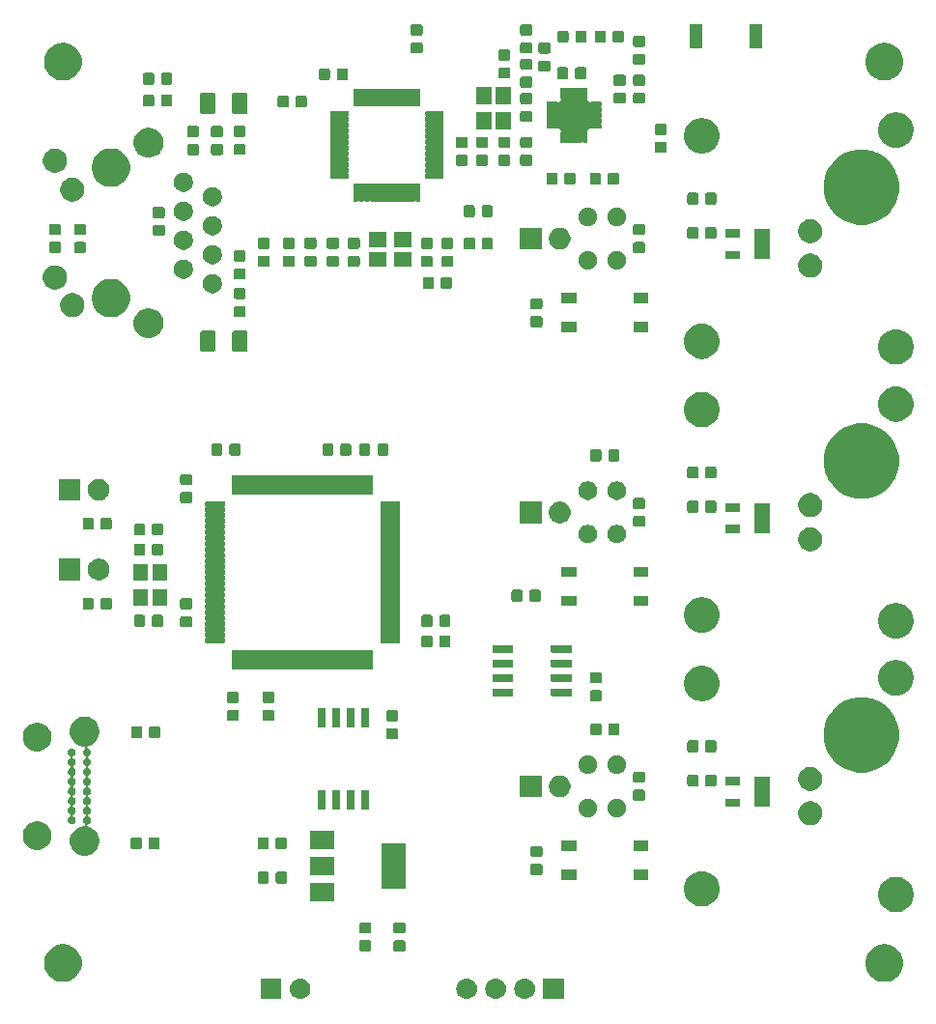
<source format=gbs>
G04 #@! TF.GenerationSoftware,KiCad,Pcbnew,(5.1.4)-1*
G04 #@! TF.CreationDate,2020-12-09T14:49:47+03:00*
G04 #@! TF.ProjectId,charge_block,63686172-6765-45f6-926c-6f636b2e6b69,rev?*
G04 #@! TF.SameCoordinates,Original*
G04 #@! TF.FileFunction,Soldermask,Bot*
G04 #@! TF.FilePolarity,Negative*
%FSLAX46Y46*%
G04 Gerber Fmt 4.6, Leading zero omitted, Abs format (unit mm)*
G04 Created by KiCad (PCBNEW (5.1.4)-1) date 2020-12-09 14:49:47*
%MOMM*%
%LPD*%
G04 APERTURE LIST*
%ADD10C,0.100000*%
G04 APERTURE END LIST*
D10*
G36*
X160030443Y-133355519D02*
G01*
X160096627Y-133362037D01*
X160266466Y-133413557D01*
X160422991Y-133497222D01*
X160458729Y-133526552D01*
X160560186Y-133609814D01*
X160643448Y-133711271D01*
X160672778Y-133747009D01*
X160756443Y-133903534D01*
X160807963Y-134073373D01*
X160825359Y-134250000D01*
X160807963Y-134426627D01*
X160756443Y-134596466D01*
X160672778Y-134752991D01*
X160643448Y-134788729D01*
X160560186Y-134890186D01*
X160458729Y-134973448D01*
X160422991Y-135002778D01*
X160266466Y-135086443D01*
X160096627Y-135137963D01*
X160030443Y-135144481D01*
X159964260Y-135151000D01*
X159875740Y-135151000D01*
X159809557Y-135144481D01*
X159743373Y-135137963D01*
X159573534Y-135086443D01*
X159417009Y-135002778D01*
X159381271Y-134973448D01*
X159279814Y-134890186D01*
X159196552Y-134788729D01*
X159167222Y-134752991D01*
X159083557Y-134596466D01*
X159032037Y-134426627D01*
X159014641Y-134250000D01*
X159032037Y-134073373D01*
X159083557Y-133903534D01*
X159167222Y-133747009D01*
X159196552Y-133711271D01*
X159279814Y-133609814D01*
X159381271Y-133526552D01*
X159417009Y-133497222D01*
X159573534Y-133413557D01*
X159743373Y-133362037D01*
X159809557Y-133355519D01*
X159875740Y-133349000D01*
X159964260Y-133349000D01*
X160030443Y-133355519D01*
X160030443Y-133355519D01*
G37*
G36*
X162570443Y-133355519D02*
G01*
X162636627Y-133362037D01*
X162806466Y-133413557D01*
X162962991Y-133497222D01*
X162998729Y-133526552D01*
X163100186Y-133609814D01*
X163183448Y-133711271D01*
X163212778Y-133747009D01*
X163296443Y-133903534D01*
X163347963Y-134073373D01*
X163365359Y-134250000D01*
X163347963Y-134426627D01*
X163296443Y-134596466D01*
X163212778Y-134752991D01*
X163183448Y-134788729D01*
X163100186Y-134890186D01*
X162998729Y-134973448D01*
X162962991Y-135002778D01*
X162806466Y-135086443D01*
X162636627Y-135137963D01*
X162570443Y-135144481D01*
X162504260Y-135151000D01*
X162415740Y-135151000D01*
X162349557Y-135144481D01*
X162283373Y-135137963D01*
X162113534Y-135086443D01*
X161957009Y-135002778D01*
X161921271Y-134973448D01*
X161819814Y-134890186D01*
X161736552Y-134788729D01*
X161707222Y-134752991D01*
X161623557Y-134596466D01*
X161572037Y-134426627D01*
X161554641Y-134250000D01*
X161572037Y-134073373D01*
X161623557Y-133903534D01*
X161707222Y-133747009D01*
X161736552Y-133711271D01*
X161819814Y-133609814D01*
X161921271Y-133526552D01*
X161957009Y-133497222D01*
X162113534Y-133413557D01*
X162283373Y-133362037D01*
X162349557Y-133355519D01*
X162415740Y-133349000D01*
X162504260Y-133349000D01*
X162570443Y-133355519D01*
X162570443Y-133355519D01*
G37*
G36*
X165901000Y-135151000D02*
G01*
X164099000Y-135151000D01*
X164099000Y-133349000D01*
X165901000Y-133349000D01*
X165901000Y-135151000D01*
X165901000Y-135151000D01*
G37*
G36*
X141151000Y-135151000D02*
G01*
X139349000Y-135151000D01*
X139349000Y-133349000D01*
X141151000Y-133349000D01*
X141151000Y-135151000D01*
X141151000Y-135151000D01*
G37*
G36*
X157490443Y-133355519D02*
G01*
X157556627Y-133362037D01*
X157726466Y-133413557D01*
X157882991Y-133497222D01*
X157918729Y-133526552D01*
X158020186Y-133609814D01*
X158103448Y-133711271D01*
X158132778Y-133747009D01*
X158216443Y-133903534D01*
X158267963Y-134073373D01*
X158285359Y-134250000D01*
X158267963Y-134426627D01*
X158216443Y-134596466D01*
X158132778Y-134752991D01*
X158103448Y-134788729D01*
X158020186Y-134890186D01*
X157918729Y-134973448D01*
X157882991Y-135002778D01*
X157726466Y-135086443D01*
X157556627Y-135137963D01*
X157490443Y-135144481D01*
X157424260Y-135151000D01*
X157335740Y-135151000D01*
X157269557Y-135144481D01*
X157203373Y-135137963D01*
X157033534Y-135086443D01*
X156877009Y-135002778D01*
X156841271Y-134973448D01*
X156739814Y-134890186D01*
X156656552Y-134788729D01*
X156627222Y-134752991D01*
X156543557Y-134596466D01*
X156492037Y-134426627D01*
X156474641Y-134250000D01*
X156492037Y-134073373D01*
X156543557Y-133903534D01*
X156627222Y-133747009D01*
X156656552Y-133711271D01*
X156739814Y-133609814D01*
X156841271Y-133526552D01*
X156877009Y-133497222D01*
X157033534Y-133413557D01*
X157203373Y-133362037D01*
X157269557Y-133355519D01*
X157335740Y-133349000D01*
X157424260Y-133349000D01*
X157490443Y-133355519D01*
X157490443Y-133355519D01*
G37*
G36*
X142900443Y-133355519D02*
G01*
X142966627Y-133362037D01*
X143136466Y-133413557D01*
X143292991Y-133497222D01*
X143328729Y-133526552D01*
X143430186Y-133609814D01*
X143513448Y-133711271D01*
X143542778Y-133747009D01*
X143626443Y-133903534D01*
X143677963Y-134073373D01*
X143695359Y-134250000D01*
X143677963Y-134426627D01*
X143626443Y-134596466D01*
X143542778Y-134752991D01*
X143513448Y-134788729D01*
X143430186Y-134890186D01*
X143328729Y-134973448D01*
X143292991Y-135002778D01*
X143136466Y-135086443D01*
X142966627Y-135137963D01*
X142900443Y-135144481D01*
X142834260Y-135151000D01*
X142745740Y-135151000D01*
X142679557Y-135144481D01*
X142613373Y-135137963D01*
X142443534Y-135086443D01*
X142287009Y-135002778D01*
X142251271Y-134973448D01*
X142149814Y-134890186D01*
X142066552Y-134788729D01*
X142037222Y-134752991D01*
X141953557Y-134596466D01*
X141902037Y-134426627D01*
X141884641Y-134250000D01*
X141902037Y-134073373D01*
X141953557Y-133903534D01*
X142037222Y-133747009D01*
X142066552Y-133711271D01*
X142149814Y-133609814D01*
X142251271Y-133526552D01*
X142287009Y-133497222D01*
X142443534Y-133413557D01*
X142613373Y-133362037D01*
X142679557Y-133355519D01*
X142745740Y-133349000D01*
X142834260Y-133349000D01*
X142900443Y-133355519D01*
X142900443Y-133355519D01*
G37*
G36*
X122375256Y-130391298D02*
G01*
X122481579Y-130412447D01*
X122782042Y-130536903D01*
X123052451Y-130717585D01*
X123282415Y-130947549D01*
X123463097Y-131217958D01*
X123587553Y-131518421D01*
X123651000Y-131837391D01*
X123651000Y-132162609D01*
X123587553Y-132481579D01*
X123463097Y-132782042D01*
X123282415Y-133052451D01*
X123052451Y-133282415D01*
X122782042Y-133463097D01*
X122782041Y-133463098D01*
X122782040Y-133463098D01*
X122699657Y-133497222D01*
X122481579Y-133587553D01*
X122375256Y-133608702D01*
X122162611Y-133651000D01*
X121837389Y-133651000D01*
X121624744Y-133608702D01*
X121518421Y-133587553D01*
X121300343Y-133497222D01*
X121217960Y-133463098D01*
X121217959Y-133463098D01*
X121217958Y-133463097D01*
X120947549Y-133282415D01*
X120717585Y-133052451D01*
X120536903Y-132782042D01*
X120412447Y-132481579D01*
X120349000Y-132162609D01*
X120349000Y-131837391D01*
X120412447Y-131518421D01*
X120536903Y-131217958D01*
X120717585Y-130947549D01*
X120947549Y-130717585D01*
X121217958Y-130536903D01*
X121518421Y-130412447D01*
X121624744Y-130391298D01*
X121837389Y-130349000D01*
X122162611Y-130349000D01*
X122375256Y-130391298D01*
X122375256Y-130391298D01*
G37*
G36*
X194375256Y-130391298D02*
G01*
X194481579Y-130412447D01*
X194782042Y-130536903D01*
X195052451Y-130717585D01*
X195282415Y-130947549D01*
X195463097Y-131217958D01*
X195587553Y-131518421D01*
X195651000Y-131837391D01*
X195651000Y-132162609D01*
X195587553Y-132481579D01*
X195463097Y-132782042D01*
X195282415Y-133052451D01*
X195052451Y-133282415D01*
X194782042Y-133463097D01*
X194782041Y-133463098D01*
X194782040Y-133463098D01*
X194699657Y-133497222D01*
X194481579Y-133587553D01*
X194375256Y-133608702D01*
X194162611Y-133651000D01*
X193837389Y-133651000D01*
X193624744Y-133608702D01*
X193518421Y-133587553D01*
X193300343Y-133497222D01*
X193217960Y-133463098D01*
X193217959Y-133463098D01*
X193217958Y-133463097D01*
X192947549Y-133282415D01*
X192717585Y-133052451D01*
X192536903Y-132782042D01*
X192412447Y-132481579D01*
X192349000Y-132162609D01*
X192349000Y-131837391D01*
X192412447Y-131518421D01*
X192536903Y-131217958D01*
X192717585Y-130947549D01*
X192947549Y-130717585D01*
X193217958Y-130536903D01*
X193518421Y-130412447D01*
X193624744Y-130391298D01*
X193837389Y-130349000D01*
X194162611Y-130349000D01*
X194375256Y-130391298D01*
X194375256Y-130391298D01*
G37*
G36*
X151879591Y-130003085D02*
G01*
X151913569Y-130013393D01*
X151944890Y-130030134D01*
X151972339Y-130052661D01*
X151994866Y-130080110D01*
X152011607Y-130111431D01*
X152021915Y-130145409D01*
X152026000Y-130186890D01*
X152026000Y-130788110D01*
X152021915Y-130829591D01*
X152011607Y-130863569D01*
X151994866Y-130894890D01*
X151972339Y-130922339D01*
X151944890Y-130944866D01*
X151913569Y-130961607D01*
X151879591Y-130971915D01*
X151838110Y-130976000D01*
X151161890Y-130976000D01*
X151120409Y-130971915D01*
X151086431Y-130961607D01*
X151055110Y-130944866D01*
X151027661Y-130922339D01*
X151005134Y-130894890D01*
X150988393Y-130863569D01*
X150978085Y-130829591D01*
X150974000Y-130788110D01*
X150974000Y-130186890D01*
X150978085Y-130145409D01*
X150988393Y-130111431D01*
X151005134Y-130080110D01*
X151027661Y-130052661D01*
X151055110Y-130030134D01*
X151086431Y-130013393D01*
X151120409Y-130003085D01*
X151161890Y-129999000D01*
X151838110Y-129999000D01*
X151879591Y-130003085D01*
X151879591Y-130003085D01*
G37*
G36*
X148879591Y-130003085D02*
G01*
X148913569Y-130013393D01*
X148944890Y-130030134D01*
X148972339Y-130052661D01*
X148994866Y-130080110D01*
X149011607Y-130111431D01*
X149021915Y-130145409D01*
X149026000Y-130186890D01*
X149026000Y-130788110D01*
X149021915Y-130829591D01*
X149011607Y-130863569D01*
X148994866Y-130894890D01*
X148972339Y-130922339D01*
X148944890Y-130944866D01*
X148913569Y-130961607D01*
X148879591Y-130971915D01*
X148838110Y-130976000D01*
X148161890Y-130976000D01*
X148120409Y-130971915D01*
X148086431Y-130961607D01*
X148055110Y-130944866D01*
X148027661Y-130922339D01*
X148005134Y-130894890D01*
X147988393Y-130863569D01*
X147978085Y-130829591D01*
X147974000Y-130788110D01*
X147974000Y-130186890D01*
X147978085Y-130145409D01*
X147988393Y-130111431D01*
X148005134Y-130080110D01*
X148027661Y-130052661D01*
X148055110Y-130030134D01*
X148086431Y-130013393D01*
X148120409Y-130003085D01*
X148161890Y-129999000D01*
X148838110Y-129999000D01*
X148879591Y-130003085D01*
X148879591Y-130003085D01*
G37*
G36*
X151879591Y-128428085D02*
G01*
X151913569Y-128438393D01*
X151944890Y-128455134D01*
X151972339Y-128477661D01*
X151994866Y-128505110D01*
X152011607Y-128536431D01*
X152021915Y-128570409D01*
X152026000Y-128611890D01*
X152026000Y-129213110D01*
X152021915Y-129254591D01*
X152011607Y-129288569D01*
X151994866Y-129319890D01*
X151972339Y-129347339D01*
X151944890Y-129369866D01*
X151913569Y-129386607D01*
X151879591Y-129396915D01*
X151838110Y-129401000D01*
X151161890Y-129401000D01*
X151120409Y-129396915D01*
X151086431Y-129386607D01*
X151055110Y-129369866D01*
X151027661Y-129347339D01*
X151005134Y-129319890D01*
X150988393Y-129288569D01*
X150978085Y-129254591D01*
X150974000Y-129213110D01*
X150974000Y-128611890D01*
X150978085Y-128570409D01*
X150988393Y-128536431D01*
X151005134Y-128505110D01*
X151027661Y-128477661D01*
X151055110Y-128455134D01*
X151086431Y-128438393D01*
X151120409Y-128428085D01*
X151161890Y-128424000D01*
X151838110Y-128424000D01*
X151879591Y-128428085D01*
X151879591Y-128428085D01*
G37*
G36*
X148879591Y-128428085D02*
G01*
X148913569Y-128438393D01*
X148944890Y-128455134D01*
X148972339Y-128477661D01*
X148994866Y-128505110D01*
X149011607Y-128536431D01*
X149021915Y-128570409D01*
X149026000Y-128611890D01*
X149026000Y-129213110D01*
X149021915Y-129254591D01*
X149011607Y-129288569D01*
X148994866Y-129319890D01*
X148972339Y-129347339D01*
X148944890Y-129369866D01*
X148913569Y-129386607D01*
X148879591Y-129396915D01*
X148838110Y-129401000D01*
X148161890Y-129401000D01*
X148120409Y-129396915D01*
X148086431Y-129386607D01*
X148055110Y-129369866D01*
X148027661Y-129347339D01*
X148005134Y-129319890D01*
X147988393Y-129288569D01*
X147978085Y-129254591D01*
X147974000Y-129213110D01*
X147974000Y-128611890D01*
X147978085Y-128570409D01*
X147988393Y-128536431D01*
X148005134Y-128505110D01*
X148027661Y-128477661D01*
X148055110Y-128455134D01*
X148086431Y-128438393D01*
X148120409Y-128428085D01*
X148161890Y-128424000D01*
X148838110Y-128424000D01*
X148879591Y-128428085D01*
X148879591Y-128428085D01*
G37*
G36*
X195302585Y-124478802D02*
G01*
X195452410Y-124508604D01*
X195734674Y-124625521D01*
X195988705Y-124795259D01*
X196204741Y-125011295D01*
X196374479Y-125265326D01*
X196491396Y-125547590D01*
X196551000Y-125847240D01*
X196551000Y-126152760D01*
X196491396Y-126452410D01*
X196374479Y-126734674D01*
X196204741Y-126988705D01*
X195988705Y-127204741D01*
X195734674Y-127374479D01*
X195452410Y-127491396D01*
X195302585Y-127521198D01*
X195152761Y-127551000D01*
X194847239Y-127551000D01*
X194697415Y-127521198D01*
X194547590Y-127491396D01*
X194265326Y-127374479D01*
X194011295Y-127204741D01*
X193795259Y-126988705D01*
X193625521Y-126734674D01*
X193508604Y-126452410D01*
X193449000Y-126152760D01*
X193449000Y-125847240D01*
X193508604Y-125547590D01*
X193625521Y-125265326D01*
X193795259Y-125011295D01*
X194011295Y-124795259D01*
X194265326Y-124625521D01*
X194547590Y-124508604D01*
X194697415Y-124478802D01*
X194847239Y-124449000D01*
X195152761Y-124449000D01*
X195302585Y-124478802D01*
X195302585Y-124478802D01*
G37*
G36*
X178278444Y-123974000D02*
G01*
X178452410Y-124008604D01*
X178734674Y-124125521D01*
X178988705Y-124295259D01*
X179204741Y-124511295D01*
X179374479Y-124765326D01*
X179491396Y-125047590D01*
X179551000Y-125347240D01*
X179551000Y-125652760D01*
X179491396Y-125952410D01*
X179374479Y-126234674D01*
X179204741Y-126488705D01*
X178988705Y-126704741D01*
X178734674Y-126874479D01*
X178452410Y-126991396D01*
X178302585Y-127021198D01*
X178152761Y-127051000D01*
X177847239Y-127051000D01*
X177697415Y-127021198D01*
X177547590Y-126991396D01*
X177265326Y-126874479D01*
X177011295Y-126704741D01*
X176795259Y-126488705D01*
X176625521Y-126234674D01*
X176508604Y-125952410D01*
X176449000Y-125652760D01*
X176449000Y-125347240D01*
X176508604Y-125047590D01*
X176625521Y-124765326D01*
X176795259Y-124511295D01*
X177011295Y-124295259D01*
X177265326Y-124125521D01*
X177547590Y-124008604D01*
X177721556Y-123974000D01*
X177847239Y-123949000D01*
X178152761Y-123949000D01*
X178278444Y-123974000D01*
X178278444Y-123974000D01*
G37*
G36*
X145751000Y-126601000D02*
G01*
X143649000Y-126601000D01*
X143649000Y-124999000D01*
X145751000Y-124999000D01*
X145751000Y-126601000D01*
X145751000Y-126601000D01*
G37*
G36*
X152051000Y-125451000D02*
G01*
X149949000Y-125451000D01*
X149949000Y-121549000D01*
X152051000Y-121549000D01*
X152051000Y-125451000D01*
X152051000Y-125451000D01*
G37*
G36*
X139904591Y-123978085D02*
G01*
X139938569Y-123988393D01*
X139969890Y-124005134D01*
X139997339Y-124027661D01*
X140019866Y-124055110D01*
X140036607Y-124086431D01*
X140046915Y-124120409D01*
X140051000Y-124161890D01*
X140051000Y-124838110D01*
X140046915Y-124879591D01*
X140036607Y-124913569D01*
X140019866Y-124944890D01*
X139997339Y-124972339D01*
X139969890Y-124994866D01*
X139938569Y-125011607D01*
X139904591Y-125021915D01*
X139863110Y-125026000D01*
X139261890Y-125026000D01*
X139220409Y-125021915D01*
X139186431Y-125011607D01*
X139155110Y-124994866D01*
X139127661Y-124972339D01*
X139105134Y-124944890D01*
X139088393Y-124913569D01*
X139078085Y-124879591D01*
X139074000Y-124838110D01*
X139074000Y-124161890D01*
X139078085Y-124120409D01*
X139088393Y-124086431D01*
X139105134Y-124055110D01*
X139127661Y-124027661D01*
X139155110Y-124005134D01*
X139186431Y-123988393D01*
X139220409Y-123978085D01*
X139261890Y-123974000D01*
X139863110Y-123974000D01*
X139904591Y-123978085D01*
X139904591Y-123978085D01*
G37*
G36*
X141479591Y-123978085D02*
G01*
X141513569Y-123988393D01*
X141544890Y-124005134D01*
X141572339Y-124027661D01*
X141594866Y-124055110D01*
X141611607Y-124086431D01*
X141621915Y-124120409D01*
X141626000Y-124161890D01*
X141626000Y-124838110D01*
X141621915Y-124879591D01*
X141611607Y-124913569D01*
X141594866Y-124944890D01*
X141572339Y-124972339D01*
X141544890Y-124994866D01*
X141513569Y-125011607D01*
X141479591Y-125021915D01*
X141438110Y-125026000D01*
X140836890Y-125026000D01*
X140795409Y-125021915D01*
X140761431Y-125011607D01*
X140730110Y-124994866D01*
X140702661Y-124972339D01*
X140680134Y-124944890D01*
X140663393Y-124913569D01*
X140653085Y-124879591D01*
X140649000Y-124838110D01*
X140649000Y-124161890D01*
X140653085Y-124120409D01*
X140663393Y-124086431D01*
X140680134Y-124055110D01*
X140702661Y-124027661D01*
X140730110Y-124005134D01*
X140761431Y-123988393D01*
X140795409Y-123978085D01*
X140836890Y-123974000D01*
X141438110Y-123974000D01*
X141479591Y-123978085D01*
X141479591Y-123978085D01*
G37*
G36*
X167001000Y-124721000D02*
G01*
X165699000Y-124721000D01*
X165699000Y-123819000D01*
X167001000Y-123819000D01*
X167001000Y-124721000D01*
X167001000Y-124721000D01*
G37*
G36*
X173301000Y-124721000D02*
G01*
X171999000Y-124721000D01*
X171999000Y-123819000D01*
X173301000Y-123819000D01*
X173301000Y-124721000D01*
X173301000Y-124721000D01*
G37*
G36*
X145751000Y-124301000D02*
G01*
X143649000Y-124301000D01*
X143649000Y-122699000D01*
X145751000Y-122699000D01*
X145751000Y-124301000D01*
X145751000Y-124301000D01*
G37*
G36*
X163879591Y-123303085D02*
G01*
X163913569Y-123313393D01*
X163944890Y-123330134D01*
X163972339Y-123352661D01*
X163994866Y-123380110D01*
X164011607Y-123411431D01*
X164021915Y-123445409D01*
X164026000Y-123486890D01*
X164026000Y-124088110D01*
X164021915Y-124129591D01*
X164011607Y-124163569D01*
X163994866Y-124194890D01*
X163972339Y-124222339D01*
X163944890Y-124244866D01*
X163913569Y-124261607D01*
X163879591Y-124271915D01*
X163838110Y-124276000D01*
X163161890Y-124276000D01*
X163120409Y-124271915D01*
X163086431Y-124261607D01*
X163055110Y-124244866D01*
X163027661Y-124222339D01*
X163005134Y-124194890D01*
X162988393Y-124163569D01*
X162978085Y-124129591D01*
X162974000Y-124088110D01*
X162974000Y-123486890D01*
X162978085Y-123445409D01*
X162988393Y-123411431D01*
X163005134Y-123380110D01*
X163027661Y-123352661D01*
X163055110Y-123330134D01*
X163086431Y-123313393D01*
X163120409Y-123303085D01*
X163161890Y-123299000D01*
X163838110Y-123299000D01*
X163879591Y-123303085D01*
X163879591Y-123303085D01*
G37*
G36*
X163879591Y-121728085D02*
G01*
X163913569Y-121738393D01*
X163944890Y-121755134D01*
X163972339Y-121777661D01*
X163994866Y-121805110D01*
X164011607Y-121836431D01*
X164021915Y-121870409D01*
X164026000Y-121911890D01*
X164026000Y-122513110D01*
X164021915Y-122554591D01*
X164011607Y-122588569D01*
X163994866Y-122619890D01*
X163972339Y-122647339D01*
X163944890Y-122669866D01*
X163913569Y-122686607D01*
X163879591Y-122696915D01*
X163838110Y-122701000D01*
X163161890Y-122701000D01*
X163120409Y-122696915D01*
X163086431Y-122686607D01*
X163055110Y-122669866D01*
X163027661Y-122647339D01*
X163005134Y-122619890D01*
X162988393Y-122588569D01*
X162978085Y-122554591D01*
X162974000Y-122513110D01*
X162974000Y-121911890D01*
X162978085Y-121870409D01*
X162988393Y-121836431D01*
X163005134Y-121805110D01*
X163027661Y-121777661D01*
X163055110Y-121755134D01*
X163086431Y-121738393D01*
X163120409Y-121728085D01*
X163161890Y-121724000D01*
X163838110Y-121724000D01*
X163879591Y-121728085D01*
X163879591Y-121728085D01*
G37*
G36*
X124279487Y-110448996D02*
G01*
X124479272Y-110531750D01*
X124516255Y-110547069D01*
X124729339Y-110689447D01*
X124910553Y-110870661D01*
X125041327Y-111066378D01*
X125052932Y-111083747D01*
X125151004Y-111320513D01*
X125201000Y-111571861D01*
X125201000Y-111828139D01*
X125151004Y-112079487D01*
X125077306Y-112257408D01*
X125052931Y-112316255D01*
X124910553Y-112529339D01*
X124729339Y-112710553D01*
X124516255Y-112852931D01*
X124516254Y-112852932D01*
X124516253Y-112852932D01*
X124279487Y-112951004D01*
X124245843Y-112957696D01*
X124222394Y-112964809D01*
X124200783Y-112976359D01*
X124181841Y-112991904D01*
X124166296Y-113010846D01*
X124154744Y-113032457D01*
X124147631Y-113055906D01*
X124145229Y-113080292D01*
X124147631Y-113104678D01*
X124154744Y-113128127D01*
X124166294Y-113149738D01*
X124181839Y-113168680D01*
X124200781Y-113184225D01*
X124222393Y-113195777D01*
X124266259Y-113213947D01*
X124266261Y-113213948D01*
X124290182Y-113229932D01*
X124323748Y-113252360D01*
X124372640Y-113301252D01*
X124411054Y-113358742D01*
X124432624Y-113410818D01*
X124437511Y-113422617D01*
X124451000Y-113490430D01*
X124451000Y-113559570D01*
X124437511Y-113627383D01*
X124437510Y-113627385D01*
X124411054Y-113691258D01*
X124411052Y-113691261D01*
X124372639Y-113748749D01*
X124323749Y-113797639D01*
X124266261Y-113836052D01*
X124266259Y-113836053D01*
X124262920Y-113838284D01*
X124248359Y-113846068D01*
X124229417Y-113861613D01*
X124213872Y-113880555D01*
X124202321Y-113902166D01*
X124195208Y-113925615D01*
X124192806Y-113950001D01*
X124195208Y-113974387D01*
X124202321Y-113997836D01*
X124213873Y-114019446D01*
X124229418Y-114038388D01*
X124248360Y-114053933D01*
X124262921Y-114061717D01*
X124266258Y-114063947D01*
X124266261Y-114063948D01*
X124305263Y-114090009D01*
X124323748Y-114102360D01*
X124372640Y-114151252D01*
X124411054Y-114208742D01*
X124432624Y-114260818D01*
X124437511Y-114272617D01*
X124451000Y-114340430D01*
X124451000Y-114409570D01*
X124437511Y-114477383D01*
X124437510Y-114477385D01*
X124411054Y-114541258D01*
X124411052Y-114541261D01*
X124372639Y-114598749D01*
X124323749Y-114647639D01*
X124266261Y-114686052D01*
X124266259Y-114686053D01*
X124262920Y-114688284D01*
X124248359Y-114696068D01*
X124229417Y-114711613D01*
X124213872Y-114730555D01*
X124202321Y-114752166D01*
X124195208Y-114775615D01*
X124192806Y-114800001D01*
X124195208Y-114824387D01*
X124202321Y-114847836D01*
X124213873Y-114869446D01*
X124229418Y-114888388D01*
X124248360Y-114903933D01*
X124262921Y-114911717D01*
X124266258Y-114913947D01*
X124266261Y-114913948D01*
X124305263Y-114940009D01*
X124323748Y-114952360D01*
X124372640Y-115001252D01*
X124411054Y-115058742D01*
X124432624Y-115110818D01*
X124437511Y-115122617D01*
X124451000Y-115190430D01*
X124451000Y-115259570D01*
X124437511Y-115327383D01*
X124437510Y-115327385D01*
X124411054Y-115391258D01*
X124411052Y-115391261D01*
X124372639Y-115448749D01*
X124323749Y-115497639D01*
X124266261Y-115536052D01*
X124266259Y-115536053D01*
X124262920Y-115538284D01*
X124248359Y-115546068D01*
X124229417Y-115561613D01*
X124213872Y-115580555D01*
X124202321Y-115602166D01*
X124195208Y-115625615D01*
X124192806Y-115650001D01*
X124195208Y-115674387D01*
X124202321Y-115697836D01*
X124213873Y-115719446D01*
X124229418Y-115738388D01*
X124248360Y-115753933D01*
X124262921Y-115761717D01*
X124266258Y-115763947D01*
X124266261Y-115763948D01*
X124305263Y-115790009D01*
X124323748Y-115802360D01*
X124372640Y-115851252D01*
X124411054Y-115908742D01*
X124429598Y-115953514D01*
X124437511Y-115972617D01*
X124451000Y-116040430D01*
X124451000Y-116109570D01*
X124437511Y-116177383D01*
X124433690Y-116186607D01*
X124411054Y-116241258D01*
X124411052Y-116241261D01*
X124372639Y-116298749D01*
X124323749Y-116347639D01*
X124266261Y-116386052D01*
X124266259Y-116386053D01*
X124262920Y-116388284D01*
X124248359Y-116396068D01*
X124229417Y-116411613D01*
X124213872Y-116430555D01*
X124202321Y-116452166D01*
X124195208Y-116475615D01*
X124192806Y-116500001D01*
X124195208Y-116524387D01*
X124202321Y-116547836D01*
X124213873Y-116569446D01*
X124229418Y-116588388D01*
X124248360Y-116603933D01*
X124262921Y-116611717D01*
X124266258Y-116613947D01*
X124266261Y-116613948D01*
X124305263Y-116640009D01*
X124323748Y-116652360D01*
X124372640Y-116701252D01*
X124411054Y-116758742D01*
X124432624Y-116810818D01*
X124437511Y-116822617D01*
X124451000Y-116890430D01*
X124451000Y-116959570D01*
X124437511Y-117027383D01*
X124437510Y-117027385D01*
X124411054Y-117091258D01*
X124411052Y-117091261D01*
X124372639Y-117148749D01*
X124323749Y-117197639D01*
X124266261Y-117236052D01*
X124266259Y-117236053D01*
X124262920Y-117238284D01*
X124248359Y-117246068D01*
X124229417Y-117261613D01*
X124213872Y-117280555D01*
X124202321Y-117302166D01*
X124195208Y-117325615D01*
X124192806Y-117350001D01*
X124195208Y-117374387D01*
X124202321Y-117397836D01*
X124213873Y-117419446D01*
X124229418Y-117438388D01*
X124248360Y-117453933D01*
X124262921Y-117461717D01*
X124266258Y-117463947D01*
X124266261Y-117463948D01*
X124305263Y-117490009D01*
X124323748Y-117502360D01*
X124372640Y-117551252D01*
X124411054Y-117608742D01*
X124432624Y-117660818D01*
X124437511Y-117672617D01*
X124451000Y-117740430D01*
X124451000Y-117809570D01*
X124437511Y-117877383D01*
X124437510Y-117877385D01*
X124411054Y-117941258D01*
X124411052Y-117941261D01*
X124372639Y-117998749D01*
X124323749Y-118047639D01*
X124266261Y-118086052D01*
X124266259Y-118086053D01*
X124262920Y-118088284D01*
X124248359Y-118096068D01*
X124229417Y-118111613D01*
X124213872Y-118130555D01*
X124202321Y-118152166D01*
X124195208Y-118175615D01*
X124192806Y-118200001D01*
X124195208Y-118224387D01*
X124202321Y-118247836D01*
X124213873Y-118269446D01*
X124229418Y-118288388D01*
X124248360Y-118303933D01*
X124262921Y-118311717D01*
X124266258Y-118313947D01*
X124266261Y-118313948D01*
X124305263Y-118340009D01*
X124323748Y-118352360D01*
X124372640Y-118401252D01*
X124411054Y-118458742D01*
X124427976Y-118499597D01*
X124437511Y-118522617D01*
X124451000Y-118590430D01*
X124451000Y-118659570D01*
X124437511Y-118727383D01*
X124437510Y-118727385D01*
X124411054Y-118791258D01*
X124411052Y-118791261D01*
X124372639Y-118848749D01*
X124323749Y-118897639D01*
X124266261Y-118936052D01*
X124266259Y-118936053D01*
X124262920Y-118938284D01*
X124248359Y-118946068D01*
X124229417Y-118961613D01*
X124213872Y-118980555D01*
X124202321Y-119002166D01*
X124195208Y-119025615D01*
X124192806Y-119050001D01*
X124195208Y-119074387D01*
X124202321Y-119097836D01*
X124213873Y-119119446D01*
X124229418Y-119138388D01*
X124248360Y-119153933D01*
X124262921Y-119161717D01*
X124266258Y-119163947D01*
X124266261Y-119163948D01*
X124292915Y-119181758D01*
X124323748Y-119202360D01*
X124372640Y-119251252D01*
X124411054Y-119308742D01*
X124427245Y-119347833D01*
X124437511Y-119372617D01*
X124451000Y-119440430D01*
X124451000Y-119509570D01*
X124437511Y-119577383D01*
X124437510Y-119577385D01*
X124411054Y-119641258D01*
X124411052Y-119641261D01*
X124372639Y-119698749D01*
X124323749Y-119747639D01*
X124266261Y-119786052D01*
X124266260Y-119786053D01*
X124266259Y-119786053D01*
X124222393Y-119804223D01*
X124200782Y-119815774D01*
X124181840Y-119831319D01*
X124166295Y-119850261D01*
X124154744Y-119871872D01*
X124147631Y-119895321D01*
X124145229Y-119919707D01*
X124147631Y-119944093D01*
X124154744Y-119967542D01*
X124166295Y-119989153D01*
X124181840Y-120008095D01*
X124200782Y-120023640D01*
X124222393Y-120035191D01*
X124245843Y-120042304D01*
X124279487Y-120048996D01*
X124516253Y-120147068D01*
X124516255Y-120147069D01*
X124644005Y-120232429D01*
X124729339Y-120289447D01*
X124910553Y-120470661D01*
X125052932Y-120683747D01*
X125151004Y-120920513D01*
X125201000Y-121171861D01*
X125201000Y-121428139D01*
X125151004Y-121679487D01*
X125069928Y-121875220D01*
X125052931Y-121916255D01*
X124910553Y-122129339D01*
X124729339Y-122310553D01*
X124516255Y-122452931D01*
X124516254Y-122452932D01*
X124516253Y-122452932D01*
X124279487Y-122551004D01*
X124028139Y-122601000D01*
X123771861Y-122601000D01*
X123520513Y-122551004D01*
X123283747Y-122452932D01*
X123283746Y-122452932D01*
X123283745Y-122452931D01*
X123070661Y-122310553D01*
X122889447Y-122129339D01*
X122747069Y-121916255D01*
X122730072Y-121875220D01*
X122648996Y-121679487D01*
X122599000Y-121428139D01*
X122599000Y-121171861D01*
X122648996Y-120920513D01*
X122747068Y-120683747D01*
X122889447Y-120470661D01*
X123070661Y-120289447D01*
X123155995Y-120232429D01*
X123283745Y-120147069D01*
X123283747Y-120147068D01*
X123520513Y-120048996D01*
X123771861Y-119999000D01*
X123840372Y-119999000D01*
X123864758Y-119996598D01*
X123888207Y-119989485D01*
X123909818Y-119977934D01*
X123928760Y-119962389D01*
X123944305Y-119943447D01*
X123955856Y-119921836D01*
X123962969Y-119898387D01*
X123965371Y-119874001D01*
X123962969Y-119849615D01*
X123955856Y-119826166D01*
X123944305Y-119804555D01*
X123928760Y-119785613D01*
X123909818Y-119770068D01*
X123876252Y-119747640D01*
X123827360Y-119698748D01*
X123788946Y-119641258D01*
X123762490Y-119577385D01*
X123762489Y-119577383D01*
X123749000Y-119509570D01*
X123749000Y-119440430D01*
X123762489Y-119372617D01*
X123772755Y-119347833D01*
X123788946Y-119308742D01*
X123827360Y-119251252D01*
X123876252Y-119202360D01*
X123907085Y-119181758D01*
X123933739Y-119163948D01*
X123933741Y-119163947D01*
X123937080Y-119161716D01*
X123951641Y-119153932D01*
X123970583Y-119138387D01*
X123986128Y-119119445D01*
X123997679Y-119097834D01*
X124004792Y-119074385D01*
X124007194Y-119049999D01*
X124004792Y-119025613D01*
X123997679Y-119002164D01*
X123986127Y-118980554D01*
X123970582Y-118961612D01*
X123951640Y-118946067D01*
X123937079Y-118938283D01*
X123933742Y-118936053D01*
X123933739Y-118936052D01*
X123876251Y-118897639D01*
X123827361Y-118848749D01*
X123788948Y-118791261D01*
X123788946Y-118791258D01*
X123762490Y-118727385D01*
X123762489Y-118727383D01*
X123749000Y-118659570D01*
X123749000Y-118590430D01*
X123762489Y-118522617D01*
X123772024Y-118499597D01*
X123788946Y-118458742D01*
X123827360Y-118401252D01*
X123876252Y-118352360D01*
X123915702Y-118326000D01*
X123933739Y-118313948D01*
X123933741Y-118313947D01*
X123937080Y-118311716D01*
X123951641Y-118303932D01*
X123970583Y-118288387D01*
X123986128Y-118269445D01*
X123997679Y-118247834D01*
X124004792Y-118224385D01*
X124007194Y-118199999D01*
X124004792Y-118175613D01*
X123997679Y-118152164D01*
X123986127Y-118130554D01*
X123970582Y-118111612D01*
X123951640Y-118096067D01*
X123937079Y-118088283D01*
X123933742Y-118086053D01*
X123933739Y-118086052D01*
X123876251Y-118047639D01*
X123827361Y-117998749D01*
X123788948Y-117941261D01*
X123788946Y-117941258D01*
X123762490Y-117877385D01*
X123762489Y-117877383D01*
X123749000Y-117809570D01*
X123749000Y-117740430D01*
X123762489Y-117672617D01*
X123767376Y-117660818D01*
X123788946Y-117608742D01*
X123827360Y-117551252D01*
X123876252Y-117502360D01*
X123902808Y-117484616D01*
X123933739Y-117463948D01*
X123933741Y-117463947D01*
X123937080Y-117461716D01*
X123951641Y-117453932D01*
X123970583Y-117438387D01*
X123986128Y-117419445D01*
X123997679Y-117397834D01*
X124004792Y-117374385D01*
X124007194Y-117349999D01*
X124004792Y-117325613D01*
X123997679Y-117302164D01*
X123986127Y-117280554D01*
X123970582Y-117261612D01*
X123951640Y-117246067D01*
X123937079Y-117238283D01*
X123933742Y-117236053D01*
X123933739Y-117236052D01*
X123876251Y-117197639D01*
X123827361Y-117148749D01*
X123788948Y-117091261D01*
X123788946Y-117091258D01*
X123762490Y-117027385D01*
X123762489Y-117027383D01*
X123749000Y-116959570D01*
X123749000Y-116890430D01*
X123762489Y-116822617D01*
X123767376Y-116810818D01*
X123788946Y-116758742D01*
X123827360Y-116701252D01*
X123876252Y-116652360D01*
X123902808Y-116634616D01*
X123933739Y-116613948D01*
X123933741Y-116613947D01*
X123937080Y-116611716D01*
X123951641Y-116603932D01*
X123970583Y-116588387D01*
X123986128Y-116569445D01*
X123997679Y-116547834D01*
X124004792Y-116524385D01*
X124007194Y-116499999D01*
X124004792Y-116475613D01*
X123997679Y-116452164D01*
X123986127Y-116430554D01*
X123970582Y-116411612D01*
X123951640Y-116396067D01*
X123937079Y-116388283D01*
X123933742Y-116386053D01*
X123933739Y-116386052D01*
X123876251Y-116347639D01*
X123827361Y-116298749D01*
X123788948Y-116241261D01*
X123788946Y-116241258D01*
X123766310Y-116186607D01*
X123762489Y-116177383D01*
X123749000Y-116109570D01*
X123749000Y-116040430D01*
X123762489Y-115972617D01*
X123770402Y-115953514D01*
X123788946Y-115908742D01*
X123827360Y-115851252D01*
X123876252Y-115802360D01*
X123902808Y-115784616D01*
X123933739Y-115763948D01*
X123933741Y-115763947D01*
X123937080Y-115761716D01*
X123951641Y-115753932D01*
X123970583Y-115738387D01*
X123986128Y-115719445D01*
X123997679Y-115697834D01*
X124004792Y-115674385D01*
X124007194Y-115649999D01*
X124004792Y-115625613D01*
X123997679Y-115602164D01*
X123986127Y-115580554D01*
X123970582Y-115561612D01*
X123951640Y-115546067D01*
X123937079Y-115538283D01*
X123933742Y-115536053D01*
X123933739Y-115536052D01*
X123876251Y-115497639D01*
X123827361Y-115448749D01*
X123788948Y-115391261D01*
X123788946Y-115391258D01*
X123762490Y-115327385D01*
X123762489Y-115327383D01*
X123749000Y-115259570D01*
X123749000Y-115190430D01*
X123762489Y-115122617D01*
X123767376Y-115110818D01*
X123788946Y-115058742D01*
X123827360Y-115001252D01*
X123876252Y-114952360D01*
X123902808Y-114934616D01*
X123933739Y-114913948D01*
X123933741Y-114913947D01*
X123937080Y-114911716D01*
X123951641Y-114903932D01*
X123970583Y-114888387D01*
X123986128Y-114869445D01*
X123997679Y-114847834D01*
X124004792Y-114824385D01*
X124007194Y-114799999D01*
X124004792Y-114775613D01*
X123997679Y-114752164D01*
X123986127Y-114730554D01*
X123970582Y-114711612D01*
X123951640Y-114696067D01*
X123937079Y-114688283D01*
X123933742Y-114686053D01*
X123933739Y-114686052D01*
X123876251Y-114647639D01*
X123827361Y-114598749D01*
X123788948Y-114541261D01*
X123788946Y-114541258D01*
X123762490Y-114477385D01*
X123762489Y-114477383D01*
X123749000Y-114409570D01*
X123749000Y-114340430D01*
X123762489Y-114272617D01*
X123767376Y-114260818D01*
X123788946Y-114208742D01*
X123827360Y-114151252D01*
X123876252Y-114102360D01*
X123902808Y-114084616D01*
X123933739Y-114063948D01*
X123933741Y-114063947D01*
X123937080Y-114061716D01*
X123951641Y-114053932D01*
X123970583Y-114038387D01*
X123986128Y-114019445D01*
X123997679Y-113997834D01*
X124004792Y-113974385D01*
X124007194Y-113949999D01*
X124004792Y-113925613D01*
X123997679Y-113902164D01*
X123986127Y-113880554D01*
X123970582Y-113861612D01*
X123951640Y-113846067D01*
X123937079Y-113838283D01*
X123933742Y-113836053D01*
X123933739Y-113836052D01*
X123876251Y-113797639D01*
X123827361Y-113748749D01*
X123788948Y-113691261D01*
X123788946Y-113691258D01*
X123762490Y-113627385D01*
X123762489Y-113627383D01*
X123749000Y-113559570D01*
X123749000Y-113490430D01*
X123762489Y-113422617D01*
X123767376Y-113410818D01*
X123788946Y-113358742D01*
X123827360Y-113301252D01*
X123876252Y-113252360D01*
X123909818Y-113229932D01*
X123928760Y-113214386D01*
X123944305Y-113195445D01*
X123955856Y-113173834D01*
X123962969Y-113150385D01*
X123965371Y-113125999D01*
X123962969Y-113101613D01*
X123955856Y-113078164D01*
X123944305Y-113056553D01*
X123928759Y-113037611D01*
X123909818Y-113022066D01*
X123888207Y-113010515D01*
X123864758Y-113003402D01*
X123840372Y-113001000D01*
X123771861Y-113001000D01*
X123520513Y-112951004D01*
X123283747Y-112852932D01*
X123283746Y-112852932D01*
X123283745Y-112852931D01*
X123070661Y-112710553D01*
X122889447Y-112529339D01*
X122747069Y-112316255D01*
X122722694Y-112257408D01*
X122648996Y-112079487D01*
X122599000Y-111828139D01*
X122599000Y-111571861D01*
X122648996Y-111320513D01*
X122747068Y-111083747D01*
X122758674Y-111066378D01*
X122889447Y-110870661D01*
X123070661Y-110689447D01*
X123283745Y-110547069D01*
X123320728Y-110531750D01*
X123520513Y-110448996D01*
X123771861Y-110399000D01*
X124028139Y-110399000D01*
X124279487Y-110448996D01*
X124279487Y-110448996D01*
G37*
G36*
X167001000Y-122181000D02*
G01*
X165699000Y-122181000D01*
X165699000Y-121279000D01*
X167001000Y-121279000D01*
X167001000Y-122181000D01*
X167001000Y-122181000D01*
G37*
G36*
X173301000Y-122181000D02*
G01*
X171999000Y-122181000D01*
X171999000Y-121279000D01*
X173301000Y-121279000D01*
X173301000Y-122181000D01*
X173301000Y-122181000D01*
G37*
G36*
X120104903Y-119622075D02*
G01*
X120302080Y-119703748D01*
X120332571Y-119716378D01*
X120537466Y-119853285D01*
X120711715Y-120027534D01*
X120726056Y-120048997D01*
X120848623Y-120232431D01*
X120942925Y-120460097D01*
X120991000Y-120701786D01*
X120991000Y-120948214D01*
X120979678Y-121005134D01*
X120942925Y-121189903D01*
X120848622Y-121417571D01*
X120711715Y-121622466D01*
X120537466Y-121796715D01*
X120332571Y-121933622D01*
X120332570Y-121933623D01*
X120332569Y-121933623D01*
X120104903Y-122027925D01*
X119863214Y-122076000D01*
X119616786Y-122076000D01*
X119375097Y-122027925D01*
X119147431Y-121933623D01*
X119147430Y-121933623D01*
X119147429Y-121933622D01*
X118942534Y-121796715D01*
X118768285Y-121622466D01*
X118631378Y-121417571D01*
X118537075Y-121189903D01*
X118500322Y-121005134D01*
X118489000Y-120948214D01*
X118489000Y-120701786D01*
X118537075Y-120460097D01*
X118631377Y-120232431D01*
X118753944Y-120048997D01*
X118768285Y-120027534D01*
X118942534Y-119853285D01*
X119147429Y-119716378D01*
X119177921Y-119703748D01*
X119375097Y-119622075D01*
X119616786Y-119574000D01*
X119863214Y-119574000D01*
X120104903Y-119622075D01*
X120104903Y-119622075D01*
G37*
G36*
X130342091Y-120978085D02*
G01*
X130376069Y-120988393D01*
X130407390Y-121005134D01*
X130434839Y-121027661D01*
X130457366Y-121055110D01*
X130474107Y-121086431D01*
X130484415Y-121120409D01*
X130488500Y-121161890D01*
X130488500Y-121838110D01*
X130484415Y-121879591D01*
X130474107Y-121913569D01*
X130457366Y-121944890D01*
X130434839Y-121972339D01*
X130407390Y-121994866D01*
X130376069Y-122011607D01*
X130342091Y-122021915D01*
X130300610Y-122026000D01*
X129699390Y-122026000D01*
X129657909Y-122021915D01*
X129623931Y-122011607D01*
X129592610Y-121994866D01*
X129565161Y-121972339D01*
X129542634Y-121944890D01*
X129525893Y-121913569D01*
X129515585Y-121879591D01*
X129511500Y-121838110D01*
X129511500Y-121161890D01*
X129515585Y-121120409D01*
X129525893Y-121086431D01*
X129542634Y-121055110D01*
X129565161Y-121027661D01*
X129592610Y-121005134D01*
X129623931Y-120988393D01*
X129657909Y-120978085D01*
X129699390Y-120974000D01*
X130300610Y-120974000D01*
X130342091Y-120978085D01*
X130342091Y-120978085D01*
G37*
G36*
X128767091Y-120978085D02*
G01*
X128801069Y-120988393D01*
X128832390Y-121005134D01*
X128859839Y-121027661D01*
X128882366Y-121055110D01*
X128899107Y-121086431D01*
X128909415Y-121120409D01*
X128913500Y-121161890D01*
X128913500Y-121838110D01*
X128909415Y-121879591D01*
X128899107Y-121913569D01*
X128882366Y-121944890D01*
X128859839Y-121972339D01*
X128832390Y-121994866D01*
X128801069Y-122011607D01*
X128767091Y-122021915D01*
X128725610Y-122026000D01*
X128124390Y-122026000D01*
X128082909Y-122021915D01*
X128048931Y-122011607D01*
X128017610Y-121994866D01*
X127990161Y-121972339D01*
X127967634Y-121944890D01*
X127950893Y-121913569D01*
X127940585Y-121879591D01*
X127936500Y-121838110D01*
X127936500Y-121161890D01*
X127940585Y-121120409D01*
X127950893Y-121086431D01*
X127967634Y-121055110D01*
X127990161Y-121027661D01*
X128017610Y-121005134D01*
X128048931Y-120988393D01*
X128082909Y-120978085D01*
X128124390Y-120974000D01*
X128725610Y-120974000D01*
X128767091Y-120978085D01*
X128767091Y-120978085D01*
G37*
G36*
X141479591Y-120978085D02*
G01*
X141513569Y-120988393D01*
X141544890Y-121005134D01*
X141572339Y-121027661D01*
X141594866Y-121055110D01*
X141611607Y-121086431D01*
X141621915Y-121120409D01*
X141626000Y-121161890D01*
X141626000Y-121838110D01*
X141621915Y-121879591D01*
X141611607Y-121913569D01*
X141594866Y-121944890D01*
X141572339Y-121972339D01*
X141544890Y-121994866D01*
X141513569Y-122011607D01*
X141479591Y-122021915D01*
X141438110Y-122026000D01*
X140836890Y-122026000D01*
X140795409Y-122021915D01*
X140761431Y-122011607D01*
X140730110Y-121994866D01*
X140702661Y-121972339D01*
X140680134Y-121944890D01*
X140663393Y-121913569D01*
X140653085Y-121879591D01*
X140649000Y-121838110D01*
X140649000Y-121161890D01*
X140653085Y-121120409D01*
X140663393Y-121086431D01*
X140680134Y-121055110D01*
X140702661Y-121027661D01*
X140730110Y-121005134D01*
X140761431Y-120988393D01*
X140795409Y-120978085D01*
X140836890Y-120974000D01*
X141438110Y-120974000D01*
X141479591Y-120978085D01*
X141479591Y-120978085D01*
G37*
G36*
X139904591Y-120978085D02*
G01*
X139938569Y-120988393D01*
X139969890Y-121005134D01*
X139997339Y-121027661D01*
X140019866Y-121055110D01*
X140036607Y-121086431D01*
X140046915Y-121120409D01*
X140051000Y-121161890D01*
X140051000Y-121838110D01*
X140046915Y-121879591D01*
X140036607Y-121913569D01*
X140019866Y-121944890D01*
X139997339Y-121972339D01*
X139969890Y-121994866D01*
X139938569Y-122011607D01*
X139904591Y-122021915D01*
X139863110Y-122026000D01*
X139261890Y-122026000D01*
X139220409Y-122021915D01*
X139186431Y-122011607D01*
X139155110Y-121994866D01*
X139127661Y-121972339D01*
X139105134Y-121944890D01*
X139088393Y-121913569D01*
X139078085Y-121879591D01*
X139074000Y-121838110D01*
X139074000Y-121161890D01*
X139078085Y-121120409D01*
X139088393Y-121086431D01*
X139105134Y-121055110D01*
X139127661Y-121027661D01*
X139155110Y-121005134D01*
X139186431Y-120988393D01*
X139220409Y-120978085D01*
X139261890Y-120974000D01*
X139863110Y-120974000D01*
X139904591Y-120978085D01*
X139904591Y-120978085D01*
G37*
G36*
X145751000Y-122001000D02*
G01*
X143649000Y-122001000D01*
X143649000Y-120399000D01*
X145751000Y-120399000D01*
X145751000Y-122001000D01*
X145751000Y-122001000D01*
G37*
G36*
X187806564Y-117839389D02*
G01*
X187997833Y-117918615D01*
X187997835Y-117918616D01*
X188169973Y-118033635D01*
X188316365Y-118180027D01*
X188409843Y-118319926D01*
X188431385Y-118352167D01*
X188510611Y-118543436D01*
X188551000Y-118746484D01*
X188551000Y-118953516D01*
X188510611Y-119156564D01*
X188471390Y-119251251D01*
X188431384Y-119347835D01*
X188316365Y-119519973D01*
X188169973Y-119666365D01*
X187997835Y-119781384D01*
X187997834Y-119781385D01*
X187997833Y-119781385D01*
X187806564Y-119860611D01*
X187603516Y-119901000D01*
X187396484Y-119901000D01*
X187193436Y-119860611D01*
X187002167Y-119781385D01*
X187002166Y-119781385D01*
X187002165Y-119781384D01*
X186830027Y-119666365D01*
X186683635Y-119519973D01*
X186568616Y-119347835D01*
X186528610Y-119251251D01*
X186489389Y-119156564D01*
X186449000Y-118953516D01*
X186449000Y-118746484D01*
X186489389Y-118543436D01*
X186568615Y-118352167D01*
X186590158Y-118319926D01*
X186683635Y-118180027D01*
X186830027Y-118033635D01*
X187002165Y-117918616D01*
X187002167Y-117918615D01*
X187193436Y-117839389D01*
X187396484Y-117799000D01*
X187603516Y-117799000D01*
X187806564Y-117839389D01*
X187806564Y-117839389D01*
G37*
G36*
X122877383Y-113187489D02*
G01*
X122877386Y-113187490D01*
X122877385Y-113187490D01*
X122941258Y-113213946D01*
X122941259Y-113213947D01*
X122941261Y-113213948D01*
X122942040Y-113214468D01*
X122998748Y-113252360D01*
X123047640Y-113301252D01*
X123086054Y-113358742D01*
X123107624Y-113410818D01*
X123112511Y-113422617D01*
X123126000Y-113490430D01*
X123126000Y-113559570D01*
X123112511Y-113627383D01*
X123112510Y-113627385D01*
X123086054Y-113691258D01*
X123047640Y-113748748D01*
X122998748Y-113797640D01*
X122941258Y-113836054D01*
X122938935Y-113837016D01*
X122917324Y-113848567D01*
X122898382Y-113864112D01*
X122882837Y-113883053D01*
X122871285Y-113904664D01*
X122864172Y-113928113D01*
X122861770Y-113952499D01*
X122864172Y-113976885D01*
X122871285Y-114000334D01*
X122882836Y-114021945D01*
X122898381Y-114040887D01*
X122917322Y-114056432D01*
X122938935Y-114067984D01*
X122941258Y-114068946D01*
X122998748Y-114107360D01*
X123047640Y-114156252D01*
X123086054Y-114213742D01*
X123107624Y-114265818D01*
X123112511Y-114277617D01*
X123126000Y-114345430D01*
X123126000Y-114414570D01*
X123112511Y-114482383D01*
X123112510Y-114482385D01*
X123086054Y-114546258D01*
X123086052Y-114546261D01*
X123047639Y-114603749D01*
X122998749Y-114652639D01*
X122941261Y-114691052D01*
X122941259Y-114691053D01*
X122937920Y-114693284D01*
X122923359Y-114701068D01*
X122904417Y-114716613D01*
X122888872Y-114735555D01*
X122877321Y-114757166D01*
X122870208Y-114780615D01*
X122867806Y-114805001D01*
X122870208Y-114829387D01*
X122877321Y-114852836D01*
X122888873Y-114874446D01*
X122904418Y-114893388D01*
X122923360Y-114908933D01*
X122937921Y-114916717D01*
X122941258Y-114918947D01*
X122941261Y-114918948D01*
X122980263Y-114945009D01*
X122998748Y-114957360D01*
X123047640Y-115006252D01*
X123086054Y-115063742D01*
X123107624Y-115115818D01*
X123112511Y-115127617D01*
X123126000Y-115195430D01*
X123126000Y-115264570D01*
X123112511Y-115332383D01*
X123112510Y-115332385D01*
X123086054Y-115396258D01*
X123047640Y-115453748D01*
X122998748Y-115502640D01*
X122972192Y-115520384D01*
X122941261Y-115541052D01*
X122941259Y-115541053D01*
X122937920Y-115543284D01*
X122923359Y-115551068D01*
X122904417Y-115566613D01*
X122888872Y-115585555D01*
X122877321Y-115607166D01*
X122870208Y-115630615D01*
X122867806Y-115655001D01*
X122870208Y-115679387D01*
X122877321Y-115702836D01*
X122888873Y-115724446D01*
X122904418Y-115743388D01*
X122923360Y-115758933D01*
X122937921Y-115766717D01*
X122941258Y-115768947D01*
X122941261Y-115768948D01*
X122980263Y-115795009D01*
X122998748Y-115807360D01*
X123047640Y-115856252D01*
X123086054Y-115913742D01*
X123102527Y-115953514D01*
X123112511Y-115977617D01*
X123126000Y-116045430D01*
X123126000Y-116114570D01*
X123112511Y-116182383D01*
X123110761Y-116186607D01*
X123086054Y-116246258D01*
X123086052Y-116246261D01*
X123047639Y-116303749D01*
X122998749Y-116352639D01*
X122941261Y-116391052D01*
X122941259Y-116391053D01*
X122937920Y-116393284D01*
X122923359Y-116401068D01*
X122904417Y-116416613D01*
X122888872Y-116435555D01*
X122877321Y-116457166D01*
X122870208Y-116480615D01*
X122867806Y-116505001D01*
X122870208Y-116529387D01*
X122877321Y-116552836D01*
X122888873Y-116574446D01*
X122904418Y-116593388D01*
X122923360Y-116608933D01*
X122937921Y-116616717D01*
X122941258Y-116618947D01*
X122941261Y-116618948D01*
X122980263Y-116645009D01*
X122998748Y-116657360D01*
X123047640Y-116706252D01*
X123086054Y-116763742D01*
X123106619Y-116813393D01*
X123112511Y-116827617D01*
X123126000Y-116895430D01*
X123126000Y-116964570D01*
X123112511Y-117032383D01*
X123112510Y-117032385D01*
X123086054Y-117096258D01*
X123086052Y-117096261D01*
X123047639Y-117153749D01*
X122998749Y-117202639D01*
X122941261Y-117241052D01*
X122941259Y-117241053D01*
X122937920Y-117243284D01*
X122923359Y-117251068D01*
X122904417Y-117266613D01*
X122888872Y-117285555D01*
X122877321Y-117307166D01*
X122870208Y-117330615D01*
X122867806Y-117355001D01*
X122870208Y-117379387D01*
X122877321Y-117402836D01*
X122888873Y-117424446D01*
X122904418Y-117443388D01*
X122923360Y-117458933D01*
X122937921Y-117466717D01*
X122941258Y-117468947D01*
X122941261Y-117468948D01*
X122980263Y-117495009D01*
X122998748Y-117507360D01*
X123047640Y-117556252D01*
X123086054Y-117613742D01*
X123106692Y-117663569D01*
X123112511Y-117677617D01*
X123126000Y-117745430D01*
X123126000Y-117814570D01*
X123112511Y-117882383D01*
X123112510Y-117882385D01*
X123086054Y-117946258D01*
X123086052Y-117946261D01*
X123047639Y-118003749D01*
X122998749Y-118052639D01*
X122941261Y-118091052D01*
X122941259Y-118091053D01*
X122937920Y-118093284D01*
X122923359Y-118101068D01*
X122904417Y-118116613D01*
X122888872Y-118135555D01*
X122877321Y-118157166D01*
X122870208Y-118180615D01*
X122867806Y-118205001D01*
X122870208Y-118229387D01*
X122877321Y-118252836D01*
X122888873Y-118274446D01*
X122904418Y-118293388D01*
X122923360Y-118308933D01*
X122937921Y-118316717D01*
X122941258Y-118318947D01*
X122941261Y-118318948D01*
X122980263Y-118345009D01*
X122998748Y-118357360D01*
X123047640Y-118406252D01*
X123086054Y-118463742D01*
X123100905Y-118499597D01*
X123112511Y-118527617D01*
X123126000Y-118595430D01*
X123126000Y-118664570D01*
X123112511Y-118732383D01*
X123112510Y-118732385D01*
X123086054Y-118796258D01*
X123047640Y-118853748D01*
X122998748Y-118902640D01*
X122972192Y-118920384D01*
X122941261Y-118941052D01*
X122941259Y-118941053D01*
X122937920Y-118943284D01*
X122923359Y-118951068D01*
X122904417Y-118966613D01*
X122888872Y-118985555D01*
X122877321Y-119007166D01*
X122870208Y-119030615D01*
X122867806Y-119055001D01*
X122870208Y-119079387D01*
X122877321Y-119102836D01*
X122888873Y-119124446D01*
X122904418Y-119143388D01*
X122923360Y-119158933D01*
X122937921Y-119166717D01*
X122941258Y-119168947D01*
X122941261Y-119168948D01*
X122960432Y-119181758D01*
X122998748Y-119207360D01*
X123047640Y-119256252D01*
X123086054Y-119313742D01*
X123100174Y-119347833D01*
X123112511Y-119377617D01*
X123126000Y-119445430D01*
X123126000Y-119514570D01*
X123112511Y-119582383D01*
X123112510Y-119582385D01*
X123086054Y-119646258D01*
X123047640Y-119703748D01*
X122998748Y-119752640D01*
X122941258Y-119791054D01*
X122908662Y-119804555D01*
X122877383Y-119817511D01*
X122809570Y-119831000D01*
X122740430Y-119831000D01*
X122672617Y-119817511D01*
X122641338Y-119804555D01*
X122608742Y-119791054D01*
X122551252Y-119752640D01*
X122502360Y-119703748D01*
X122463946Y-119646258D01*
X122437490Y-119582385D01*
X122437489Y-119582383D01*
X122424000Y-119514570D01*
X122424000Y-119445430D01*
X122437489Y-119377617D01*
X122449826Y-119347833D01*
X122463946Y-119313742D01*
X122502360Y-119256252D01*
X122551252Y-119207360D01*
X122589568Y-119181758D01*
X122608739Y-119168948D01*
X122608741Y-119168947D01*
X122612080Y-119166716D01*
X122626641Y-119158932D01*
X122645583Y-119143387D01*
X122661128Y-119124445D01*
X122672679Y-119102834D01*
X122679792Y-119079385D01*
X122682194Y-119054999D01*
X122679792Y-119030613D01*
X122672679Y-119007164D01*
X122661127Y-118985554D01*
X122645582Y-118966612D01*
X122626640Y-118951067D01*
X122612079Y-118943283D01*
X122608742Y-118941053D01*
X122608739Y-118941052D01*
X122551251Y-118902639D01*
X122502361Y-118853749D01*
X122463948Y-118796261D01*
X122463946Y-118796258D01*
X122437490Y-118732385D01*
X122437489Y-118732383D01*
X122424000Y-118664570D01*
X122424000Y-118595430D01*
X122437489Y-118527617D01*
X122449095Y-118499597D01*
X122463946Y-118463742D01*
X122502360Y-118406252D01*
X122551252Y-118357360D01*
X122577808Y-118339616D01*
X122608739Y-118318948D01*
X122608741Y-118318947D01*
X122612080Y-118316716D01*
X122626641Y-118308932D01*
X122645583Y-118293387D01*
X122661128Y-118274445D01*
X122672679Y-118252834D01*
X122679792Y-118229385D01*
X122682194Y-118204999D01*
X122679792Y-118180613D01*
X122672679Y-118157164D01*
X122661127Y-118135554D01*
X122645582Y-118116612D01*
X122626640Y-118101067D01*
X122612079Y-118093283D01*
X122608742Y-118091053D01*
X122608739Y-118091052D01*
X122551251Y-118052639D01*
X122502361Y-118003749D01*
X122463948Y-117946261D01*
X122463946Y-117946258D01*
X122437490Y-117882385D01*
X122437489Y-117882383D01*
X122424000Y-117814570D01*
X122424000Y-117745430D01*
X122437489Y-117677617D01*
X122443308Y-117663569D01*
X122463946Y-117613742D01*
X122502360Y-117556252D01*
X122551252Y-117507360D01*
X122577808Y-117489616D01*
X122608739Y-117468948D01*
X122608741Y-117468947D01*
X122612080Y-117466716D01*
X122626641Y-117458932D01*
X122645583Y-117443387D01*
X122661128Y-117424445D01*
X122672679Y-117402834D01*
X122679792Y-117379385D01*
X122682194Y-117354999D01*
X122679792Y-117330613D01*
X122672679Y-117307164D01*
X122661127Y-117285554D01*
X122645582Y-117266612D01*
X122626640Y-117251067D01*
X122612079Y-117243283D01*
X122608742Y-117241053D01*
X122608739Y-117241052D01*
X122551251Y-117202639D01*
X122502361Y-117153749D01*
X122463948Y-117096261D01*
X122463946Y-117096258D01*
X122437490Y-117032385D01*
X122437489Y-117032383D01*
X122424000Y-116964570D01*
X122424000Y-116895430D01*
X122437489Y-116827617D01*
X122443381Y-116813393D01*
X122463946Y-116763742D01*
X122502360Y-116706252D01*
X122551252Y-116657360D01*
X122577808Y-116639616D01*
X122608739Y-116618948D01*
X122608741Y-116618947D01*
X122612080Y-116616716D01*
X122626641Y-116608932D01*
X122645583Y-116593387D01*
X122661128Y-116574445D01*
X122672679Y-116552834D01*
X122679792Y-116529385D01*
X122682194Y-116504999D01*
X122679792Y-116480613D01*
X122672679Y-116457164D01*
X122661127Y-116435554D01*
X122645582Y-116416612D01*
X122626640Y-116401067D01*
X122612079Y-116393283D01*
X122608742Y-116391053D01*
X122608739Y-116391052D01*
X122551251Y-116352639D01*
X122502361Y-116303749D01*
X122463948Y-116246261D01*
X122463946Y-116246258D01*
X122439239Y-116186607D01*
X122437489Y-116182383D01*
X122424000Y-116114570D01*
X122424000Y-116045430D01*
X122437489Y-115977617D01*
X122447473Y-115953514D01*
X122463946Y-115913742D01*
X122502360Y-115856252D01*
X122551252Y-115807360D01*
X122577808Y-115789616D01*
X122608739Y-115768948D01*
X122608741Y-115768947D01*
X122612080Y-115766716D01*
X122626641Y-115758932D01*
X122645583Y-115743387D01*
X122661128Y-115724445D01*
X122672679Y-115702834D01*
X122679792Y-115679385D01*
X122682194Y-115654999D01*
X122679792Y-115630613D01*
X122672679Y-115607164D01*
X122661127Y-115585554D01*
X122645582Y-115566612D01*
X122626640Y-115551067D01*
X122612079Y-115543283D01*
X122608742Y-115541053D01*
X122608739Y-115541052D01*
X122551251Y-115502639D01*
X122502361Y-115453749D01*
X122463948Y-115396261D01*
X122463946Y-115396258D01*
X122437490Y-115332385D01*
X122437489Y-115332383D01*
X122424000Y-115264570D01*
X122424000Y-115195430D01*
X122437489Y-115127617D01*
X122442376Y-115115818D01*
X122463946Y-115063742D01*
X122502360Y-115006252D01*
X122551252Y-114957360D01*
X122577808Y-114939616D01*
X122608739Y-114918948D01*
X122608741Y-114918947D01*
X122612080Y-114916716D01*
X122626641Y-114908932D01*
X122645583Y-114893387D01*
X122661128Y-114874445D01*
X122672679Y-114852834D01*
X122679792Y-114829385D01*
X122682194Y-114804999D01*
X122679792Y-114780613D01*
X122672679Y-114757164D01*
X122661127Y-114735554D01*
X122645582Y-114716612D01*
X122626640Y-114701067D01*
X122612079Y-114693283D01*
X122608742Y-114691053D01*
X122608739Y-114691052D01*
X122551251Y-114652639D01*
X122502361Y-114603749D01*
X122463948Y-114546261D01*
X122463946Y-114546258D01*
X122437490Y-114482385D01*
X122437489Y-114482383D01*
X122424000Y-114414570D01*
X122424000Y-114345430D01*
X122437489Y-114277617D01*
X122442376Y-114265818D01*
X122463946Y-114213742D01*
X122502360Y-114156252D01*
X122551252Y-114107360D01*
X122608742Y-114068946D01*
X122611065Y-114067984D01*
X122632676Y-114056433D01*
X122651618Y-114040888D01*
X122667163Y-114021947D01*
X122678715Y-114000336D01*
X122685828Y-113976887D01*
X122688230Y-113952501D01*
X122685828Y-113928115D01*
X122678715Y-113904666D01*
X122667164Y-113883055D01*
X122651619Y-113864113D01*
X122632678Y-113848568D01*
X122611065Y-113837016D01*
X122608742Y-113836054D01*
X122551252Y-113797640D01*
X122502360Y-113748748D01*
X122463946Y-113691258D01*
X122437490Y-113627385D01*
X122437489Y-113627383D01*
X122424000Y-113559570D01*
X122424000Y-113490430D01*
X122437489Y-113422617D01*
X122442376Y-113410818D01*
X122463946Y-113358742D01*
X122502360Y-113301252D01*
X122551252Y-113252360D01*
X122607960Y-113214468D01*
X122608739Y-113213948D01*
X122608741Y-113213947D01*
X122608742Y-113213946D01*
X122672615Y-113187490D01*
X122672614Y-113187490D01*
X122672617Y-113187489D01*
X122740430Y-113174000D01*
X122809570Y-113174000D01*
X122877383Y-113187489D01*
X122877383Y-113187489D01*
G37*
G36*
X170777142Y-117618242D02*
G01*
X170925101Y-117679529D01*
X171058255Y-117768499D01*
X171171501Y-117881745D01*
X171260471Y-118014899D01*
X171321758Y-118162858D01*
X171353000Y-118319925D01*
X171353000Y-118480075D01*
X171321758Y-118637142D01*
X171260471Y-118785101D01*
X171171501Y-118918255D01*
X171058255Y-119031501D01*
X170925101Y-119120471D01*
X170777142Y-119181758D01*
X170620075Y-119213000D01*
X170459925Y-119213000D01*
X170302858Y-119181758D01*
X170154899Y-119120471D01*
X170021745Y-119031501D01*
X169908499Y-118918255D01*
X169819529Y-118785101D01*
X169758242Y-118637142D01*
X169727000Y-118480075D01*
X169727000Y-118319925D01*
X169758242Y-118162858D01*
X169819529Y-118014899D01*
X169908499Y-117881745D01*
X170021745Y-117768499D01*
X170154899Y-117679529D01*
X170302858Y-117618242D01*
X170459925Y-117587000D01*
X170620075Y-117587000D01*
X170777142Y-117618242D01*
X170777142Y-117618242D01*
G37*
G36*
X168237142Y-117618242D02*
G01*
X168385101Y-117679529D01*
X168518255Y-117768499D01*
X168631501Y-117881745D01*
X168720471Y-118014899D01*
X168781758Y-118162858D01*
X168813000Y-118319925D01*
X168813000Y-118480075D01*
X168781758Y-118637142D01*
X168720471Y-118785101D01*
X168631501Y-118918255D01*
X168518255Y-119031501D01*
X168385101Y-119120471D01*
X168237142Y-119181758D01*
X168080075Y-119213000D01*
X167919925Y-119213000D01*
X167762858Y-119181758D01*
X167614899Y-119120471D01*
X167481745Y-119031501D01*
X167368499Y-118918255D01*
X167279529Y-118785101D01*
X167218242Y-118637142D01*
X167187000Y-118480075D01*
X167187000Y-118319925D01*
X167218242Y-118162858D01*
X167279529Y-118014899D01*
X167368499Y-117881745D01*
X167481745Y-117768499D01*
X167614899Y-117679529D01*
X167762858Y-117618242D01*
X167919925Y-117587000D01*
X168080075Y-117587000D01*
X168237142Y-117618242D01*
X168237142Y-117618242D01*
G37*
G36*
X146224928Y-116851764D02*
G01*
X146246009Y-116858160D01*
X146265445Y-116868548D01*
X146282476Y-116882524D01*
X146296452Y-116899555D01*
X146306840Y-116918991D01*
X146313236Y-116940072D01*
X146316000Y-116968140D01*
X146316000Y-118431860D01*
X146313236Y-118459928D01*
X146306840Y-118481009D01*
X146296452Y-118500445D01*
X146282476Y-118517476D01*
X146265445Y-118531452D01*
X146246009Y-118541840D01*
X146224928Y-118548236D01*
X146196860Y-118551000D01*
X145733140Y-118551000D01*
X145705072Y-118548236D01*
X145683991Y-118541840D01*
X145664555Y-118531452D01*
X145647524Y-118517476D01*
X145633548Y-118500445D01*
X145623160Y-118481009D01*
X145616764Y-118459928D01*
X145614000Y-118431860D01*
X145614000Y-116968140D01*
X145616764Y-116940072D01*
X145623160Y-116918991D01*
X145633548Y-116899555D01*
X145647524Y-116882524D01*
X145664555Y-116868548D01*
X145683991Y-116858160D01*
X145705072Y-116851764D01*
X145733140Y-116849000D01*
X146196860Y-116849000D01*
X146224928Y-116851764D01*
X146224928Y-116851764D01*
G37*
G36*
X144954928Y-116851764D02*
G01*
X144976009Y-116858160D01*
X144995445Y-116868548D01*
X145012476Y-116882524D01*
X145026452Y-116899555D01*
X145036840Y-116918991D01*
X145043236Y-116940072D01*
X145046000Y-116968140D01*
X145046000Y-118431860D01*
X145043236Y-118459928D01*
X145036840Y-118481009D01*
X145026452Y-118500445D01*
X145012476Y-118517476D01*
X144995445Y-118531452D01*
X144976009Y-118541840D01*
X144954928Y-118548236D01*
X144926860Y-118551000D01*
X144463140Y-118551000D01*
X144435072Y-118548236D01*
X144413991Y-118541840D01*
X144394555Y-118531452D01*
X144377524Y-118517476D01*
X144363548Y-118500445D01*
X144353160Y-118481009D01*
X144346764Y-118459928D01*
X144344000Y-118431860D01*
X144344000Y-116968140D01*
X144346764Y-116940072D01*
X144353160Y-116918991D01*
X144363548Y-116899555D01*
X144377524Y-116882524D01*
X144394555Y-116868548D01*
X144413991Y-116858160D01*
X144435072Y-116851764D01*
X144463140Y-116849000D01*
X144926860Y-116849000D01*
X144954928Y-116851764D01*
X144954928Y-116851764D01*
G37*
G36*
X147494928Y-116851764D02*
G01*
X147516009Y-116858160D01*
X147535445Y-116868548D01*
X147552476Y-116882524D01*
X147566452Y-116899555D01*
X147576840Y-116918991D01*
X147583236Y-116940072D01*
X147586000Y-116968140D01*
X147586000Y-118431860D01*
X147583236Y-118459928D01*
X147576840Y-118481009D01*
X147566452Y-118500445D01*
X147552476Y-118517476D01*
X147535445Y-118531452D01*
X147516009Y-118541840D01*
X147494928Y-118548236D01*
X147466860Y-118551000D01*
X147003140Y-118551000D01*
X146975072Y-118548236D01*
X146953991Y-118541840D01*
X146934555Y-118531452D01*
X146917524Y-118517476D01*
X146903548Y-118500445D01*
X146893160Y-118481009D01*
X146886764Y-118459928D01*
X146884000Y-118431860D01*
X146884000Y-116968140D01*
X146886764Y-116940072D01*
X146893160Y-116918991D01*
X146903548Y-116899555D01*
X146917524Y-116882524D01*
X146934555Y-116868548D01*
X146953991Y-116858160D01*
X146975072Y-116851764D01*
X147003140Y-116849000D01*
X147466860Y-116849000D01*
X147494928Y-116851764D01*
X147494928Y-116851764D01*
G37*
G36*
X148764928Y-116851764D02*
G01*
X148786009Y-116858160D01*
X148805445Y-116868548D01*
X148822476Y-116882524D01*
X148836452Y-116899555D01*
X148846840Y-116918991D01*
X148853236Y-116940072D01*
X148856000Y-116968140D01*
X148856000Y-118431860D01*
X148853236Y-118459928D01*
X148846840Y-118481009D01*
X148836452Y-118500445D01*
X148822476Y-118517476D01*
X148805445Y-118531452D01*
X148786009Y-118541840D01*
X148764928Y-118548236D01*
X148736860Y-118551000D01*
X148273140Y-118551000D01*
X148245072Y-118548236D01*
X148223991Y-118541840D01*
X148204555Y-118531452D01*
X148187524Y-118517476D01*
X148173548Y-118500445D01*
X148163160Y-118481009D01*
X148156764Y-118459928D01*
X148154000Y-118431860D01*
X148154000Y-116968140D01*
X148156764Y-116940072D01*
X148163160Y-116918991D01*
X148173548Y-116899555D01*
X148187524Y-116882524D01*
X148204555Y-116868548D01*
X148223991Y-116858160D01*
X148245072Y-116851764D01*
X148273140Y-116849000D01*
X148736860Y-116849000D01*
X148764928Y-116851764D01*
X148764928Y-116851764D01*
G37*
G36*
X181351000Y-118326000D02*
G01*
X180029000Y-118326000D01*
X180029000Y-117574000D01*
X181351000Y-117574000D01*
X181351000Y-118326000D01*
X181351000Y-118326000D01*
G37*
G36*
X183971000Y-118326000D02*
G01*
X182649000Y-118326000D01*
X182649000Y-115674000D01*
X183971000Y-115674000D01*
X183971000Y-118326000D01*
X183971000Y-118326000D01*
G37*
G36*
X172879591Y-116803085D02*
G01*
X172913569Y-116813393D01*
X172944890Y-116830134D01*
X172972339Y-116852661D01*
X172994866Y-116880110D01*
X173011607Y-116911431D01*
X173021915Y-116945409D01*
X173026000Y-116986890D01*
X173026000Y-117588110D01*
X173021915Y-117629591D01*
X173011607Y-117663569D01*
X172994866Y-117694890D01*
X172972339Y-117722339D01*
X172944890Y-117744866D01*
X172913569Y-117761607D01*
X172879591Y-117771915D01*
X172838110Y-117776000D01*
X172161890Y-117776000D01*
X172120409Y-117771915D01*
X172086431Y-117761607D01*
X172055110Y-117744866D01*
X172027661Y-117722339D01*
X172005134Y-117694890D01*
X171988393Y-117663569D01*
X171978085Y-117629591D01*
X171974000Y-117588110D01*
X171974000Y-116986890D01*
X171978085Y-116945409D01*
X171988393Y-116911431D01*
X172005134Y-116880110D01*
X172027661Y-116852661D01*
X172055110Y-116830134D01*
X172086431Y-116813393D01*
X172120409Y-116803085D01*
X172161890Y-116799000D01*
X172838110Y-116799000D01*
X172879591Y-116803085D01*
X172879591Y-116803085D01*
G37*
G36*
X163951000Y-117451000D02*
G01*
X162049000Y-117451000D01*
X162049000Y-115549000D01*
X163951000Y-115549000D01*
X163951000Y-117451000D01*
X163951000Y-117451000D01*
G37*
G36*
X165817395Y-115585546D02*
G01*
X165990466Y-115657234D01*
X165990467Y-115657235D01*
X166146227Y-115761310D01*
X166278690Y-115893773D01*
X166278691Y-115893775D01*
X166382766Y-116049534D01*
X166454454Y-116222605D01*
X166491000Y-116406333D01*
X166491000Y-116593667D01*
X166454454Y-116777395D01*
X166382766Y-116950466D01*
X166358428Y-116986890D01*
X166278690Y-117106227D01*
X166146227Y-117238690D01*
X166104437Y-117266613D01*
X165990466Y-117342766D01*
X165817395Y-117414454D01*
X165633667Y-117451000D01*
X165446333Y-117451000D01*
X165262605Y-117414454D01*
X165089534Y-117342766D01*
X164975563Y-117266613D01*
X164933773Y-117238690D01*
X164801310Y-117106227D01*
X164721572Y-116986890D01*
X164697234Y-116950466D01*
X164625546Y-116777395D01*
X164589000Y-116593667D01*
X164589000Y-116406333D01*
X164625546Y-116222605D01*
X164697234Y-116049534D01*
X164801309Y-115893775D01*
X164801310Y-115893773D01*
X164933773Y-115761310D01*
X165089533Y-115657235D01*
X165089534Y-115657234D01*
X165262605Y-115585546D01*
X165446333Y-115549000D01*
X165633667Y-115549000D01*
X165817395Y-115585546D01*
X165817395Y-115585546D01*
G37*
G36*
X187806564Y-114839389D02*
G01*
X187997833Y-114918615D01*
X187997835Y-114918616D01*
X188169973Y-115033635D01*
X188316365Y-115180027D01*
X188414827Y-115327385D01*
X188431385Y-115352167D01*
X188510611Y-115543436D01*
X188551000Y-115746484D01*
X188551000Y-115953516D01*
X188510611Y-116156564D01*
X188449645Y-116303749D01*
X188431384Y-116347835D01*
X188316365Y-116519973D01*
X188169973Y-116666365D01*
X187997835Y-116781384D01*
X187997834Y-116781385D01*
X187997833Y-116781385D01*
X187806564Y-116860611D01*
X187603516Y-116901000D01*
X187396484Y-116901000D01*
X187193436Y-116860611D01*
X187002167Y-116781385D01*
X187002166Y-116781385D01*
X187002165Y-116781384D01*
X186830027Y-116666365D01*
X186683635Y-116519973D01*
X186568616Y-116347835D01*
X186550355Y-116303749D01*
X186489389Y-116156564D01*
X186449000Y-115953516D01*
X186449000Y-115746484D01*
X186489389Y-115543436D01*
X186568615Y-115352167D01*
X186585174Y-115327385D01*
X186683635Y-115180027D01*
X186830027Y-115033635D01*
X187002165Y-114918616D01*
X187002167Y-114918615D01*
X187193436Y-114839389D01*
X187396484Y-114799000D01*
X187603516Y-114799000D01*
X187806564Y-114839389D01*
X187806564Y-114839389D01*
G37*
G36*
X177554591Y-115478085D02*
G01*
X177588569Y-115488393D01*
X177619890Y-115505134D01*
X177647339Y-115527661D01*
X177669866Y-115555110D01*
X177686607Y-115586431D01*
X177696915Y-115620409D01*
X177701000Y-115661890D01*
X177701000Y-116338110D01*
X177696915Y-116379591D01*
X177686607Y-116413569D01*
X177669866Y-116444890D01*
X177647339Y-116472339D01*
X177619890Y-116494866D01*
X177588569Y-116511607D01*
X177554591Y-116521915D01*
X177513110Y-116526000D01*
X176911890Y-116526000D01*
X176870409Y-116521915D01*
X176836431Y-116511607D01*
X176805110Y-116494866D01*
X176777661Y-116472339D01*
X176755134Y-116444890D01*
X176738393Y-116413569D01*
X176728085Y-116379591D01*
X176724000Y-116338110D01*
X176724000Y-115661890D01*
X176728085Y-115620409D01*
X176738393Y-115586431D01*
X176755134Y-115555110D01*
X176777661Y-115527661D01*
X176805110Y-115505134D01*
X176836431Y-115488393D01*
X176870409Y-115478085D01*
X176911890Y-115474000D01*
X177513110Y-115474000D01*
X177554591Y-115478085D01*
X177554591Y-115478085D01*
G37*
G36*
X179129591Y-115478085D02*
G01*
X179163569Y-115488393D01*
X179194890Y-115505134D01*
X179222339Y-115527661D01*
X179244866Y-115555110D01*
X179261607Y-115586431D01*
X179271915Y-115620409D01*
X179276000Y-115661890D01*
X179276000Y-116338110D01*
X179271915Y-116379591D01*
X179261607Y-116413569D01*
X179244866Y-116444890D01*
X179222339Y-116472339D01*
X179194890Y-116494866D01*
X179163569Y-116511607D01*
X179129591Y-116521915D01*
X179088110Y-116526000D01*
X178486890Y-116526000D01*
X178445409Y-116521915D01*
X178411431Y-116511607D01*
X178380110Y-116494866D01*
X178352661Y-116472339D01*
X178330134Y-116444890D01*
X178313393Y-116413569D01*
X178303085Y-116379591D01*
X178299000Y-116338110D01*
X178299000Y-115661890D01*
X178303085Y-115620409D01*
X178313393Y-115586431D01*
X178330134Y-115555110D01*
X178352661Y-115527661D01*
X178380110Y-115505134D01*
X178411431Y-115488393D01*
X178445409Y-115478085D01*
X178486890Y-115474000D01*
X179088110Y-115474000D01*
X179129591Y-115478085D01*
X179129591Y-115478085D01*
G37*
G36*
X181351000Y-116426000D02*
G01*
X180029000Y-116426000D01*
X180029000Y-115674000D01*
X181351000Y-115674000D01*
X181351000Y-116426000D01*
X181351000Y-116426000D01*
G37*
G36*
X172879591Y-115228085D02*
G01*
X172913569Y-115238393D01*
X172944890Y-115255134D01*
X172972339Y-115277661D01*
X172994866Y-115305110D01*
X173011607Y-115336431D01*
X173021915Y-115370409D01*
X173026000Y-115411890D01*
X173026000Y-116013110D01*
X173021915Y-116054591D01*
X173011607Y-116088569D01*
X172994866Y-116119890D01*
X172972339Y-116147339D01*
X172944890Y-116169866D01*
X172913569Y-116186607D01*
X172879591Y-116196915D01*
X172838110Y-116201000D01*
X172161890Y-116201000D01*
X172120409Y-116196915D01*
X172086431Y-116186607D01*
X172055110Y-116169866D01*
X172027661Y-116147339D01*
X172005134Y-116119890D01*
X171988393Y-116088569D01*
X171978085Y-116054591D01*
X171974000Y-116013110D01*
X171974000Y-115411890D01*
X171978085Y-115370409D01*
X171988393Y-115336431D01*
X172005134Y-115305110D01*
X172027661Y-115277661D01*
X172055110Y-115255134D01*
X172086431Y-115238393D01*
X172120409Y-115228085D01*
X172161890Y-115224000D01*
X172838110Y-115224000D01*
X172879591Y-115228085D01*
X172879591Y-115228085D01*
G37*
G36*
X168237142Y-113818242D02*
G01*
X168385101Y-113879529D01*
X168518255Y-113968499D01*
X168631501Y-114081745D01*
X168720471Y-114214899D01*
X168781758Y-114362858D01*
X168813000Y-114519925D01*
X168813000Y-114680075D01*
X168781758Y-114837142D01*
X168720471Y-114985101D01*
X168631501Y-115118255D01*
X168518255Y-115231501D01*
X168385101Y-115320471D01*
X168237142Y-115381758D01*
X168080075Y-115413000D01*
X167919925Y-115413000D01*
X167762858Y-115381758D01*
X167614899Y-115320471D01*
X167481745Y-115231501D01*
X167368499Y-115118255D01*
X167279529Y-114985101D01*
X167218242Y-114837142D01*
X167187000Y-114680075D01*
X167187000Y-114519925D01*
X167218242Y-114362858D01*
X167279529Y-114214899D01*
X167368499Y-114081745D01*
X167481745Y-113968499D01*
X167614899Y-113879529D01*
X167762858Y-113818242D01*
X167919925Y-113787000D01*
X168080075Y-113787000D01*
X168237142Y-113818242D01*
X168237142Y-113818242D01*
G37*
G36*
X170777142Y-113818242D02*
G01*
X170925101Y-113879529D01*
X171058255Y-113968499D01*
X171171501Y-114081745D01*
X171260471Y-114214899D01*
X171321758Y-114362858D01*
X171353000Y-114519925D01*
X171353000Y-114680075D01*
X171321758Y-114837142D01*
X171260471Y-114985101D01*
X171171501Y-115118255D01*
X171058255Y-115231501D01*
X170925101Y-115320471D01*
X170777142Y-115381758D01*
X170620075Y-115413000D01*
X170459925Y-115413000D01*
X170302858Y-115381758D01*
X170154899Y-115320471D01*
X170021745Y-115231501D01*
X169908499Y-115118255D01*
X169819529Y-114985101D01*
X169758242Y-114837142D01*
X169727000Y-114680075D01*
X169727000Y-114519925D01*
X169758242Y-114362858D01*
X169819529Y-114214899D01*
X169908499Y-114081745D01*
X170021745Y-113968499D01*
X170154899Y-113879529D01*
X170302858Y-113818242D01*
X170459925Y-113787000D01*
X170620075Y-113787000D01*
X170777142Y-113818242D01*
X170777142Y-113818242D01*
G37*
G36*
X192962865Y-108825855D02*
G01*
X193563608Y-109074691D01*
X193563610Y-109074692D01*
X194104265Y-109435946D01*
X194564054Y-109895735D01*
X194925308Y-110436390D01*
X194925309Y-110436392D01*
X195174145Y-111037135D01*
X195301000Y-111674879D01*
X195301000Y-112325121D01*
X195174145Y-112962865D01*
X194925309Y-113563608D01*
X194925308Y-113563610D01*
X194564054Y-114104265D01*
X194104265Y-114564054D01*
X193563610Y-114925308D01*
X193563609Y-114925309D01*
X193563608Y-114925309D01*
X192962865Y-115174145D01*
X192325121Y-115301000D01*
X191674879Y-115301000D01*
X191037135Y-115174145D01*
X190436392Y-114925309D01*
X190436391Y-114925309D01*
X190436390Y-114925308D01*
X189895735Y-114564054D01*
X189435946Y-114104265D01*
X189074692Y-113563610D01*
X189074691Y-113563608D01*
X188825855Y-112962865D01*
X188699000Y-112325121D01*
X188699000Y-111674879D01*
X188825855Y-111037135D01*
X189074691Y-110436392D01*
X189074692Y-110436390D01*
X189435946Y-109895735D01*
X189895735Y-109435946D01*
X190436390Y-109074692D01*
X190436392Y-109074691D01*
X191037135Y-108825855D01*
X191674879Y-108699000D01*
X192325121Y-108699000D01*
X192962865Y-108825855D01*
X192962865Y-108825855D01*
G37*
G36*
X177554591Y-112478085D02*
G01*
X177588569Y-112488393D01*
X177619890Y-112505134D01*
X177647339Y-112527661D01*
X177669866Y-112555110D01*
X177686607Y-112586431D01*
X177696915Y-112620409D01*
X177701000Y-112661890D01*
X177701000Y-113338110D01*
X177696915Y-113379591D01*
X177686607Y-113413569D01*
X177669866Y-113444890D01*
X177647339Y-113472339D01*
X177619890Y-113494866D01*
X177588569Y-113511607D01*
X177554591Y-113521915D01*
X177513110Y-113526000D01*
X176911890Y-113526000D01*
X176870409Y-113521915D01*
X176836431Y-113511607D01*
X176805110Y-113494866D01*
X176777661Y-113472339D01*
X176755134Y-113444890D01*
X176738393Y-113413569D01*
X176728085Y-113379591D01*
X176724000Y-113338110D01*
X176724000Y-112661890D01*
X176728085Y-112620409D01*
X176738393Y-112586431D01*
X176755134Y-112555110D01*
X176777661Y-112527661D01*
X176805110Y-112505134D01*
X176836431Y-112488393D01*
X176870409Y-112478085D01*
X176911890Y-112474000D01*
X177513110Y-112474000D01*
X177554591Y-112478085D01*
X177554591Y-112478085D01*
G37*
G36*
X179129591Y-112478085D02*
G01*
X179163569Y-112488393D01*
X179194890Y-112505134D01*
X179222339Y-112527661D01*
X179244866Y-112555110D01*
X179261607Y-112586431D01*
X179271915Y-112620409D01*
X179276000Y-112661890D01*
X179276000Y-113338110D01*
X179271915Y-113379591D01*
X179261607Y-113413569D01*
X179244866Y-113444890D01*
X179222339Y-113472339D01*
X179194890Y-113494866D01*
X179163569Y-113511607D01*
X179129591Y-113521915D01*
X179088110Y-113526000D01*
X178486890Y-113526000D01*
X178445409Y-113521915D01*
X178411431Y-113511607D01*
X178380110Y-113494866D01*
X178352661Y-113472339D01*
X178330134Y-113444890D01*
X178313393Y-113413569D01*
X178303085Y-113379591D01*
X178299000Y-113338110D01*
X178299000Y-112661890D01*
X178303085Y-112620409D01*
X178313393Y-112586431D01*
X178330134Y-112555110D01*
X178352661Y-112527661D01*
X178380110Y-112505134D01*
X178411431Y-112488393D01*
X178445409Y-112478085D01*
X178486890Y-112474000D01*
X179088110Y-112474000D01*
X179129591Y-112478085D01*
X179129591Y-112478085D01*
G37*
G36*
X120104903Y-110972075D02*
G01*
X120332571Y-111066378D01*
X120537466Y-111203285D01*
X120711715Y-111377534D01*
X120841562Y-111571863D01*
X120848623Y-111582431D01*
X120942925Y-111810097D01*
X120991000Y-112051786D01*
X120991000Y-112298214D01*
X120942925Y-112539903D01*
X120869052Y-112718250D01*
X120848622Y-112767571D01*
X120711715Y-112972466D01*
X120537466Y-113146715D01*
X120332571Y-113283622D01*
X120332570Y-113283623D01*
X120332569Y-113283623D01*
X120104903Y-113377925D01*
X119863214Y-113426000D01*
X119616786Y-113426000D01*
X119375097Y-113377925D01*
X119147431Y-113283623D01*
X119147430Y-113283623D01*
X119147429Y-113283622D01*
X118942534Y-113146715D01*
X118768285Y-112972466D01*
X118631378Y-112767571D01*
X118610949Y-112718250D01*
X118537075Y-112539903D01*
X118489000Y-112298214D01*
X118489000Y-112051786D01*
X118537075Y-111810097D01*
X118631377Y-111582431D01*
X118638438Y-111571863D01*
X118768285Y-111377534D01*
X118942534Y-111203285D01*
X119147429Y-111066378D01*
X119375097Y-110972075D01*
X119616786Y-110924000D01*
X119863214Y-110924000D01*
X120104903Y-110972075D01*
X120104903Y-110972075D01*
G37*
G36*
X151229591Y-111403085D02*
G01*
X151263569Y-111413393D01*
X151294890Y-111430134D01*
X151322339Y-111452661D01*
X151344866Y-111480110D01*
X151361607Y-111511431D01*
X151371915Y-111545409D01*
X151376000Y-111586890D01*
X151376000Y-112188110D01*
X151371915Y-112229591D01*
X151361607Y-112263569D01*
X151344866Y-112294890D01*
X151322339Y-112322339D01*
X151294890Y-112344866D01*
X151263569Y-112361607D01*
X151229591Y-112371915D01*
X151188110Y-112376000D01*
X150511890Y-112376000D01*
X150470409Y-112371915D01*
X150436431Y-112361607D01*
X150405110Y-112344866D01*
X150377661Y-112322339D01*
X150355134Y-112294890D01*
X150338393Y-112263569D01*
X150328085Y-112229591D01*
X150324000Y-112188110D01*
X150324000Y-111586890D01*
X150328085Y-111545409D01*
X150338393Y-111511431D01*
X150355134Y-111480110D01*
X150377661Y-111452661D01*
X150405110Y-111430134D01*
X150436431Y-111413393D01*
X150470409Y-111403085D01*
X150511890Y-111399000D01*
X151188110Y-111399000D01*
X151229591Y-111403085D01*
X151229591Y-111403085D01*
G37*
G36*
X128804591Y-111228085D02*
G01*
X128838569Y-111238393D01*
X128869890Y-111255134D01*
X128897339Y-111277661D01*
X128919866Y-111305110D01*
X128936607Y-111336431D01*
X128946915Y-111370409D01*
X128951000Y-111411890D01*
X128951000Y-112088110D01*
X128946915Y-112129591D01*
X128936607Y-112163569D01*
X128919866Y-112194890D01*
X128897339Y-112222339D01*
X128869890Y-112244866D01*
X128838569Y-112261607D01*
X128804591Y-112271915D01*
X128763110Y-112276000D01*
X128161890Y-112276000D01*
X128120409Y-112271915D01*
X128086431Y-112261607D01*
X128055110Y-112244866D01*
X128027661Y-112222339D01*
X128005134Y-112194890D01*
X127988393Y-112163569D01*
X127978085Y-112129591D01*
X127974000Y-112088110D01*
X127974000Y-111411890D01*
X127978085Y-111370409D01*
X127988393Y-111336431D01*
X128005134Y-111305110D01*
X128027661Y-111277661D01*
X128055110Y-111255134D01*
X128086431Y-111238393D01*
X128120409Y-111228085D01*
X128161890Y-111224000D01*
X128763110Y-111224000D01*
X128804591Y-111228085D01*
X128804591Y-111228085D01*
G37*
G36*
X130379591Y-111228085D02*
G01*
X130413569Y-111238393D01*
X130444890Y-111255134D01*
X130472339Y-111277661D01*
X130494866Y-111305110D01*
X130511607Y-111336431D01*
X130521915Y-111370409D01*
X130526000Y-111411890D01*
X130526000Y-112088110D01*
X130521915Y-112129591D01*
X130511607Y-112163569D01*
X130494866Y-112194890D01*
X130472339Y-112222339D01*
X130444890Y-112244866D01*
X130413569Y-112261607D01*
X130379591Y-112271915D01*
X130338110Y-112276000D01*
X129736890Y-112276000D01*
X129695409Y-112271915D01*
X129661431Y-112261607D01*
X129630110Y-112244866D01*
X129602661Y-112222339D01*
X129580134Y-112194890D01*
X129563393Y-112163569D01*
X129553085Y-112129591D01*
X129549000Y-112088110D01*
X129549000Y-111411890D01*
X129553085Y-111370409D01*
X129563393Y-111336431D01*
X129580134Y-111305110D01*
X129602661Y-111277661D01*
X129630110Y-111255134D01*
X129661431Y-111238393D01*
X129695409Y-111228085D01*
X129736890Y-111224000D01*
X130338110Y-111224000D01*
X130379591Y-111228085D01*
X130379591Y-111228085D01*
G37*
G36*
X169054591Y-110978085D02*
G01*
X169088569Y-110988393D01*
X169119890Y-111005134D01*
X169147339Y-111027661D01*
X169169866Y-111055110D01*
X169186607Y-111086431D01*
X169196915Y-111120409D01*
X169201000Y-111161890D01*
X169201000Y-111838110D01*
X169196915Y-111879591D01*
X169186607Y-111913569D01*
X169169866Y-111944890D01*
X169147339Y-111972339D01*
X169119890Y-111994866D01*
X169088569Y-112011607D01*
X169054591Y-112021915D01*
X169013110Y-112026000D01*
X168411890Y-112026000D01*
X168370409Y-112021915D01*
X168336431Y-112011607D01*
X168305110Y-111994866D01*
X168277661Y-111972339D01*
X168255134Y-111944890D01*
X168238393Y-111913569D01*
X168228085Y-111879591D01*
X168224000Y-111838110D01*
X168224000Y-111161890D01*
X168228085Y-111120409D01*
X168238393Y-111086431D01*
X168255134Y-111055110D01*
X168277661Y-111027661D01*
X168305110Y-111005134D01*
X168336431Y-110988393D01*
X168370409Y-110978085D01*
X168411890Y-110974000D01*
X169013110Y-110974000D01*
X169054591Y-110978085D01*
X169054591Y-110978085D01*
G37*
G36*
X170629591Y-110978085D02*
G01*
X170663569Y-110988393D01*
X170694890Y-111005134D01*
X170722339Y-111027661D01*
X170744866Y-111055110D01*
X170761607Y-111086431D01*
X170771915Y-111120409D01*
X170776000Y-111161890D01*
X170776000Y-111838110D01*
X170771915Y-111879591D01*
X170761607Y-111913569D01*
X170744866Y-111944890D01*
X170722339Y-111972339D01*
X170694890Y-111994866D01*
X170663569Y-112011607D01*
X170629591Y-112021915D01*
X170588110Y-112026000D01*
X169986890Y-112026000D01*
X169945409Y-112021915D01*
X169911431Y-112011607D01*
X169880110Y-111994866D01*
X169852661Y-111972339D01*
X169830134Y-111944890D01*
X169813393Y-111913569D01*
X169803085Y-111879591D01*
X169799000Y-111838110D01*
X169799000Y-111161890D01*
X169803085Y-111120409D01*
X169813393Y-111086431D01*
X169830134Y-111055110D01*
X169852661Y-111027661D01*
X169880110Y-111005134D01*
X169911431Y-110988393D01*
X169945409Y-110978085D01*
X169986890Y-110974000D01*
X170588110Y-110974000D01*
X170629591Y-110978085D01*
X170629591Y-110978085D01*
G37*
G36*
X148764928Y-109651764D02*
G01*
X148786009Y-109658160D01*
X148805445Y-109668548D01*
X148822476Y-109682524D01*
X148836452Y-109699555D01*
X148846840Y-109718991D01*
X148853236Y-109740072D01*
X148856000Y-109768140D01*
X148856000Y-111231860D01*
X148853236Y-111259928D01*
X148846840Y-111281009D01*
X148836452Y-111300445D01*
X148822476Y-111317476D01*
X148805445Y-111331452D01*
X148786009Y-111341840D01*
X148764928Y-111348236D01*
X148736860Y-111351000D01*
X148273140Y-111351000D01*
X148245072Y-111348236D01*
X148223991Y-111341840D01*
X148204555Y-111331452D01*
X148187524Y-111317476D01*
X148173548Y-111300445D01*
X148163160Y-111281009D01*
X148156764Y-111259928D01*
X148154000Y-111231860D01*
X148154000Y-109768140D01*
X148156764Y-109740072D01*
X148163160Y-109718991D01*
X148173548Y-109699555D01*
X148187524Y-109682524D01*
X148204555Y-109668548D01*
X148223991Y-109658160D01*
X148245072Y-109651764D01*
X148273140Y-109649000D01*
X148736860Y-109649000D01*
X148764928Y-109651764D01*
X148764928Y-109651764D01*
G37*
G36*
X147494928Y-109651764D02*
G01*
X147516009Y-109658160D01*
X147535445Y-109668548D01*
X147552476Y-109682524D01*
X147566452Y-109699555D01*
X147576840Y-109718991D01*
X147583236Y-109740072D01*
X147586000Y-109768140D01*
X147586000Y-111231860D01*
X147583236Y-111259928D01*
X147576840Y-111281009D01*
X147566452Y-111300445D01*
X147552476Y-111317476D01*
X147535445Y-111331452D01*
X147516009Y-111341840D01*
X147494928Y-111348236D01*
X147466860Y-111351000D01*
X147003140Y-111351000D01*
X146975072Y-111348236D01*
X146953991Y-111341840D01*
X146934555Y-111331452D01*
X146917524Y-111317476D01*
X146903548Y-111300445D01*
X146893160Y-111281009D01*
X146886764Y-111259928D01*
X146884000Y-111231860D01*
X146884000Y-109768140D01*
X146886764Y-109740072D01*
X146893160Y-109718991D01*
X146903548Y-109699555D01*
X146917524Y-109682524D01*
X146934555Y-109668548D01*
X146953991Y-109658160D01*
X146975072Y-109651764D01*
X147003140Y-109649000D01*
X147466860Y-109649000D01*
X147494928Y-109651764D01*
X147494928Y-109651764D01*
G37*
G36*
X146224928Y-109651764D02*
G01*
X146246009Y-109658160D01*
X146265445Y-109668548D01*
X146282476Y-109682524D01*
X146296452Y-109699555D01*
X146306840Y-109718991D01*
X146313236Y-109740072D01*
X146316000Y-109768140D01*
X146316000Y-111231860D01*
X146313236Y-111259928D01*
X146306840Y-111281009D01*
X146296452Y-111300445D01*
X146282476Y-111317476D01*
X146265445Y-111331452D01*
X146246009Y-111341840D01*
X146224928Y-111348236D01*
X146196860Y-111351000D01*
X145733140Y-111351000D01*
X145705072Y-111348236D01*
X145683991Y-111341840D01*
X145664555Y-111331452D01*
X145647524Y-111317476D01*
X145633548Y-111300445D01*
X145623160Y-111281009D01*
X145616764Y-111259928D01*
X145614000Y-111231860D01*
X145614000Y-109768140D01*
X145616764Y-109740072D01*
X145623160Y-109718991D01*
X145633548Y-109699555D01*
X145647524Y-109682524D01*
X145664555Y-109668548D01*
X145683991Y-109658160D01*
X145705072Y-109651764D01*
X145733140Y-109649000D01*
X146196860Y-109649000D01*
X146224928Y-109651764D01*
X146224928Y-109651764D01*
G37*
G36*
X144954928Y-109651764D02*
G01*
X144976009Y-109658160D01*
X144995445Y-109668548D01*
X145012476Y-109682524D01*
X145026452Y-109699555D01*
X145036840Y-109718991D01*
X145043236Y-109740072D01*
X145046000Y-109768140D01*
X145046000Y-111231860D01*
X145043236Y-111259928D01*
X145036840Y-111281009D01*
X145026452Y-111300445D01*
X145012476Y-111317476D01*
X144995445Y-111331452D01*
X144976009Y-111341840D01*
X144954928Y-111348236D01*
X144926860Y-111351000D01*
X144463140Y-111351000D01*
X144435072Y-111348236D01*
X144413991Y-111341840D01*
X144394555Y-111331452D01*
X144377524Y-111317476D01*
X144363548Y-111300445D01*
X144353160Y-111281009D01*
X144346764Y-111259928D01*
X144344000Y-111231860D01*
X144344000Y-109768140D01*
X144346764Y-109740072D01*
X144353160Y-109718991D01*
X144363548Y-109699555D01*
X144377524Y-109682524D01*
X144394555Y-109668548D01*
X144413991Y-109658160D01*
X144435072Y-109651764D01*
X144463140Y-109649000D01*
X144926860Y-109649000D01*
X144954928Y-109651764D01*
X144954928Y-109651764D01*
G37*
G36*
X151229591Y-109828085D02*
G01*
X151263569Y-109838393D01*
X151294890Y-109855134D01*
X151322339Y-109877661D01*
X151344866Y-109905110D01*
X151361607Y-109936431D01*
X151371915Y-109970409D01*
X151376000Y-110011890D01*
X151376000Y-110613110D01*
X151371915Y-110654591D01*
X151361607Y-110688569D01*
X151344866Y-110719890D01*
X151322339Y-110747339D01*
X151294890Y-110769866D01*
X151263569Y-110786607D01*
X151229591Y-110796915D01*
X151188110Y-110801000D01*
X150511890Y-110801000D01*
X150470409Y-110796915D01*
X150436431Y-110786607D01*
X150405110Y-110769866D01*
X150377661Y-110747339D01*
X150355134Y-110719890D01*
X150338393Y-110688569D01*
X150328085Y-110654591D01*
X150324000Y-110613110D01*
X150324000Y-110011890D01*
X150328085Y-109970409D01*
X150338393Y-109936431D01*
X150355134Y-109905110D01*
X150377661Y-109877661D01*
X150405110Y-109855134D01*
X150436431Y-109838393D01*
X150470409Y-109828085D01*
X150511890Y-109824000D01*
X151188110Y-109824000D01*
X151229591Y-109828085D01*
X151229591Y-109828085D01*
G37*
G36*
X137279591Y-109803085D02*
G01*
X137313569Y-109813393D01*
X137344890Y-109830134D01*
X137372339Y-109852661D01*
X137394866Y-109880110D01*
X137411607Y-109911431D01*
X137421915Y-109945409D01*
X137426000Y-109986890D01*
X137426000Y-110588110D01*
X137421915Y-110629591D01*
X137411607Y-110663569D01*
X137394866Y-110694890D01*
X137372339Y-110722339D01*
X137344890Y-110744866D01*
X137313569Y-110761607D01*
X137279591Y-110771915D01*
X137238110Y-110776000D01*
X136561890Y-110776000D01*
X136520409Y-110771915D01*
X136486431Y-110761607D01*
X136455110Y-110744866D01*
X136427661Y-110722339D01*
X136405134Y-110694890D01*
X136388393Y-110663569D01*
X136378085Y-110629591D01*
X136374000Y-110588110D01*
X136374000Y-109986890D01*
X136378085Y-109945409D01*
X136388393Y-109911431D01*
X136405134Y-109880110D01*
X136427661Y-109852661D01*
X136455110Y-109830134D01*
X136486431Y-109813393D01*
X136520409Y-109803085D01*
X136561890Y-109799000D01*
X137238110Y-109799000D01*
X137279591Y-109803085D01*
X137279591Y-109803085D01*
G37*
G36*
X140379591Y-109803085D02*
G01*
X140413569Y-109813393D01*
X140444890Y-109830134D01*
X140472339Y-109852661D01*
X140494866Y-109880110D01*
X140511607Y-109911431D01*
X140521915Y-109945409D01*
X140526000Y-109986890D01*
X140526000Y-110588110D01*
X140521915Y-110629591D01*
X140511607Y-110663569D01*
X140494866Y-110694890D01*
X140472339Y-110722339D01*
X140444890Y-110744866D01*
X140413569Y-110761607D01*
X140379591Y-110771915D01*
X140338110Y-110776000D01*
X139661890Y-110776000D01*
X139620409Y-110771915D01*
X139586431Y-110761607D01*
X139555110Y-110744866D01*
X139527661Y-110722339D01*
X139505134Y-110694890D01*
X139488393Y-110663569D01*
X139478085Y-110629591D01*
X139474000Y-110588110D01*
X139474000Y-109986890D01*
X139478085Y-109945409D01*
X139488393Y-109911431D01*
X139505134Y-109880110D01*
X139527661Y-109852661D01*
X139555110Y-109830134D01*
X139586431Y-109813393D01*
X139620409Y-109803085D01*
X139661890Y-109799000D01*
X140338110Y-109799000D01*
X140379591Y-109803085D01*
X140379591Y-109803085D01*
G37*
G36*
X140379591Y-108228085D02*
G01*
X140413569Y-108238393D01*
X140444890Y-108255134D01*
X140472339Y-108277661D01*
X140494866Y-108305110D01*
X140511607Y-108336431D01*
X140521915Y-108370409D01*
X140526000Y-108411890D01*
X140526000Y-109013110D01*
X140521915Y-109054591D01*
X140511607Y-109088569D01*
X140494866Y-109119890D01*
X140472339Y-109147339D01*
X140444890Y-109169866D01*
X140413569Y-109186607D01*
X140379591Y-109196915D01*
X140338110Y-109201000D01*
X139661890Y-109201000D01*
X139620409Y-109196915D01*
X139586431Y-109186607D01*
X139555110Y-109169866D01*
X139527661Y-109147339D01*
X139505134Y-109119890D01*
X139488393Y-109088569D01*
X139478085Y-109054591D01*
X139474000Y-109013110D01*
X139474000Y-108411890D01*
X139478085Y-108370409D01*
X139488393Y-108336431D01*
X139505134Y-108305110D01*
X139527661Y-108277661D01*
X139555110Y-108255134D01*
X139586431Y-108238393D01*
X139620409Y-108228085D01*
X139661890Y-108224000D01*
X140338110Y-108224000D01*
X140379591Y-108228085D01*
X140379591Y-108228085D01*
G37*
G36*
X137279591Y-108228085D02*
G01*
X137313569Y-108238393D01*
X137344890Y-108255134D01*
X137372339Y-108277661D01*
X137394866Y-108305110D01*
X137411607Y-108336431D01*
X137421915Y-108370409D01*
X137426000Y-108411890D01*
X137426000Y-109013110D01*
X137421915Y-109054591D01*
X137411607Y-109088569D01*
X137394866Y-109119890D01*
X137372339Y-109147339D01*
X137344890Y-109169866D01*
X137313569Y-109186607D01*
X137279591Y-109196915D01*
X137238110Y-109201000D01*
X136561890Y-109201000D01*
X136520409Y-109196915D01*
X136486431Y-109186607D01*
X136455110Y-109169866D01*
X136427661Y-109147339D01*
X136405134Y-109119890D01*
X136388393Y-109088569D01*
X136378085Y-109054591D01*
X136374000Y-109013110D01*
X136374000Y-108411890D01*
X136378085Y-108370409D01*
X136388393Y-108336431D01*
X136405134Y-108305110D01*
X136427661Y-108277661D01*
X136455110Y-108255134D01*
X136486431Y-108238393D01*
X136520409Y-108228085D01*
X136561890Y-108224000D01*
X137238110Y-108224000D01*
X137279591Y-108228085D01*
X137279591Y-108228085D01*
G37*
G36*
X169079591Y-108090585D02*
G01*
X169113569Y-108100893D01*
X169144890Y-108117634D01*
X169172339Y-108140161D01*
X169194866Y-108167610D01*
X169211607Y-108198931D01*
X169221915Y-108232909D01*
X169226000Y-108274390D01*
X169226000Y-108875610D01*
X169221915Y-108917091D01*
X169211607Y-108951069D01*
X169194866Y-108982390D01*
X169172339Y-109009839D01*
X169144890Y-109032366D01*
X169113569Y-109049107D01*
X169079591Y-109059415D01*
X169038110Y-109063500D01*
X168361890Y-109063500D01*
X168320409Y-109059415D01*
X168286431Y-109049107D01*
X168255110Y-109032366D01*
X168227661Y-109009839D01*
X168205134Y-108982390D01*
X168188393Y-108951069D01*
X168178085Y-108917091D01*
X168174000Y-108875610D01*
X168174000Y-108274390D01*
X168178085Y-108232909D01*
X168188393Y-108198931D01*
X168205134Y-108167610D01*
X168227661Y-108140161D01*
X168255110Y-108117634D01*
X168286431Y-108100893D01*
X168320409Y-108090585D01*
X168361890Y-108086500D01*
X169038110Y-108086500D01*
X169079591Y-108090585D01*
X169079591Y-108090585D01*
G37*
G36*
X178217412Y-105961860D02*
G01*
X178452410Y-106008604D01*
X178734674Y-106125521D01*
X178988705Y-106295259D01*
X179204741Y-106511295D01*
X179374479Y-106765326D01*
X179491396Y-107047590D01*
X179491396Y-107047591D01*
X179549107Y-107337720D01*
X179551000Y-107347240D01*
X179551000Y-107652760D01*
X179491396Y-107952410D01*
X179374479Y-108234674D01*
X179204741Y-108488705D01*
X178988705Y-108704741D01*
X178734674Y-108874479D01*
X178452410Y-108991396D01*
X178343246Y-109013110D01*
X178152761Y-109051000D01*
X177847239Y-109051000D01*
X177656754Y-109013110D01*
X177547590Y-108991396D01*
X177265326Y-108874479D01*
X177011295Y-108704741D01*
X176795259Y-108488705D01*
X176625521Y-108234674D01*
X176508604Y-107952410D01*
X176449000Y-107652760D01*
X176449000Y-107347240D01*
X176450894Y-107337720D01*
X176508604Y-107047591D01*
X176508604Y-107047590D01*
X176625521Y-106765326D01*
X176795259Y-106511295D01*
X177011295Y-106295259D01*
X177265326Y-106125521D01*
X177547590Y-106008604D01*
X177782588Y-105961860D01*
X177847239Y-105949000D01*
X178152761Y-105949000D01*
X178217412Y-105961860D01*
X178217412Y-105961860D01*
G37*
G36*
X161384928Y-107921764D02*
G01*
X161406009Y-107928160D01*
X161425445Y-107938548D01*
X161442476Y-107952524D01*
X161456452Y-107969555D01*
X161466840Y-107988991D01*
X161473236Y-108010072D01*
X161476000Y-108038140D01*
X161476000Y-108501860D01*
X161473236Y-108529928D01*
X161466840Y-108551009D01*
X161456452Y-108570445D01*
X161442476Y-108587476D01*
X161425445Y-108601452D01*
X161406009Y-108611840D01*
X161384928Y-108618236D01*
X161356860Y-108621000D01*
X159743140Y-108621000D01*
X159715072Y-108618236D01*
X159693991Y-108611840D01*
X159674555Y-108601452D01*
X159657524Y-108587476D01*
X159643548Y-108570445D01*
X159633160Y-108551009D01*
X159626764Y-108529928D01*
X159624000Y-108501860D01*
X159624000Y-108038140D01*
X159626764Y-108010072D01*
X159633160Y-107988991D01*
X159643548Y-107969555D01*
X159657524Y-107952524D01*
X159674555Y-107938548D01*
X159693991Y-107928160D01*
X159715072Y-107921764D01*
X159743140Y-107919000D01*
X161356860Y-107919000D01*
X161384928Y-107921764D01*
X161384928Y-107921764D01*
G37*
G36*
X166534928Y-107921764D02*
G01*
X166556009Y-107928160D01*
X166575445Y-107938548D01*
X166592476Y-107952524D01*
X166606452Y-107969555D01*
X166616840Y-107988991D01*
X166623236Y-108010072D01*
X166626000Y-108038140D01*
X166626000Y-108501860D01*
X166623236Y-108529928D01*
X166616840Y-108551009D01*
X166606452Y-108570445D01*
X166592476Y-108587476D01*
X166575445Y-108601452D01*
X166556009Y-108611840D01*
X166534928Y-108618236D01*
X166506860Y-108621000D01*
X164893140Y-108621000D01*
X164865072Y-108618236D01*
X164843991Y-108611840D01*
X164824555Y-108601452D01*
X164807524Y-108587476D01*
X164793548Y-108570445D01*
X164783160Y-108551009D01*
X164776764Y-108529928D01*
X164774000Y-108501860D01*
X164774000Y-108038140D01*
X164776764Y-108010072D01*
X164783160Y-107988991D01*
X164793548Y-107969555D01*
X164807524Y-107952524D01*
X164824555Y-107938548D01*
X164843991Y-107928160D01*
X164865072Y-107921764D01*
X164893140Y-107919000D01*
X166506860Y-107919000D01*
X166534928Y-107921764D01*
X166534928Y-107921764D01*
G37*
G36*
X195302585Y-105478802D02*
G01*
X195452410Y-105508604D01*
X195734674Y-105625521D01*
X195988705Y-105795259D01*
X196204741Y-106011295D01*
X196374479Y-106265326D01*
X196491396Y-106547590D01*
X196506581Y-106623931D01*
X196551000Y-106847239D01*
X196551000Y-107152761D01*
X196535266Y-107231860D01*
X196491396Y-107452410D01*
X196374479Y-107734674D01*
X196204741Y-107988705D01*
X195988705Y-108204741D01*
X195734674Y-108374479D01*
X195452410Y-108491396D01*
X195345503Y-108512661D01*
X195152761Y-108551000D01*
X194847239Y-108551000D01*
X194654497Y-108512661D01*
X194547590Y-108491396D01*
X194265326Y-108374479D01*
X194011295Y-108204741D01*
X193795259Y-107988705D01*
X193625521Y-107734674D01*
X193508604Y-107452410D01*
X193464734Y-107231860D01*
X193449000Y-107152761D01*
X193449000Y-106847239D01*
X193493419Y-106623931D01*
X193508604Y-106547590D01*
X193625521Y-106265326D01*
X193795259Y-106011295D01*
X194011295Y-105795259D01*
X194265326Y-105625521D01*
X194547590Y-105508604D01*
X194697415Y-105478802D01*
X194847239Y-105449000D01*
X195152761Y-105449000D01*
X195302585Y-105478802D01*
X195302585Y-105478802D01*
G37*
G36*
X169079591Y-106515585D02*
G01*
X169113569Y-106525893D01*
X169144890Y-106542634D01*
X169172339Y-106565161D01*
X169194866Y-106592610D01*
X169211607Y-106623931D01*
X169221915Y-106657909D01*
X169226000Y-106699390D01*
X169226000Y-107300610D01*
X169221915Y-107342091D01*
X169211607Y-107376069D01*
X169194866Y-107407390D01*
X169172339Y-107434839D01*
X169144890Y-107457366D01*
X169113569Y-107474107D01*
X169079591Y-107484415D01*
X169038110Y-107488500D01*
X168361890Y-107488500D01*
X168320409Y-107484415D01*
X168286431Y-107474107D01*
X168255110Y-107457366D01*
X168227661Y-107434839D01*
X168205134Y-107407390D01*
X168188393Y-107376069D01*
X168178085Y-107342091D01*
X168174000Y-107300610D01*
X168174000Y-106699390D01*
X168178085Y-106657909D01*
X168188393Y-106623931D01*
X168205134Y-106592610D01*
X168227661Y-106565161D01*
X168255110Y-106542634D01*
X168286431Y-106525893D01*
X168320409Y-106515585D01*
X168361890Y-106511500D01*
X169038110Y-106511500D01*
X169079591Y-106515585D01*
X169079591Y-106515585D01*
G37*
G36*
X161384928Y-106651764D02*
G01*
X161406009Y-106658160D01*
X161425445Y-106668548D01*
X161442476Y-106682524D01*
X161456452Y-106699555D01*
X161466840Y-106718991D01*
X161473236Y-106740072D01*
X161476000Y-106768140D01*
X161476000Y-107231860D01*
X161473236Y-107259928D01*
X161466840Y-107281009D01*
X161456452Y-107300445D01*
X161442476Y-107317476D01*
X161425445Y-107331452D01*
X161406009Y-107341840D01*
X161384928Y-107348236D01*
X161356860Y-107351000D01*
X159743140Y-107351000D01*
X159715072Y-107348236D01*
X159693991Y-107341840D01*
X159674555Y-107331452D01*
X159657524Y-107317476D01*
X159643548Y-107300445D01*
X159633160Y-107281009D01*
X159626764Y-107259928D01*
X159624000Y-107231860D01*
X159624000Y-106768140D01*
X159626764Y-106740072D01*
X159633160Y-106718991D01*
X159643548Y-106699555D01*
X159657524Y-106682524D01*
X159674555Y-106668548D01*
X159693991Y-106658160D01*
X159715072Y-106651764D01*
X159743140Y-106649000D01*
X161356860Y-106649000D01*
X161384928Y-106651764D01*
X161384928Y-106651764D01*
G37*
G36*
X166534928Y-106651764D02*
G01*
X166556009Y-106658160D01*
X166575445Y-106668548D01*
X166592476Y-106682524D01*
X166606452Y-106699555D01*
X166616840Y-106718991D01*
X166623236Y-106740072D01*
X166626000Y-106768140D01*
X166626000Y-107231860D01*
X166623236Y-107259928D01*
X166616840Y-107281009D01*
X166606452Y-107300445D01*
X166592476Y-107317476D01*
X166575445Y-107331452D01*
X166556009Y-107341840D01*
X166534928Y-107348236D01*
X166506860Y-107351000D01*
X164893140Y-107351000D01*
X164865072Y-107348236D01*
X164843991Y-107341840D01*
X164824555Y-107331452D01*
X164807524Y-107317476D01*
X164793548Y-107300445D01*
X164783160Y-107281009D01*
X164776764Y-107259928D01*
X164774000Y-107231860D01*
X164774000Y-106768140D01*
X164776764Y-106740072D01*
X164783160Y-106718991D01*
X164793548Y-106699555D01*
X164807524Y-106682524D01*
X164824555Y-106668548D01*
X164843991Y-106658160D01*
X164865072Y-106651764D01*
X164893140Y-106649000D01*
X166506860Y-106649000D01*
X166534928Y-106651764D01*
X166534928Y-106651764D01*
G37*
G36*
X137170295Y-104575323D02*
G01*
X137177309Y-104577451D01*
X137191077Y-104584810D01*
X137213716Y-104594187D01*
X137237749Y-104598967D01*
X137262253Y-104598967D01*
X137286286Y-104594186D01*
X137308923Y-104584810D01*
X137322691Y-104577451D01*
X137329705Y-104575323D01*
X137343140Y-104574000D01*
X137656860Y-104574000D01*
X137670295Y-104575323D01*
X137677309Y-104577451D01*
X137691077Y-104584810D01*
X137713716Y-104594187D01*
X137737749Y-104598967D01*
X137762253Y-104598967D01*
X137786286Y-104594186D01*
X137808923Y-104584810D01*
X137822691Y-104577451D01*
X137829705Y-104575323D01*
X137843140Y-104574000D01*
X138156860Y-104574000D01*
X138170295Y-104575323D01*
X138177309Y-104577451D01*
X138191077Y-104584810D01*
X138213716Y-104594187D01*
X138237749Y-104598967D01*
X138262253Y-104598967D01*
X138286286Y-104594186D01*
X138308923Y-104584810D01*
X138322691Y-104577451D01*
X138329705Y-104575323D01*
X138343140Y-104574000D01*
X138656860Y-104574000D01*
X138670295Y-104575323D01*
X138677309Y-104577451D01*
X138691077Y-104584810D01*
X138713716Y-104594187D01*
X138737749Y-104598967D01*
X138762253Y-104598967D01*
X138786286Y-104594186D01*
X138808923Y-104584810D01*
X138822691Y-104577451D01*
X138829705Y-104575323D01*
X138843140Y-104574000D01*
X139156860Y-104574000D01*
X139170295Y-104575323D01*
X139177309Y-104577451D01*
X139191077Y-104584810D01*
X139213716Y-104594187D01*
X139237749Y-104598967D01*
X139262253Y-104598967D01*
X139286286Y-104594186D01*
X139308923Y-104584810D01*
X139322691Y-104577451D01*
X139329705Y-104575323D01*
X139343140Y-104574000D01*
X139656860Y-104574000D01*
X139670295Y-104575323D01*
X139677309Y-104577451D01*
X139691077Y-104584810D01*
X139713716Y-104594187D01*
X139737749Y-104598967D01*
X139762253Y-104598967D01*
X139786286Y-104594186D01*
X139808923Y-104584810D01*
X139822691Y-104577451D01*
X139829705Y-104575323D01*
X139843140Y-104574000D01*
X140156860Y-104574000D01*
X140170295Y-104575323D01*
X140177309Y-104577451D01*
X140191077Y-104584810D01*
X140213716Y-104594187D01*
X140237749Y-104598967D01*
X140262253Y-104598967D01*
X140286286Y-104594186D01*
X140308923Y-104584810D01*
X140322691Y-104577451D01*
X140329705Y-104575323D01*
X140343140Y-104574000D01*
X140656860Y-104574000D01*
X140670295Y-104575323D01*
X140677309Y-104577451D01*
X140691077Y-104584810D01*
X140713716Y-104594187D01*
X140737749Y-104598967D01*
X140762253Y-104598967D01*
X140786286Y-104594186D01*
X140808923Y-104584810D01*
X140822691Y-104577451D01*
X140829705Y-104575323D01*
X140843140Y-104574000D01*
X141156860Y-104574000D01*
X141170295Y-104575323D01*
X141177309Y-104577451D01*
X141191077Y-104584810D01*
X141213716Y-104594187D01*
X141237749Y-104598967D01*
X141262253Y-104598967D01*
X141286286Y-104594186D01*
X141308923Y-104584810D01*
X141322691Y-104577451D01*
X141329705Y-104575323D01*
X141343140Y-104574000D01*
X141656860Y-104574000D01*
X141670295Y-104575323D01*
X141677309Y-104577451D01*
X141691077Y-104584810D01*
X141713716Y-104594187D01*
X141737749Y-104598967D01*
X141762253Y-104598967D01*
X141786286Y-104594186D01*
X141808923Y-104584810D01*
X141822691Y-104577451D01*
X141829705Y-104575323D01*
X141843140Y-104574000D01*
X142156860Y-104574000D01*
X142170295Y-104575323D01*
X142177309Y-104577451D01*
X142191077Y-104584810D01*
X142213716Y-104594187D01*
X142237749Y-104598967D01*
X142262253Y-104598967D01*
X142286286Y-104594186D01*
X142308923Y-104584810D01*
X142322691Y-104577451D01*
X142329705Y-104575323D01*
X142343140Y-104574000D01*
X142656860Y-104574000D01*
X142670295Y-104575323D01*
X142677309Y-104577451D01*
X142691077Y-104584810D01*
X142713716Y-104594187D01*
X142737749Y-104598967D01*
X142762253Y-104598967D01*
X142786286Y-104594186D01*
X142808923Y-104584810D01*
X142822691Y-104577451D01*
X142829705Y-104575323D01*
X142843140Y-104574000D01*
X143156860Y-104574000D01*
X143170295Y-104575323D01*
X143177309Y-104577451D01*
X143191077Y-104584810D01*
X143213716Y-104594187D01*
X143237749Y-104598967D01*
X143262253Y-104598967D01*
X143286286Y-104594186D01*
X143308923Y-104584810D01*
X143322691Y-104577451D01*
X143329705Y-104575323D01*
X143343140Y-104574000D01*
X143656860Y-104574000D01*
X143670295Y-104575323D01*
X143677309Y-104577451D01*
X143691077Y-104584810D01*
X143713716Y-104594187D01*
X143737749Y-104598967D01*
X143762253Y-104598967D01*
X143786286Y-104594186D01*
X143808923Y-104584810D01*
X143822691Y-104577451D01*
X143829705Y-104575323D01*
X143843140Y-104574000D01*
X144156860Y-104574000D01*
X144170295Y-104575323D01*
X144177309Y-104577451D01*
X144191077Y-104584810D01*
X144213716Y-104594187D01*
X144237749Y-104598967D01*
X144262253Y-104598967D01*
X144286286Y-104594186D01*
X144308923Y-104584810D01*
X144322691Y-104577451D01*
X144329705Y-104575323D01*
X144343140Y-104574000D01*
X144656860Y-104574000D01*
X144670295Y-104575323D01*
X144677309Y-104577451D01*
X144691077Y-104584810D01*
X144713716Y-104594187D01*
X144737749Y-104598967D01*
X144762253Y-104598967D01*
X144786286Y-104594186D01*
X144808923Y-104584810D01*
X144822691Y-104577451D01*
X144829705Y-104575323D01*
X144843140Y-104574000D01*
X145156860Y-104574000D01*
X145170295Y-104575323D01*
X145177309Y-104577451D01*
X145191077Y-104584810D01*
X145213716Y-104594187D01*
X145237749Y-104598967D01*
X145262253Y-104598967D01*
X145286286Y-104594186D01*
X145308923Y-104584810D01*
X145322691Y-104577451D01*
X145329705Y-104575323D01*
X145343140Y-104574000D01*
X145656860Y-104574000D01*
X145670295Y-104575323D01*
X145677309Y-104577451D01*
X145691077Y-104584810D01*
X145713716Y-104594187D01*
X145737749Y-104598967D01*
X145762253Y-104598967D01*
X145786286Y-104594186D01*
X145808923Y-104584810D01*
X145822691Y-104577451D01*
X145829705Y-104575323D01*
X145843140Y-104574000D01*
X146156860Y-104574000D01*
X146170295Y-104575323D01*
X146177309Y-104577451D01*
X146191077Y-104584810D01*
X146213716Y-104594187D01*
X146237749Y-104598967D01*
X146262253Y-104598967D01*
X146286286Y-104594186D01*
X146308923Y-104584810D01*
X146322691Y-104577451D01*
X146329705Y-104575323D01*
X146343140Y-104574000D01*
X146656860Y-104574000D01*
X146670295Y-104575323D01*
X146677309Y-104577451D01*
X146691077Y-104584810D01*
X146713716Y-104594187D01*
X146737749Y-104598967D01*
X146762253Y-104598967D01*
X146786286Y-104594186D01*
X146808923Y-104584810D01*
X146822691Y-104577451D01*
X146829705Y-104575323D01*
X146843140Y-104574000D01*
X147156860Y-104574000D01*
X147170295Y-104575323D01*
X147177309Y-104577451D01*
X147191077Y-104584810D01*
X147213716Y-104594187D01*
X147237749Y-104598967D01*
X147262253Y-104598967D01*
X147286286Y-104594186D01*
X147308923Y-104584810D01*
X147322691Y-104577451D01*
X147329705Y-104575323D01*
X147343140Y-104574000D01*
X147656860Y-104574000D01*
X147670295Y-104575323D01*
X147677309Y-104577451D01*
X147691077Y-104584810D01*
X147713716Y-104594187D01*
X147737749Y-104598967D01*
X147762253Y-104598967D01*
X147786286Y-104594186D01*
X147808923Y-104584810D01*
X147822691Y-104577451D01*
X147829705Y-104575323D01*
X147843140Y-104574000D01*
X148156860Y-104574000D01*
X148170295Y-104575323D01*
X148177309Y-104577451D01*
X148191077Y-104584810D01*
X148213716Y-104594187D01*
X148237749Y-104598967D01*
X148262253Y-104598967D01*
X148286286Y-104594186D01*
X148308923Y-104584810D01*
X148322691Y-104577451D01*
X148329705Y-104575323D01*
X148343140Y-104574000D01*
X148656860Y-104574000D01*
X148670295Y-104575323D01*
X148677309Y-104577451D01*
X148691077Y-104584810D01*
X148713716Y-104594187D01*
X148737749Y-104598967D01*
X148762253Y-104598967D01*
X148786286Y-104594186D01*
X148808923Y-104584810D01*
X148822691Y-104577451D01*
X148829705Y-104575323D01*
X148843140Y-104574000D01*
X149156860Y-104574000D01*
X149170295Y-104575323D01*
X149177310Y-104577451D01*
X149183776Y-104580908D01*
X149189442Y-104585558D01*
X149194092Y-104591224D01*
X149197549Y-104597690D01*
X149199677Y-104604705D01*
X149201000Y-104618140D01*
X149201000Y-106231860D01*
X149199677Y-106245295D01*
X149197549Y-106252310D01*
X149194092Y-106258776D01*
X149189442Y-106264442D01*
X149183776Y-106269092D01*
X149177310Y-106272549D01*
X149170295Y-106274677D01*
X149156860Y-106276000D01*
X148843140Y-106276000D01*
X148829705Y-106274677D01*
X148822691Y-106272549D01*
X148808923Y-106265190D01*
X148786284Y-106255813D01*
X148762251Y-106251033D01*
X148737747Y-106251033D01*
X148713714Y-106255814D01*
X148691077Y-106265190D01*
X148677309Y-106272549D01*
X148670295Y-106274677D01*
X148656860Y-106276000D01*
X148343140Y-106276000D01*
X148329705Y-106274677D01*
X148322691Y-106272549D01*
X148308923Y-106265190D01*
X148286284Y-106255813D01*
X148262251Y-106251033D01*
X148237747Y-106251033D01*
X148213714Y-106255814D01*
X148191077Y-106265190D01*
X148177309Y-106272549D01*
X148170295Y-106274677D01*
X148156860Y-106276000D01*
X147843140Y-106276000D01*
X147829705Y-106274677D01*
X147822691Y-106272549D01*
X147808923Y-106265190D01*
X147786284Y-106255813D01*
X147762251Y-106251033D01*
X147737747Y-106251033D01*
X147713714Y-106255814D01*
X147691077Y-106265190D01*
X147677309Y-106272549D01*
X147670295Y-106274677D01*
X147656860Y-106276000D01*
X147343140Y-106276000D01*
X147329705Y-106274677D01*
X147322691Y-106272549D01*
X147308923Y-106265190D01*
X147286284Y-106255813D01*
X147262251Y-106251033D01*
X147237747Y-106251033D01*
X147213714Y-106255814D01*
X147191077Y-106265190D01*
X147177309Y-106272549D01*
X147170295Y-106274677D01*
X147156860Y-106276000D01*
X146843140Y-106276000D01*
X146829705Y-106274677D01*
X146822691Y-106272549D01*
X146808923Y-106265190D01*
X146786284Y-106255813D01*
X146762251Y-106251033D01*
X146737747Y-106251033D01*
X146713714Y-106255814D01*
X146691077Y-106265190D01*
X146677309Y-106272549D01*
X146670295Y-106274677D01*
X146656860Y-106276000D01*
X146343140Y-106276000D01*
X146329705Y-106274677D01*
X146322691Y-106272549D01*
X146308923Y-106265190D01*
X146286284Y-106255813D01*
X146262251Y-106251033D01*
X146237747Y-106251033D01*
X146213714Y-106255814D01*
X146191077Y-106265190D01*
X146177309Y-106272549D01*
X146170295Y-106274677D01*
X146156860Y-106276000D01*
X145843140Y-106276000D01*
X145829705Y-106274677D01*
X145822691Y-106272549D01*
X145808923Y-106265190D01*
X145786284Y-106255813D01*
X145762251Y-106251033D01*
X145737747Y-106251033D01*
X145713714Y-106255814D01*
X145691077Y-106265190D01*
X145677309Y-106272549D01*
X145670295Y-106274677D01*
X145656860Y-106276000D01*
X145343140Y-106276000D01*
X145329705Y-106274677D01*
X145322691Y-106272549D01*
X145308923Y-106265190D01*
X145286284Y-106255813D01*
X145262251Y-106251033D01*
X145237747Y-106251033D01*
X145213714Y-106255814D01*
X145191077Y-106265190D01*
X145177309Y-106272549D01*
X145170295Y-106274677D01*
X145156860Y-106276000D01*
X144843140Y-106276000D01*
X144829705Y-106274677D01*
X144822691Y-106272549D01*
X144808923Y-106265190D01*
X144786284Y-106255813D01*
X144762251Y-106251033D01*
X144737747Y-106251033D01*
X144713714Y-106255814D01*
X144691077Y-106265190D01*
X144677309Y-106272549D01*
X144670295Y-106274677D01*
X144656860Y-106276000D01*
X144343140Y-106276000D01*
X144329705Y-106274677D01*
X144322691Y-106272549D01*
X144308923Y-106265190D01*
X144286284Y-106255813D01*
X144262251Y-106251033D01*
X144237747Y-106251033D01*
X144213714Y-106255814D01*
X144191077Y-106265190D01*
X144177309Y-106272549D01*
X144170295Y-106274677D01*
X144156860Y-106276000D01*
X143843140Y-106276000D01*
X143829705Y-106274677D01*
X143822691Y-106272549D01*
X143808923Y-106265190D01*
X143786284Y-106255813D01*
X143762251Y-106251033D01*
X143737747Y-106251033D01*
X143713714Y-106255814D01*
X143691077Y-106265190D01*
X143677309Y-106272549D01*
X143670295Y-106274677D01*
X143656860Y-106276000D01*
X143343140Y-106276000D01*
X143329705Y-106274677D01*
X143322691Y-106272549D01*
X143308923Y-106265190D01*
X143286284Y-106255813D01*
X143262251Y-106251033D01*
X143237747Y-106251033D01*
X143213714Y-106255814D01*
X143191077Y-106265190D01*
X143177309Y-106272549D01*
X143170295Y-106274677D01*
X143156860Y-106276000D01*
X142843140Y-106276000D01*
X142829705Y-106274677D01*
X142822691Y-106272549D01*
X142808923Y-106265190D01*
X142786284Y-106255813D01*
X142762251Y-106251033D01*
X142737747Y-106251033D01*
X142713714Y-106255814D01*
X142691077Y-106265190D01*
X142677309Y-106272549D01*
X142670295Y-106274677D01*
X142656860Y-106276000D01*
X142343140Y-106276000D01*
X142329705Y-106274677D01*
X142322691Y-106272549D01*
X142308923Y-106265190D01*
X142286284Y-106255813D01*
X142262251Y-106251033D01*
X142237747Y-106251033D01*
X142213714Y-106255814D01*
X142191077Y-106265190D01*
X142177309Y-106272549D01*
X142170295Y-106274677D01*
X142156860Y-106276000D01*
X141843140Y-106276000D01*
X141829705Y-106274677D01*
X141822691Y-106272549D01*
X141808923Y-106265190D01*
X141786284Y-106255813D01*
X141762251Y-106251033D01*
X141737747Y-106251033D01*
X141713714Y-106255814D01*
X141691077Y-106265190D01*
X141677309Y-106272549D01*
X141670295Y-106274677D01*
X141656860Y-106276000D01*
X141343140Y-106276000D01*
X141329705Y-106274677D01*
X141322691Y-106272549D01*
X141308923Y-106265190D01*
X141286284Y-106255813D01*
X141262251Y-106251033D01*
X141237747Y-106251033D01*
X141213714Y-106255814D01*
X141191077Y-106265190D01*
X141177309Y-106272549D01*
X141170295Y-106274677D01*
X141156860Y-106276000D01*
X140843140Y-106276000D01*
X140829705Y-106274677D01*
X140822691Y-106272549D01*
X140808923Y-106265190D01*
X140786284Y-106255813D01*
X140762251Y-106251033D01*
X140737747Y-106251033D01*
X140713714Y-106255814D01*
X140691077Y-106265190D01*
X140677309Y-106272549D01*
X140670295Y-106274677D01*
X140656860Y-106276000D01*
X140343140Y-106276000D01*
X140329705Y-106274677D01*
X140322691Y-106272549D01*
X140308923Y-106265190D01*
X140286284Y-106255813D01*
X140262251Y-106251033D01*
X140237747Y-106251033D01*
X140213714Y-106255814D01*
X140191077Y-106265190D01*
X140177309Y-106272549D01*
X140170295Y-106274677D01*
X140156860Y-106276000D01*
X139843140Y-106276000D01*
X139829705Y-106274677D01*
X139822691Y-106272549D01*
X139808923Y-106265190D01*
X139786284Y-106255813D01*
X139762251Y-106251033D01*
X139737747Y-106251033D01*
X139713714Y-106255814D01*
X139691077Y-106265190D01*
X139677309Y-106272549D01*
X139670295Y-106274677D01*
X139656860Y-106276000D01*
X139343140Y-106276000D01*
X139329705Y-106274677D01*
X139322691Y-106272549D01*
X139308923Y-106265190D01*
X139286284Y-106255813D01*
X139262251Y-106251033D01*
X139237747Y-106251033D01*
X139213714Y-106255814D01*
X139191077Y-106265190D01*
X139177309Y-106272549D01*
X139170295Y-106274677D01*
X139156860Y-106276000D01*
X138843140Y-106276000D01*
X138829705Y-106274677D01*
X138822691Y-106272549D01*
X138808923Y-106265190D01*
X138786284Y-106255813D01*
X138762251Y-106251033D01*
X138737747Y-106251033D01*
X138713714Y-106255814D01*
X138691077Y-106265190D01*
X138677309Y-106272549D01*
X138670295Y-106274677D01*
X138656860Y-106276000D01*
X138343140Y-106276000D01*
X138329705Y-106274677D01*
X138322691Y-106272549D01*
X138308923Y-106265190D01*
X138286284Y-106255813D01*
X138262251Y-106251033D01*
X138237747Y-106251033D01*
X138213714Y-106255814D01*
X138191077Y-106265190D01*
X138177309Y-106272549D01*
X138170295Y-106274677D01*
X138156860Y-106276000D01*
X137843140Y-106276000D01*
X137829705Y-106274677D01*
X137822691Y-106272549D01*
X137808923Y-106265190D01*
X137786284Y-106255813D01*
X137762251Y-106251033D01*
X137737747Y-106251033D01*
X137713714Y-106255814D01*
X137691077Y-106265190D01*
X137677309Y-106272549D01*
X137670295Y-106274677D01*
X137656860Y-106276000D01*
X137343140Y-106276000D01*
X137329705Y-106274677D01*
X137322691Y-106272549D01*
X137308923Y-106265190D01*
X137286284Y-106255813D01*
X137262251Y-106251033D01*
X137237747Y-106251033D01*
X137213714Y-106255814D01*
X137191077Y-106265190D01*
X137177309Y-106272549D01*
X137170295Y-106274677D01*
X137156860Y-106276000D01*
X136843140Y-106276000D01*
X136829705Y-106274677D01*
X136822690Y-106272549D01*
X136816224Y-106269092D01*
X136810558Y-106264442D01*
X136805908Y-106258776D01*
X136802451Y-106252310D01*
X136800323Y-106245295D01*
X136799000Y-106231860D01*
X136799000Y-104618140D01*
X136800323Y-104604705D01*
X136802451Y-104597690D01*
X136805908Y-104591224D01*
X136810558Y-104585558D01*
X136816224Y-104580908D01*
X136822690Y-104577451D01*
X136829705Y-104575323D01*
X136843140Y-104574000D01*
X137156860Y-104574000D01*
X137170295Y-104575323D01*
X137170295Y-104575323D01*
G37*
G36*
X166534928Y-105381764D02*
G01*
X166556009Y-105388160D01*
X166575445Y-105398548D01*
X166592476Y-105412524D01*
X166606452Y-105429555D01*
X166616840Y-105448991D01*
X166623236Y-105470072D01*
X166626000Y-105498140D01*
X166626000Y-105961860D01*
X166623236Y-105989928D01*
X166616840Y-106011009D01*
X166606452Y-106030445D01*
X166592476Y-106047476D01*
X166575445Y-106061452D01*
X166556009Y-106071840D01*
X166534928Y-106078236D01*
X166506860Y-106081000D01*
X164893140Y-106081000D01*
X164865072Y-106078236D01*
X164843991Y-106071840D01*
X164824555Y-106061452D01*
X164807524Y-106047476D01*
X164793548Y-106030445D01*
X164783160Y-106011009D01*
X164776764Y-105989928D01*
X164774000Y-105961860D01*
X164774000Y-105498140D01*
X164776764Y-105470072D01*
X164783160Y-105448991D01*
X164793548Y-105429555D01*
X164807524Y-105412524D01*
X164824555Y-105398548D01*
X164843991Y-105388160D01*
X164865072Y-105381764D01*
X164893140Y-105379000D01*
X166506860Y-105379000D01*
X166534928Y-105381764D01*
X166534928Y-105381764D01*
G37*
G36*
X161384928Y-105381764D02*
G01*
X161406009Y-105388160D01*
X161425445Y-105398548D01*
X161442476Y-105412524D01*
X161456452Y-105429555D01*
X161466840Y-105448991D01*
X161473236Y-105470072D01*
X161476000Y-105498140D01*
X161476000Y-105961860D01*
X161473236Y-105989928D01*
X161466840Y-106011009D01*
X161456452Y-106030445D01*
X161442476Y-106047476D01*
X161425445Y-106061452D01*
X161406009Y-106071840D01*
X161384928Y-106078236D01*
X161356860Y-106081000D01*
X159743140Y-106081000D01*
X159715072Y-106078236D01*
X159693991Y-106071840D01*
X159674555Y-106061452D01*
X159657524Y-106047476D01*
X159643548Y-106030445D01*
X159633160Y-106011009D01*
X159626764Y-105989928D01*
X159624000Y-105961860D01*
X159624000Y-105498140D01*
X159626764Y-105470072D01*
X159633160Y-105448991D01*
X159643548Y-105429555D01*
X159657524Y-105412524D01*
X159674555Y-105398548D01*
X159693991Y-105388160D01*
X159715072Y-105381764D01*
X159743140Y-105379000D01*
X161356860Y-105379000D01*
X161384928Y-105381764D01*
X161384928Y-105381764D01*
G37*
G36*
X161384928Y-104111764D02*
G01*
X161406009Y-104118160D01*
X161425445Y-104128548D01*
X161442476Y-104142524D01*
X161456452Y-104159555D01*
X161466840Y-104178991D01*
X161473236Y-104200072D01*
X161476000Y-104228140D01*
X161476000Y-104691860D01*
X161473236Y-104719928D01*
X161466840Y-104741009D01*
X161456452Y-104760445D01*
X161442476Y-104777476D01*
X161425445Y-104791452D01*
X161406009Y-104801840D01*
X161384928Y-104808236D01*
X161356860Y-104811000D01*
X159743140Y-104811000D01*
X159715072Y-104808236D01*
X159693991Y-104801840D01*
X159674555Y-104791452D01*
X159657524Y-104777476D01*
X159643548Y-104760445D01*
X159633160Y-104741009D01*
X159626764Y-104719928D01*
X159624000Y-104691860D01*
X159624000Y-104228140D01*
X159626764Y-104200072D01*
X159633160Y-104178991D01*
X159643548Y-104159555D01*
X159657524Y-104142524D01*
X159674555Y-104128548D01*
X159693991Y-104118160D01*
X159715072Y-104111764D01*
X159743140Y-104109000D01*
X161356860Y-104109000D01*
X161384928Y-104111764D01*
X161384928Y-104111764D01*
G37*
G36*
X166534928Y-104111764D02*
G01*
X166556009Y-104118160D01*
X166575445Y-104128548D01*
X166592476Y-104142524D01*
X166606452Y-104159555D01*
X166616840Y-104178991D01*
X166623236Y-104200072D01*
X166626000Y-104228140D01*
X166626000Y-104691860D01*
X166623236Y-104719928D01*
X166616840Y-104741009D01*
X166606452Y-104760445D01*
X166592476Y-104777476D01*
X166575445Y-104791452D01*
X166556009Y-104801840D01*
X166534928Y-104808236D01*
X166506860Y-104811000D01*
X164893140Y-104811000D01*
X164865072Y-104808236D01*
X164843991Y-104801840D01*
X164824555Y-104791452D01*
X164807524Y-104777476D01*
X164793548Y-104760445D01*
X164783160Y-104741009D01*
X164776764Y-104719928D01*
X164774000Y-104691860D01*
X164774000Y-104228140D01*
X164776764Y-104200072D01*
X164783160Y-104178991D01*
X164793548Y-104159555D01*
X164807524Y-104142524D01*
X164824555Y-104128548D01*
X164843991Y-104118160D01*
X164865072Y-104111764D01*
X164893140Y-104109000D01*
X166506860Y-104109000D01*
X166534928Y-104111764D01*
X166534928Y-104111764D01*
G37*
G36*
X154242091Y-103278085D02*
G01*
X154276069Y-103288393D01*
X154307390Y-103305134D01*
X154334839Y-103327661D01*
X154357366Y-103355110D01*
X154374107Y-103386431D01*
X154384415Y-103420409D01*
X154388500Y-103461890D01*
X154388500Y-104138110D01*
X154384415Y-104179591D01*
X154374107Y-104213569D01*
X154357366Y-104244890D01*
X154334839Y-104272339D01*
X154307390Y-104294866D01*
X154276069Y-104311607D01*
X154242091Y-104321915D01*
X154200610Y-104326000D01*
X153599390Y-104326000D01*
X153557909Y-104321915D01*
X153523931Y-104311607D01*
X153492610Y-104294866D01*
X153465161Y-104272339D01*
X153442634Y-104244890D01*
X153425893Y-104213569D01*
X153415585Y-104179591D01*
X153411500Y-104138110D01*
X153411500Y-103461890D01*
X153415585Y-103420409D01*
X153425893Y-103386431D01*
X153442634Y-103355110D01*
X153465161Y-103327661D01*
X153492610Y-103305134D01*
X153523931Y-103288393D01*
X153557909Y-103278085D01*
X153599390Y-103274000D01*
X154200610Y-103274000D01*
X154242091Y-103278085D01*
X154242091Y-103278085D01*
G37*
G36*
X155817091Y-103278085D02*
G01*
X155851069Y-103288393D01*
X155882390Y-103305134D01*
X155909839Y-103327661D01*
X155932366Y-103355110D01*
X155949107Y-103386431D01*
X155959415Y-103420409D01*
X155963500Y-103461890D01*
X155963500Y-104138110D01*
X155959415Y-104179591D01*
X155949107Y-104213569D01*
X155932366Y-104244890D01*
X155909839Y-104272339D01*
X155882390Y-104294866D01*
X155851069Y-104311607D01*
X155817091Y-104321915D01*
X155775610Y-104326000D01*
X155174390Y-104326000D01*
X155132909Y-104321915D01*
X155098931Y-104311607D01*
X155067610Y-104294866D01*
X155040161Y-104272339D01*
X155017634Y-104244890D01*
X155000893Y-104213569D01*
X154990585Y-104179591D01*
X154986500Y-104138110D01*
X154986500Y-103461890D01*
X154990585Y-103420409D01*
X155000893Y-103386431D01*
X155017634Y-103355110D01*
X155040161Y-103327661D01*
X155067610Y-103305134D01*
X155098931Y-103288393D01*
X155132909Y-103278085D01*
X155174390Y-103274000D01*
X155775610Y-103274000D01*
X155817091Y-103278085D01*
X155817091Y-103278085D01*
G37*
G36*
X136145295Y-91550323D02*
G01*
X136152310Y-91552451D01*
X136158776Y-91555908D01*
X136164442Y-91560558D01*
X136169092Y-91566224D01*
X136172549Y-91572690D01*
X136174677Y-91579705D01*
X136176000Y-91593140D01*
X136176000Y-91906860D01*
X136174677Y-91920295D01*
X136172549Y-91927309D01*
X136165190Y-91941077D01*
X136155813Y-91963716D01*
X136151033Y-91987749D01*
X136151033Y-92012253D01*
X136155814Y-92036286D01*
X136165190Y-92058923D01*
X136172549Y-92072691D01*
X136174677Y-92079705D01*
X136176000Y-92093140D01*
X136176000Y-92406860D01*
X136174677Y-92420295D01*
X136172549Y-92427309D01*
X136165190Y-92441077D01*
X136155813Y-92463716D01*
X136151033Y-92487749D01*
X136151033Y-92512253D01*
X136155814Y-92536286D01*
X136165190Y-92558923D01*
X136172549Y-92572691D01*
X136174677Y-92579705D01*
X136176000Y-92593140D01*
X136176000Y-92906860D01*
X136174677Y-92920295D01*
X136172549Y-92927309D01*
X136165190Y-92941077D01*
X136155813Y-92963716D01*
X136151033Y-92987749D01*
X136151033Y-93012253D01*
X136155814Y-93036286D01*
X136165190Y-93058923D01*
X136172549Y-93072691D01*
X136174677Y-93079705D01*
X136176000Y-93093140D01*
X136176000Y-93406860D01*
X136174677Y-93420295D01*
X136172549Y-93427309D01*
X136165190Y-93441077D01*
X136155813Y-93463716D01*
X136151033Y-93487749D01*
X136151033Y-93512253D01*
X136155814Y-93536286D01*
X136165190Y-93558923D01*
X136172549Y-93572691D01*
X136174677Y-93579705D01*
X136176000Y-93593140D01*
X136176000Y-93906860D01*
X136174677Y-93920295D01*
X136172549Y-93927309D01*
X136165190Y-93941077D01*
X136155813Y-93963716D01*
X136151033Y-93987749D01*
X136151033Y-94012253D01*
X136155814Y-94036286D01*
X136165190Y-94058923D01*
X136172549Y-94072691D01*
X136174677Y-94079705D01*
X136176000Y-94093140D01*
X136176000Y-94406860D01*
X136174677Y-94420295D01*
X136172549Y-94427309D01*
X136165190Y-94441077D01*
X136155813Y-94463716D01*
X136151033Y-94487749D01*
X136151033Y-94512253D01*
X136155814Y-94536286D01*
X136165190Y-94558923D01*
X136172549Y-94572691D01*
X136174677Y-94579705D01*
X136176000Y-94593140D01*
X136176000Y-94906860D01*
X136174677Y-94920295D01*
X136172549Y-94927309D01*
X136165190Y-94941077D01*
X136155813Y-94963716D01*
X136151033Y-94987749D01*
X136151033Y-95012253D01*
X136155814Y-95036286D01*
X136165190Y-95058923D01*
X136172549Y-95072691D01*
X136174677Y-95079705D01*
X136176000Y-95093140D01*
X136176000Y-95406860D01*
X136174677Y-95420295D01*
X136172549Y-95427309D01*
X136165190Y-95441077D01*
X136155813Y-95463716D01*
X136151033Y-95487749D01*
X136151033Y-95512253D01*
X136155814Y-95536286D01*
X136165190Y-95558923D01*
X136172549Y-95572691D01*
X136174677Y-95579705D01*
X136176000Y-95593140D01*
X136176000Y-95906860D01*
X136174677Y-95920295D01*
X136172549Y-95927309D01*
X136165190Y-95941077D01*
X136155813Y-95963716D01*
X136151033Y-95987749D01*
X136151033Y-96012253D01*
X136155814Y-96036286D01*
X136165190Y-96058923D01*
X136172549Y-96072691D01*
X136174677Y-96079705D01*
X136176000Y-96093140D01*
X136176000Y-96406860D01*
X136174677Y-96420295D01*
X136172549Y-96427309D01*
X136165190Y-96441077D01*
X136155813Y-96463716D01*
X136151033Y-96487749D01*
X136151033Y-96512253D01*
X136155814Y-96536286D01*
X136165190Y-96558923D01*
X136172549Y-96572691D01*
X136174677Y-96579705D01*
X136176000Y-96593140D01*
X136176000Y-96906860D01*
X136174677Y-96920295D01*
X136172549Y-96927309D01*
X136165190Y-96941077D01*
X136155813Y-96963716D01*
X136151033Y-96987749D01*
X136151033Y-97012253D01*
X136155814Y-97036286D01*
X136165190Y-97058923D01*
X136172549Y-97072691D01*
X136174677Y-97079705D01*
X136176000Y-97093140D01*
X136176000Y-97406860D01*
X136174677Y-97420295D01*
X136172549Y-97427309D01*
X136165190Y-97441077D01*
X136155813Y-97463716D01*
X136151033Y-97487749D01*
X136151033Y-97512253D01*
X136155814Y-97536286D01*
X136165190Y-97558923D01*
X136172549Y-97572691D01*
X136174677Y-97579705D01*
X136176000Y-97593140D01*
X136176000Y-97906860D01*
X136174677Y-97920295D01*
X136172549Y-97927309D01*
X136165190Y-97941077D01*
X136155813Y-97963716D01*
X136151033Y-97987749D01*
X136151033Y-98012253D01*
X136155814Y-98036286D01*
X136165190Y-98058923D01*
X136172549Y-98072691D01*
X136174677Y-98079705D01*
X136176000Y-98093140D01*
X136176000Y-98406860D01*
X136174677Y-98420295D01*
X136172549Y-98427309D01*
X136165190Y-98441077D01*
X136155813Y-98463716D01*
X136151033Y-98487749D01*
X136151033Y-98512253D01*
X136155814Y-98536286D01*
X136165190Y-98558923D01*
X136172549Y-98572691D01*
X136174677Y-98579705D01*
X136176000Y-98593140D01*
X136176000Y-98906860D01*
X136174677Y-98920295D01*
X136172549Y-98927309D01*
X136165190Y-98941077D01*
X136155813Y-98963716D01*
X136151033Y-98987749D01*
X136151033Y-99012253D01*
X136155814Y-99036286D01*
X136165190Y-99058923D01*
X136172549Y-99072691D01*
X136174677Y-99079705D01*
X136176000Y-99093140D01*
X136176000Y-99406860D01*
X136174677Y-99420295D01*
X136172549Y-99427309D01*
X136165190Y-99441077D01*
X136155813Y-99463716D01*
X136151033Y-99487749D01*
X136151033Y-99512253D01*
X136155814Y-99536286D01*
X136165190Y-99558923D01*
X136172549Y-99572691D01*
X136174677Y-99579705D01*
X136176000Y-99593140D01*
X136176000Y-99906860D01*
X136174677Y-99920295D01*
X136172549Y-99927309D01*
X136165190Y-99941077D01*
X136155813Y-99963716D01*
X136151033Y-99987749D01*
X136151033Y-100012253D01*
X136155814Y-100036286D01*
X136165190Y-100058923D01*
X136172549Y-100072691D01*
X136174677Y-100079705D01*
X136176000Y-100093140D01*
X136176000Y-100406860D01*
X136174677Y-100420295D01*
X136172549Y-100427309D01*
X136165190Y-100441077D01*
X136155813Y-100463716D01*
X136151033Y-100487749D01*
X136151033Y-100512253D01*
X136155814Y-100536286D01*
X136165190Y-100558923D01*
X136172549Y-100572691D01*
X136174677Y-100579705D01*
X136176000Y-100593140D01*
X136176000Y-100906860D01*
X136174677Y-100920295D01*
X136172549Y-100927309D01*
X136165190Y-100941077D01*
X136155813Y-100963716D01*
X136151033Y-100987749D01*
X136151033Y-101012253D01*
X136155814Y-101036286D01*
X136165190Y-101058923D01*
X136172549Y-101072691D01*
X136174677Y-101079705D01*
X136176000Y-101093140D01*
X136176000Y-101406860D01*
X136174677Y-101420295D01*
X136172549Y-101427309D01*
X136165190Y-101441077D01*
X136155813Y-101463716D01*
X136151033Y-101487749D01*
X136151033Y-101512253D01*
X136155814Y-101536286D01*
X136165190Y-101558923D01*
X136172549Y-101572691D01*
X136174677Y-101579705D01*
X136176000Y-101593140D01*
X136176000Y-101906860D01*
X136174677Y-101920295D01*
X136172549Y-101927309D01*
X136165190Y-101941077D01*
X136155813Y-101963716D01*
X136151033Y-101987749D01*
X136151033Y-102012253D01*
X136155814Y-102036286D01*
X136165190Y-102058923D01*
X136172549Y-102072691D01*
X136174677Y-102079705D01*
X136176000Y-102093140D01*
X136176000Y-102406860D01*
X136174677Y-102420295D01*
X136172549Y-102427309D01*
X136165190Y-102441077D01*
X136155813Y-102463716D01*
X136151033Y-102487749D01*
X136151033Y-102512253D01*
X136155814Y-102536286D01*
X136165190Y-102558923D01*
X136172549Y-102572691D01*
X136174677Y-102579705D01*
X136176000Y-102593140D01*
X136176000Y-102906860D01*
X136174677Y-102920295D01*
X136172549Y-102927309D01*
X136165190Y-102941077D01*
X136155813Y-102963716D01*
X136151033Y-102987749D01*
X136151033Y-103012253D01*
X136155814Y-103036286D01*
X136165190Y-103058923D01*
X136172549Y-103072691D01*
X136174677Y-103079705D01*
X136176000Y-103093140D01*
X136176000Y-103406860D01*
X136174677Y-103420295D01*
X136172549Y-103427309D01*
X136165190Y-103441077D01*
X136155813Y-103463716D01*
X136151033Y-103487749D01*
X136151033Y-103512253D01*
X136155814Y-103536286D01*
X136165190Y-103558923D01*
X136172549Y-103572691D01*
X136174677Y-103579705D01*
X136176000Y-103593140D01*
X136176000Y-103906860D01*
X136174677Y-103920295D01*
X136172549Y-103927310D01*
X136169092Y-103933776D01*
X136164442Y-103939442D01*
X136158776Y-103944092D01*
X136152310Y-103947549D01*
X136145295Y-103949677D01*
X136131860Y-103951000D01*
X134518140Y-103951000D01*
X134504705Y-103949677D01*
X134497690Y-103947549D01*
X134491224Y-103944092D01*
X134485558Y-103939442D01*
X134480908Y-103933776D01*
X134477451Y-103927310D01*
X134475323Y-103920295D01*
X134474000Y-103906860D01*
X134474000Y-103593140D01*
X134475323Y-103579705D01*
X134477451Y-103572691D01*
X134484810Y-103558923D01*
X134494187Y-103536284D01*
X134498967Y-103512251D01*
X134498967Y-103487747D01*
X134494186Y-103463714D01*
X134484810Y-103441077D01*
X134477451Y-103427309D01*
X134475323Y-103420295D01*
X134474000Y-103406860D01*
X134474000Y-103093140D01*
X134475323Y-103079705D01*
X134477451Y-103072691D01*
X134484810Y-103058923D01*
X134494187Y-103036284D01*
X134498967Y-103012251D01*
X134498967Y-102987747D01*
X134494186Y-102963714D01*
X134484810Y-102941077D01*
X134477451Y-102927309D01*
X134475323Y-102920295D01*
X134474000Y-102906860D01*
X134474000Y-102593140D01*
X134475323Y-102579705D01*
X134477451Y-102572691D01*
X134484810Y-102558923D01*
X134494187Y-102536284D01*
X134498967Y-102512251D01*
X134498967Y-102487747D01*
X134494186Y-102463714D01*
X134484810Y-102441077D01*
X134477451Y-102427309D01*
X134475323Y-102420295D01*
X134474000Y-102406860D01*
X134474000Y-102093140D01*
X134475323Y-102079705D01*
X134477451Y-102072691D01*
X134484810Y-102058923D01*
X134494187Y-102036284D01*
X134498967Y-102012251D01*
X134498967Y-101987747D01*
X134494186Y-101963714D01*
X134484810Y-101941077D01*
X134477451Y-101927309D01*
X134475323Y-101920295D01*
X134474000Y-101906860D01*
X134474000Y-101593140D01*
X134475323Y-101579705D01*
X134477451Y-101572691D01*
X134484810Y-101558923D01*
X134494187Y-101536284D01*
X134498967Y-101512251D01*
X134498967Y-101487747D01*
X134494186Y-101463714D01*
X134484810Y-101441077D01*
X134477451Y-101427309D01*
X134475323Y-101420295D01*
X134474000Y-101406860D01*
X134474000Y-101093140D01*
X134475323Y-101079705D01*
X134477451Y-101072691D01*
X134484810Y-101058923D01*
X134494187Y-101036284D01*
X134498967Y-101012251D01*
X134498967Y-100987747D01*
X134494186Y-100963714D01*
X134484810Y-100941077D01*
X134477451Y-100927309D01*
X134475323Y-100920295D01*
X134474000Y-100906860D01*
X134474000Y-100593140D01*
X134475323Y-100579705D01*
X134477451Y-100572691D01*
X134484810Y-100558923D01*
X134494187Y-100536284D01*
X134498967Y-100512251D01*
X134498967Y-100487747D01*
X134494186Y-100463714D01*
X134484810Y-100441077D01*
X134477451Y-100427309D01*
X134475323Y-100420295D01*
X134474000Y-100406860D01*
X134474000Y-100093140D01*
X134475323Y-100079705D01*
X134477451Y-100072691D01*
X134484810Y-100058923D01*
X134494187Y-100036284D01*
X134498967Y-100012251D01*
X134498967Y-99987747D01*
X134494186Y-99963714D01*
X134484810Y-99941077D01*
X134477451Y-99927309D01*
X134475323Y-99920295D01*
X134474000Y-99906860D01*
X134474000Y-99593140D01*
X134475323Y-99579705D01*
X134477451Y-99572691D01*
X134484810Y-99558923D01*
X134494187Y-99536284D01*
X134498967Y-99512251D01*
X134498967Y-99487747D01*
X134494186Y-99463714D01*
X134484810Y-99441077D01*
X134477451Y-99427309D01*
X134475323Y-99420295D01*
X134474000Y-99406860D01*
X134474000Y-99093140D01*
X134475323Y-99079705D01*
X134477451Y-99072691D01*
X134484810Y-99058923D01*
X134494187Y-99036284D01*
X134498967Y-99012251D01*
X134498967Y-98987747D01*
X134494186Y-98963714D01*
X134484810Y-98941077D01*
X134477451Y-98927309D01*
X134475323Y-98920295D01*
X134474000Y-98906860D01*
X134474000Y-98593140D01*
X134475323Y-98579705D01*
X134477451Y-98572691D01*
X134484810Y-98558923D01*
X134494187Y-98536284D01*
X134498967Y-98512251D01*
X134498967Y-98487747D01*
X134494186Y-98463714D01*
X134484810Y-98441077D01*
X134477451Y-98427309D01*
X134475323Y-98420295D01*
X134474000Y-98406860D01*
X134474000Y-98093140D01*
X134475323Y-98079705D01*
X134477451Y-98072691D01*
X134484810Y-98058923D01*
X134494187Y-98036284D01*
X134498967Y-98012251D01*
X134498967Y-97987747D01*
X134494186Y-97963714D01*
X134484810Y-97941077D01*
X134477451Y-97927309D01*
X134475323Y-97920295D01*
X134474000Y-97906860D01*
X134474000Y-97593140D01*
X134475323Y-97579705D01*
X134477451Y-97572691D01*
X134484810Y-97558923D01*
X134494187Y-97536284D01*
X134498967Y-97512251D01*
X134498967Y-97487747D01*
X134494186Y-97463714D01*
X134484810Y-97441077D01*
X134477451Y-97427309D01*
X134475323Y-97420295D01*
X134474000Y-97406860D01*
X134474000Y-97093140D01*
X134475323Y-97079705D01*
X134477451Y-97072691D01*
X134484810Y-97058923D01*
X134494187Y-97036284D01*
X134498967Y-97012251D01*
X134498967Y-96987747D01*
X134494186Y-96963714D01*
X134484810Y-96941077D01*
X134477451Y-96927309D01*
X134475323Y-96920295D01*
X134474000Y-96906860D01*
X134474000Y-96593140D01*
X134475323Y-96579705D01*
X134477451Y-96572691D01*
X134484810Y-96558923D01*
X134494187Y-96536284D01*
X134498967Y-96512251D01*
X134498967Y-96487747D01*
X134494186Y-96463714D01*
X134484810Y-96441077D01*
X134477451Y-96427309D01*
X134475323Y-96420295D01*
X134474000Y-96406860D01*
X134474000Y-96093140D01*
X134475323Y-96079705D01*
X134477451Y-96072691D01*
X134484810Y-96058923D01*
X134494187Y-96036284D01*
X134498967Y-96012251D01*
X134498967Y-95987747D01*
X134494186Y-95963714D01*
X134484810Y-95941077D01*
X134477451Y-95927309D01*
X134475323Y-95920295D01*
X134474000Y-95906860D01*
X134474000Y-95593140D01*
X134475323Y-95579705D01*
X134477451Y-95572691D01*
X134484810Y-95558923D01*
X134494187Y-95536284D01*
X134498967Y-95512251D01*
X134498967Y-95487747D01*
X134494186Y-95463714D01*
X134484810Y-95441077D01*
X134477451Y-95427309D01*
X134475323Y-95420295D01*
X134474000Y-95406860D01*
X134474000Y-95093140D01*
X134475323Y-95079705D01*
X134477451Y-95072691D01*
X134484810Y-95058923D01*
X134494187Y-95036284D01*
X134498967Y-95012251D01*
X134498967Y-94987747D01*
X134494186Y-94963714D01*
X134484810Y-94941077D01*
X134477451Y-94927309D01*
X134475323Y-94920295D01*
X134474000Y-94906860D01*
X134474000Y-94593140D01*
X134475323Y-94579705D01*
X134477451Y-94572691D01*
X134484810Y-94558923D01*
X134494187Y-94536284D01*
X134498967Y-94512251D01*
X134498967Y-94487747D01*
X134494186Y-94463714D01*
X134484810Y-94441077D01*
X134477451Y-94427309D01*
X134475323Y-94420295D01*
X134474000Y-94406860D01*
X134474000Y-94093140D01*
X134475323Y-94079705D01*
X134477451Y-94072691D01*
X134484810Y-94058923D01*
X134494187Y-94036284D01*
X134498967Y-94012251D01*
X134498967Y-93987747D01*
X134494186Y-93963714D01*
X134484810Y-93941077D01*
X134477451Y-93927309D01*
X134475323Y-93920295D01*
X134474000Y-93906860D01*
X134474000Y-93593140D01*
X134475323Y-93579705D01*
X134477451Y-93572691D01*
X134484810Y-93558923D01*
X134494187Y-93536284D01*
X134498967Y-93512251D01*
X134498967Y-93487747D01*
X134494186Y-93463714D01*
X134484810Y-93441077D01*
X134477451Y-93427309D01*
X134475323Y-93420295D01*
X134474000Y-93406860D01*
X134474000Y-93093140D01*
X134475323Y-93079705D01*
X134477451Y-93072691D01*
X134484810Y-93058923D01*
X134494187Y-93036284D01*
X134498967Y-93012251D01*
X134498967Y-92987747D01*
X134494186Y-92963714D01*
X134484810Y-92941077D01*
X134477451Y-92927309D01*
X134475323Y-92920295D01*
X134474000Y-92906860D01*
X134474000Y-92593140D01*
X134475323Y-92579705D01*
X134477451Y-92572691D01*
X134484810Y-92558923D01*
X134494187Y-92536284D01*
X134498967Y-92512251D01*
X134498967Y-92487747D01*
X134494186Y-92463714D01*
X134484810Y-92441077D01*
X134477451Y-92427309D01*
X134475323Y-92420295D01*
X134474000Y-92406860D01*
X134474000Y-92093140D01*
X134475323Y-92079705D01*
X134477451Y-92072691D01*
X134484810Y-92058923D01*
X134494187Y-92036284D01*
X134498967Y-92012251D01*
X134498967Y-91987747D01*
X134494186Y-91963714D01*
X134484810Y-91941077D01*
X134477451Y-91927309D01*
X134475323Y-91920295D01*
X134474000Y-91906860D01*
X134474000Y-91593140D01*
X134475323Y-91579705D01*
X134477451Y-91572690D01*
X134480908Y-91566224D01*
X134485558Y-91560558D01*
X134491224Y-91555908D01*
X134497690Y-91552451D01*
X134504705Y-91550323D01*
X134518140Y-91549000D01*
X136131860Y-91549000D01*
X136145295Y-91550323D01*
X136145295Y-91550323D01*
G37*
G36*
X151495295Y-91550323D02*
G01*
X151502310Y-91552451D01*
X151508776Y-91555908D01*
X151514442Y-91560558D01*
X151519092Y-91566224D01*
X151522549Y-91572690D01*
X151524677Y-91579705D01*
X151526000Y-91593140D01*
X151526000Y-91906860D01*
X151524677Y-91920295D01*
X151522549Y-91927309D01*
X151515190Y-91941077D01*
X151505813Y-91963716D01*
X151501033Y-91987749D01*
X151501033Y-92012253D01*
X151505814Y-92036286D01*
X151515190Y-92058923D01*
X151522549Y-92072691D01*
X151524677Y-92079705D01*
X151526000Y-92093140D01*
X151526000Y-92406860D01*
X151524677Y-92420295D01*
X151522549Y-92427309D01*
X151515190Y-92441077D01*
X151505813Y-92463716D01*
X151501033Y-92487749D01*
X151501033Y-92512253D01*
X151505814Y-92536286D01*
X151515190Y-92558923D01*
X151522549Y-92572691D01*
X151524677Y-92579705D01*
X151526000Y-92593140D01*
X151526000Y-92906860D01*
X151524677Y-92920295D01*
X151522549Y-92927309D01*
X151515190Y-92941077D01*
X151505813Y-92963716D01*
X151501033Y-92987749D01*
X151501033Y-93012253D01*
X151505814Y-93036286D01*
X151515190Y-93058923D01*
X151522549Y-93072691D01*
X151524677Y-93079705D01*
X151526000Y-93093140D01*
X151526000Y-93406860D01*
X151524677Y-93420295D01*
X151522549Y-93427309D01*
X151515190Y-93441077D01*
X151505813Y-93463716D01*
X151501033Y-93487749D01*
X151501033Y-93512253D01*
X151505814Y-93536286D01*
X151515190Y-93558923D01*
X151522549Y-93572691D01*
X151524677Y-93579705D01*
X151526000Y-93593140D01*
X151526000Y-93906860D01*
X151524677Y-93920295D01*
X151522549Y-93927309D01*
X151515190Y-93941077D01*
X151505813Y-93963716D01*
X151501033Y-93987749D01*
X151501033Y-94012253D01*
X151505814Y-94036286D01*
X151515190Y-94058923D01*
X151522549Y-94072691D01*
X151524677Y-94079705D01*
X151526000Y-94093140D01*
X151526000Y-94406860D01*
X151524677Y-94420295D01*
X151522549Y-94427309D01*
X151515190Y-94441077D01*
X151505813Y-94463716D01*
X151501033Y-94487749D01*
X151501033Y-94512253D01*
X151505814Y-94536286D01*
X151515190Y-94558923D01*
X151522549Y-94572691D01*
X151524677Y-94579705D01*
X151526000Y-94593140D01*
X151526000Y-94906860D01*
X151524677Y-94920295D01*
X151522549Y-94927309D01*
X151515190Y-94941077D01*
X151505813Y-94963716D01*
X151501033Y-94987749D01*
X151501033Y-95012253D01*
X151505814Y-95036286D01*
X151515190Y-95058923D01*
X151522549Y-95072691D01*
X151524677Y-95079705D01*
X151526000Y-95093140D01*
X151526000Y-95406860D01*
X151524677Y-95420295D01*
X151522549Y-95427309D01*
X151515190Y-95441077D01*
X151505813Y-95463716D01*
X151501033Y-95487749D01*
X151501033Y-95512253D01*
X151505814Y-95536286D01*
X151515190Y-95558923D01*
X151522549Y-95572691D01*
X151524677Y-95579705D01*
X151526000Y-95593140D01*
X151526000Y-95906860D01*
X151524677Y-95920295D01*
X151522549Y-95927309D01*
X151515190Y-95941077D01*
X151505813Y-95963716D01*
X151501033Y-95987749D01*
X151501033Y-96012253D01*
X151505814Y-96036286D01*
X151515190Y-96058923D01*
X151522549Y-96072691D01*
X151524677Y-96079705D01*
X151526000Y-96093140D01*
X151526000Y-96406860D01*
X151524677Y-96420295D01*
X151522549Y-96427309D01*
X151515190Y-96441077D01*
X151505813Y-96463716D01*
X151501033Y-96487749D01*
X151501033Y-96512253D01*
X151505814Y-96536286D01*
X151515190Y-96558923D01*
X151522549Y-96572691D01*
X151524677Y-96579705D01*
X151526000Y-96593140D01*
X151526000Y-96906860D01*
X151524677Y-96920295D01*
X151522549Y-96927309D01*
X151515190Y-96941077D01*
X151505813Y-96963716D01*
X151501033Y-96987749D01*
X151501033Y-97012253D01*
X151505814Y-97036286D01*
X151515190Y-97058923D01*
X151522549Y-97072691D01*
X151524677Y-97079705D01*
X151526000Y-97093140D01*
X151526000Y-97406860D01*
X151524677Y-97420295D01*
X151522549Y-97427309D01*
X151515190Y-97441077D01*
X151505813Y-97463716D01*
X151501033Y-97487749D01*
X151501033Y-97512253D01*
X151505814Y-97536286D01*
X151515190Y-97558923D01*
X151522549Y-97572691D01*
X151524677Y-97579705D01*
X151526000Y-97593140D01*
X151526000Y-97906860D01*
X151524677Y-97920295D01*
X151522549Y-97927309D01*
X151515190Y-97941077D01*
X151505813Y-97963716D01*
X151501033Y-97987749D01*
X151501033Y-98012253D01*
X151505814Y-98036286D01*
X151515190Y-98058923D01*
X151522549Y-98072691D01*
X151524677Y-98079705D01*
X151526000Y-98093140D01*
X151526000Y-98406860D01*
X151524677Y-98420295D01*
X151522549Y-98427309D01*
X151515190Y-98441077D01*
X151505813Y-98463716D01*
X151501033Y-98487749D01*
X151501033Y-98512253D01*
X151505814Y-98536286D01*
X151515190Y-98558923D01*
X151522549Y-98572691D01*
X151524677Y-98579705D01*
X151526000Y-98593140D01*
X151526000Y-98906860D01*
X151524677Y-98920295D01*
X151522549Y-98927309D01*
X151515190Y-98941077D01*
X151505813Y-98963716D01*
X151501033Y-98987749D01*
X151501033Y-99012253D01*
X151505814Y-99036286D01*
X151515190Y-99058923D01*
X151522549Y-99072691D01*
X151524677Y-99079705D01*
X151526000Y-99093140D01*
X151526000Y-99406860D01*
X151524677Y-99420295D01*
X151522549Y-99427309D01*
X151515190Y-99441077D01*
X151505813Y-99463716D01*
X151501033Y-99487749D01*
X151501033Y-99512253D01*
X151505814Y-99536286D01*
X151515190Y-99558923D01*
X151522549Y-99572691D01*
X151524677Y-99579705D01*
X151526000Y-99593140D01*
X151526000Y-99906860D01*
X151524677Y-99920295D01*
X151522549Y-99927309D01*
X151515190Y-99941077D01*
X151505813Y-99963716D01*
X151501033Y-99987749D01*
X151501033Y-100012253D01*
X151505814Y-100036286D01*
X151515190Y-100058923D01*
X151522549Y-100072691D01*
X151524677Y-100079705D01*
X151526000Y-100093140D01*
X151526000Y-100406860D01*
X151524677Y-100420295D01*
X151522549Y-100427309D01*
X151515190Y-100441077D01*
X151505813Y-100463716D01*
X151501033Y-100487749D01*
X151501033Y-100512253D01*
X151505814Y-100536286D01*
X151515190Y-100558923D01*
X151522549Y-100572691D01*
X151524677Y-100579705D01*
X151526000Y-100593140D01*
X151526000Y-100906860D01*
X151524677Y-100920295D01*
X151522549Y-100927309D01*
X151515190Y-100941077D01*
X151505813Y-100963716D01*
X151501033Y-100987749D01*
X151501033Y-101012253D01*
X151505814Y-101036286D01*
X151515190Y-101058923D01*
X151522549Y-101072691D01*
X151524677Y-101079705D01*
X151526000Y-101093140D01*
X151526000Y-101406860D01*
X151524677Y-101420295D01*
X151522549Y-101427309D01*
X151515190Y-101441077D01*
X151505813Y-101463716D01*
X151501033Y-101487749D01*
X151501033Y-101512253D01*
X151505814Y-101536286D01*
X151515190Y-101558923D01*
X151522549Y-101572691D01*
X151524677Y-101579705D01*
X151526000Y-101593140D01*
X151526000Y-101906860D01*
X151524677Y-101920295D01*
X151522549Y-101927309D01*
X151515190Y-101941077D01*
X151505813Y-101963716D01*
X151501033Y-101987749D01*
X151501033Y-102012253D01*
X151505814Y-102036286D01*
X151515190Y-102058923D01*
X151522549Y-102072691D01*
X151524677Y-102079705D01*
X151526000Y-102093140D01*
X151526000Y-102406860D01*
X151524677Y-102420295D01*
X151522549Y-102427309D01*
X151515190Y-102441077D01*
X151505813Y-102463716D01*
X151501033Y-102487749D01*
X151501033Y-102512253D01*
X151505814Y-102536286D01*
X151515190Y-102558923D01*
X151522549Y-102572691D01*
X151524677Y-102579705D01*
X151526000Y-102593140D01*
X151526000Y-102906860D01*
X151524677Y-102920295D01*
X151522549Y-102927309D01*
X151515190Y-102941077D01*
X151505813Y-102963716D01*
X151501033Y-102987749D01*
X151501033Y-103012253D01*
X151505814Y-103036286D01*
X151515190Y-103058923D01*
X151522549Y-103072691D01*
X151524677Y-103079705D01*
X151526000Y-103093140D01*
X151526000Y-103406860D01*
X151524677Y-103420295D01*
X151522549Y-103427309D01*
X151515190Y-103441077D01*
X151505813Y-103463716D01*
X151501033Y-103487749D01*
X151501033Y-103512253D01*
X151505814Y-103536286D01*
X151515190Y-103558923D01*
X151522549Y-103572691D01*
X151524677Y-103579705D01*
X151526000Y-103593140D01*
X151526000Y-103906860D01*
X151524677Y-103920295D01*
X151522549Y-103927310D01*
X151519092Y-103933776D01*
X151514442Y-103939442D01*
X151508776Y-103944092D01*
X151502310Y-103947549D01*
X151495295Y-103949677D01*
X151481860Y-103951000D01*
X149868140Y-103951000D01*
X149854705Y-103949677D01*
X149847690Y-103947549D01*
X149841224Y-103944092D01*
X149835558Y-103939442D01*
X149830908Y-103933776D01*
X149827451Y-103927310D01*
X149825323Y-103920295D01*
X149824000Y-103906860D01*
X149824000Y-103593140D01*
X149825323Y-103579705D01*
X149827451Y-103572691D01*
X149834810Y-103558923D01*
X149844187Y-103536284D01*
X149848967Y-103512251D01*
X149848967Y-103487747D01*
X149844186Y-103463714D01*
X149834810Y-103441077D01*
X149827451Y-103427309D01*
X149825323Y-103420295D01*
X149824000Y-103406860D01*
X149824000Y-103093140D01*
X149825323Y-103079705D01*
X149827451Y-103072691D01*
X149834810Y-103058923D01*
X149844187Y-103036284D01*
X149848967Y-103012251D01*
X149848967Y-102987747D01*
X149844186Y-102963714D01*
X149834810Y-102941077D01*
X149827451Y-102927309D01*
X149825323Y-102920295D01*
X149824000Y-102906860D01*
X149824000Y-102593140D01*
X149825323Y-102579705D01*
X149827451Y-102572691D01*
X149834810Y-102558923D01*
X149844187Y-102536284D01*
X149848967Y-102512251D01*
X149848967Y-102487747D01*
X149844186Y-102463714D01*
X149834810Y-102441077D01*
X149827451Y-102427309D01*
X149825323Y-102420295D01*
X149824000Y-102406860D01*
X149824000Y-102093140D01*
X149825323Y-102079705D01*
X149827451Y-102072691D01*
X149834810Y-102058923D01*
X149844187Y-102036284D01*
X149848967Y-102012251D01*
X149848967Y-101987747D01*
X149844186Y-101963714D01*
X149834810Y-101941077D01*
X149827451Y-101927309D01*
X149825323Y-101920295D01*
X149824000Y-101906860D01*
X149824000Y-101593140D01*
X149825323Y-101579705D01*
X149827451Y-101572691D01*
X149834810Y-101558923D01*
X149844187Y-101536284D01*
X149848967Y-101512251D01*
X149848967Y-101487747D01*
X149844186Y-101463714D01*
X149834810Y-101441077D01*
X149827451Y-101427309D01*
X149825323Y-101420295D01*
X149824000Y-101406860D01*
X149824000Y-101093140D01*
X149825323Y-101079705D01*
X149827451Y-101072691D01*
X149834810Y-101058923D01*
X149844187Y-101036284D01*
X149848967Y-101012251D01*
X149848967Y-100987747D01*
X149844186Y-100963714D01*
X149834810Y-100941077D01*
X149827451Y-100927309D01*
X149825323Y-100920295D01*
X149824000Y-100906860D01*
X149824000Y-100593140D01*
X149825323Y-100579705D01*
X149827451Y-100572691D01*
X149834810Y-100558923D01*
X149844187Y-100536284D01*
X149848967Y-100512251D01*
X149848967Y-100487747D01*
X149844186Y-100463714D01*
X149834810Y-100441077D01*
X149827451Y-100427309D01*
X149825323Y-100420295D01*
X149824000Y-100406860D01*
X149824000Y-100093140D01*
X149825323Y-100079705D01*
X149827451Y-100072691D01*
X149834810Y-100058923D01*
X149844187Y-100036284D01*
X149848967Y-100012251D01*
X149848967Y-99987747D01*
X149844186Y-99963714D01*
X149834810Y-99941077D01*
X149827451Y-99927309D01*
X149825323Y-99920295D01*
X149824000Y-99906860D01*
X149824000Y-99593140D01*
X149825323Y-99579705D01*
X149827451Y-99572691D01*
X149834810Y-99558923D01*
X149844187Y-99536284D01*
X149848967Y-99512251D01*
X149848967Y-99487747D01*
X149844186Y-99463714D01*
X149834810Y-99441077D01*
X149827451Y-99427309D01*
X149825323Y-99420295D01*
X149824000Y-99406860D01*
X149824000Y-99093140D01*
X149825323Y-99079705D01*
X149827451Y-99072691D01*
X149834810Y-99058923D01*
X149844187Y-99036284D01*
X149848967Y-99012251D01*
X149848967Y-98987747D01*
X149844186Y-98963714D01*
X149834810Y-98941077D01*
X149827451Y-98927309D01*
X149825323Y-98920295D01*
X149824000Y-98906860D01*
X149824000Y-98593140D01*
X149825323Y-98579705D01*
X149827451Y-98572691D01*
X149834810Y-98558923D01*
X149844187Y-98536284D01*
X149848967Y-98512251D01*
X149848967Y-98487747D01*
X149844186Y-98463714D01*
X149834810Y-98441077D01*
X149827451Y-98427309D01*
X149825323Y-98420295D01*
X149824000Y-98406860D01*
X149824000Y-98093140D01*
X149825323Y-98079705D01*
X149827451Y-98072691D01*
X149834810Y-98058923D01*
X149844187Y-98036284D01*
X149848967Y-98012251D01*
X149848967Y-97987747D01*
X149844186Y-97963714D01*
X149834810Y-97941077D01*
X149827451Y-97927309D01*
X149825323Y-97920295D01*
X149824000Y-97906860D01*
X149824000Y-97593140D01*
X149825323Y-97579705D01*
X149827451Y-97572691D01*
X149834810Y-97558923D01*
X149844187Y-97536284D01*
X149848967Y-97512251D01*
X149848967Y-97487747D01*
X149844186Y-97463714D01*
X149834810Y-97441077D01*
X149827451Y-97427309D01*
X149825323Y-97420295D01*
X149824000Y-97406860D01*
X149824000Y-97093140D01*
X149825323Y-97079705D01*
X149827451Y-97072691D01*
X149834810Y-97058923D01*
X149844187Y-97036284D01*
X149848967Y-97012251D01*
X149848967Y-96987747D01*
X149844186Y-96963714D01*
X149834810Y-96941077D01*
X149827451Y-96927309D01*
X149825323Y-96920295D01*
X149824000Y-96906860D01*
X149824000Y-96593140D01*
X149825323Y-96579705D01*
X149827451Y-96572691D01*
X149834810Y-96558923D01*
X149844187Y-96536284D01*
X149848967Y-96512251D01*
X149848967Y-96487747D01*
X149844186Y-96463714D01*
X149834810Y-96441077D01*
X149827451Y-96427309D01*
X149825323Y-96420295D01*
X149824000Y-96406860D01*
X149824000Y-96093140D01*
X149825323Y-96079705D01*
X149827451Y-96072691D01*
X149834810Y-96058923D01*
X149844187Y-96036284D01*
X149848967Y-96012251D01*
X149848967Y-95987747D01*
X149844186Y-95963714D01*
X149834810Y-95941077D01*
X149827451Y-95927309D01*
X149825323Y-95920295D01*
X149824000Y-95906860D01*
X149824000Y-95593140D01*
X149825323Y-95579705D01*
X149827451Y-95572691D01*
X149834810Y-95558923D01*
X149844187Y-95536284D01*
X149848967Y-95512251D01*
X149848967Y-95487747D01*
X149844186Y-95463714D01*
X149834810Y-95441077D01*
X149827451Y-95427309D01*
X149825323Y-95420295D01*
X149824000Y-95406860D01*
X149824000Y-95093140D01*
X149825323Y-95079705D01*
X149827451Y-95072691D01*
X149834810Y-95058923D01*
X149844187Y-95036284D01*
X149848967Y-95012251D01*
X149848967Y-94987747D01*
X149844186Y-94963714D01*
X149834810Y-94941077D01*
X149827451Y-94927309D01*
X149825323Y-94920295D01*
X149824000Y-94906860D01*
X149824000Y-94593140D01*
X149825323Y-94579705D01*
X149827451Y-94572691D01*
X149834810Y-94558923D01*
X149844187Y-94536284D01*
X149848967Y-94512251D01*
X149848967Y-94487747D01*
X149844186Y-94463714D01*
X149834810Y-94441077D01*
X149827451Y-94427309D01*
X149825323Y-94420295D01*
X149824000Y-94406860D01*
X149824000Y-94093140D01*
X149825323Y-94079705D01*
X149827451Y-94072691D01*
X149834810Y-94058923D01*
X149844187Y-94036284D01*
X149848967Y-94012251D01*
X149848967Y-93987747D01*
X149844186Y-93963714D01*
X149834810Y-93941077D01*
X149827451Y-93927309D01*
X149825323Y-93920295D01*
X149824000Y-93906860D01*
X149824000Y-93593140D01*
X149825323Y-93579705D01*
X149827451Y-93572691D01*
X149834810Y-93558923D01*
X149844187Y-93536284D01*
X149848967Y-93512251D01*
X149848967Y-93487747D01*
X149844186Y-93463714D01*
X149834810Y-93441077D01*
X149827451Y-93427309D01*
X149825323Y-93420295D01*
X149824000Y-93406860D01*
X149824000Y-93093140D01*
X149825323Y-93079705D01*
X149827451Y-93072691D01*
X149834810Y-93058923D01*
X149844187Y-93036284D01*
X149848967Y-93012251D01*
X149848967Y-92987747D01*
X149844186Y-92963714D01*
X149834810Y-92941077D01*
X149827451Y-92927309D01*
X149825323Y-92920295D01*
X149824000Y-92906860D01*
X149824000Y-92593140D01*
X149825323Y-92579705D01*
X149827451Y-92572691D01*
X149834810Y-92558923D01*
X149844187Y-92536284D01*
X149848967Y-92512251D01*
X149848967Y-92487747D01*
X149844186Y-92463714D01*
X149834810Y-92441077D01*
X149827451Y-92427309D01*
X149825323Y-92420295D01*
X149824000Y-92406860D01*
X149824000Y-92093140D01*
X149825323Y-92079705D01*
X149827451Y-92072691D01*
X149834810Y-92058923D01*
X149844187Y-92036284D01*
X149848967Y-92012251D01*
X149848967Y-91987747D01*
X149844186Y-91963714D01*
X149834810Y-91941077D01*
X149827451Y-91927309D01*
X149825323Y-91920295D01*
X149824000Y-91906860D01*
X149824000Y-91593140D01*
X149825323Y-91579705D01*
X149827451Y-91572690D01*
X149830908Y-91566224D01*
X149835558Y-91560558D01*
X149841224Y-91555908D01*
X149847690Y-91552451D01*
X149854705Y-91550323D01*
X149868140Y-91549000D01*
X151481860Y-91549000D01*
X151495295Y-91550323D01*
X151495295Y-91550323D01*
G37*
G36*
X195302585Y-100478802D02*
G01*
X195452410Y-100508604D01*
X195734674Y-100625521D01*
X195988705Y-100795259D01*
X196204741Y-101011295D01*
X196374479Y-101265326D01*
X196491396Y-101547590D01*
X196506750Y-101624780D01*
X196550207Y-101843250D01*
X196551000Y-101847240D01*
X196551000Y-102152760D01*
X196491396Y-102452410D01*
X196374479Y-102734674D01*
X196204741Y-102988705D01*
X195988705Y-103204741D01*
X195734674Y-103374479D01*
X195452410Y-103491396D01*
X195317406Y-103518250D01*
X195152761Y-103551000D01*
X194847239Y-103551000D01*
X194682594Y-103518250D01*
X194547590Y-103491396D01*
X194265326Y-103374479D01*
X194011295Y-103204741D01*
X193795259Y-102988705D01*
X193625521Y-102734674D01*
X193508604Y-102452410D01*
X193449000Y-102152760D01*
X193449000Y-101847240D01*
X193449794Y-101843250D01*
X193493250Y-101624780D01*
X193508604Y-101547590D01*
X193625521Y-101265326D01*
X193795259Y-101011295D01*
X194011295Y-100795259D01*
X194265326Y-100625521D01*
X194547590Y-100508604D01*
X194697415Y-100478802D01*
X194847239Y-100449000D01*
X195152761Y-100449000D01*
X195302585Y-100478802D01*
X195302585Y-100478802D01*
G37*
G36*
X178278444Y-99974000D02*
G01*
X178452410Y-100008604D01*
X178734674Y-100125521D01*
X178988705Y-100295259D01*
X179204741Y-100511295D01*
X179374479Y-100765326D01*
X179491396Y-101047590D01*
X179551000Y-101347240D01*
X179551000Y-101652760D01*
X179491396Y-101952410D01*
X179374479Y-102234674D01*
X179204741Y-102488705D01*
X178988705Y-102704741D01*
X178734674Y-102874479D01*
X178452410Y-102991396D01*
X178302585Y-103021198D01*
X178152761Y-103051000D01*
X177847239Y-103051000D01*
X177697415Y-103021198D01*
X177547590Y-102991396D01*
X177265326Y-102874479D01*
X177011295Y-102704741D01*
X176795259Y-102488705D01*
X176625521Y-102234674D01*
X176508604Y-101952410D01*
X176449000Y-101652760D01*
X176449000Y-101347240D01*
X176508604Y-101047590D01*
X176625521Y-100765326D01*
X176795259Y-100511295D01*
X177011295Y-100295259D01*
X177265326Y-100125521D01*
X177547590Y-100008604D01*
X177721556Y-99974000D01*
X177847239Y-99949000D01*
X178152761Y-99949000D01*
X178278444Y-99974000D01*
X178278444Y-99974000D01*
G37*
G36*
X133179591Y-101603085D02*
G01*
X133213569Y-101613393D01*
X133244890Y-101630134D01*
X133272339Y-101652661D01*
X133294866Y-101680110D01*
X133311607Y-101711431D01*
X133321915Y-101745409D01*
X133326000Y-101786890D01*
X133326000Y-102388110D01*
X133321915Y-102429591D01*
X133311607Y-102463569D01*
X133294866Y-102494890D01*
X133272339Y-102522339D01*
X133244890Y-102544866D01*
X133213569Y-102561607D01*
X133179591Y-102571915D01*
X133138110Y-102576000D01*
X132461890Y-102576000D01*
X132420409Y-102571915D01*
X132386431Y-102561607D01*
X132355110Y-102544866D01*
X132327661Y-102522339D01*
X132305134Y-102494890D01*
X132288393Y-102463569D01*
X132278085Y-102429591D01*
X132274000Y-102388110D01*
X132274000Y-101786890D01*
X132278085Y-101745409D01*
X132288393Y-101711431D01*
X132305134Y-101680110D01*
X132327661Y-101652661D01*
X132355110Y-101630134D01*
X132386431Y-101613393D01*
X132420409Y-101603085D01*
X132461890Y-101599000D01*
X133138110Y-101599000D01*
X133179591Y-101603085D01*
X133179591Y-101603085D01*
G37*
G36*
X130629591Y-101478085D02*
G01*
X130663569Y-101488393D01*
X130694890Y-101505134D01*
X130722339Y-101527661D01*
X130744866Y-101555110D01*
X130761607Y-101586431D01*
X130771915Y-101620409D01*
X130776000Y-101661890D01*
X130776000Y-102338110D01*
X130771915Y-102379591D01*
X130761607Y-102413569D01*
X130744866Y-102444890D01*
X130722339Y-102472339D01*
X130694890Y-102494866D01*
X130663569Y-102511607D01*
X130629591Y-102521915D01*
X130588110Y-102526000D01*
X129986890Y-102526000D01*
X129945409Y-102521915D01*
X129911431Y-102511607D01*
X129880110Y-102494866D01*
X129852661Y-102472339D01*
X129830134Y-102444890D01*
X129813393Y-102413569D01*
X129803085Y-102379591D01*
X129799000Y-102338110D01*
X129799000Y-101661890D01*
X129803085Y-101620409D01*
X129813393Y-101586431D01*
X129830134Y-101555110D01*
X129852661Y-101527661D01*
X129880110Y-101505134D01*
X129911431Y-101488393D01*
X129945409Y-101478085D01*
X129986890Y-101474000D01*
X130588110Y-101474000D01*
X130629591Y-101478085D01*
X130629591Y-101478085D01*
G37*
G36*
X155829591Y-101478085D02*
G01*
X155863569Y-101488393D01*
X155894890Y-101505134D01*
X155922339Y-101527661D01*
X155944866Y-101555110D01*
X155961607Y-101586431D01*
X155971915Y-101620409D01*
X155976000Y-101661890D01*
X155976000Y-102338110D01*
X155971915Y-102379591D01*
X155961607Y-102413569D01*
X155944866Y-102444890D01*
X155922339Y-102472339D01*
X155894890Y-102494866D01*
X155863569Y-102511607D01*
X155829591Y-102521915D01*
X155788110Y-102526000D01*
X155186890Y-102526000D01*
X155145409Y-102521915D01*
X155111431Y-102511607D01*
X155080110Y-102494866D01*
X155052661Y-102472339D01*
X155030134Y-102444890D01*
X155013393Y-102413569D01*
X155003085Y-102379591D01*
X154999000Y-102338110D01*
X154999000Y-101661890D01*
X155003085Y-101620409D01*
X155013393Y-101586431D01*
X155030134Y-101555110D01*
X155052661Y-101527661D01*
X155080110Y-101505134D01*
X155111431Y-101488393D01*
X155145409Y-101478085D01*
X155186890Y-101474000D01*
X155788110Y-101474000D01*
X155829591Y-101478085D01*
X155829591Y-101478085D01*
G37*
G36*
X154254591Y-101478085D02*
G01*
X154288569Y-101488393D01*
X154319890Y-101505134D01*
X154347339Y-101527661D01*
X154369866Y-101555110D01*
X154386607Y-101586431D01*
X154396915Y-101620409D01*
X154401000Y-101661890D01*
X154401000Y-102338110D01*
X154396915Y-102379591D01*
X154386607Y-102413569D01*
X154369866Y-102444890D01*
X154347339Y-102472339D01*
X154319890Y-102494866D01*
X154288569Y-102511607D01*
X154254591Y-102521915D01*
X154213110Y-102526000D01*
X153611890Y-102526000D01*
X153570409Y-102521915D01*
X153536431Y-102511607D01*
X153505110Y-102494866D01*
X153477661Y-102472339D01*
X153455134Y-102444890D01*
X153438393Y-102413569D01*
X153428085Y-102379591D01*
X153424000Y-102338110D01*
X153424000Y-101661890D01*
X153428085Y-101620409D01*
X153438393Y-101586431D01*
X153455134Y-101555110D01*
X153477661Y-101527661D01*
X153505110Y-101505134D01*
X153536431Y-101488393D01*
X153570409Y-101478085D01*
X153611890Y-101474000D01*
X154213110Y-101474000D01*
X154254591Y-101478085D01*
X154254591Y-101478085D01*
G37*
G36*
X129054591Y-101478085D02*
G01*
X129088569Y-101488393D01*
X129119890Y-101505134D01*
X129147339Y-101527661D01*
X129169866Y-101555110D01*
X129186607Y-101586431D01*
X129196915Y-101620409D01*
X129201000Y-101661890D01*
X129201000Y-102338110D01*
X129196915Y-102379591D01*
X129186607Y-102413569D01*
X129169866Y-102444890D01*
X129147339Y-102472339D01*
X129119890Y-102494866D01*
X129088569Y-102511607D01*
X129054591Y-102521915D01*
X129013110Y-102526000D01*
X128411890Y-102526000D01*
X128370409Y-102521915D01*
X128336431Y-102511607D01*
X128305110Y-102494866D01*
X128277661Y-102472339D01*
X128255134Y-102444890D01*
X128238393Y-102413569D01*
X128228085Y-102379591D01*
X128224000Y-102338110D01*
X128224000Y-101661890D01*
X128228085Y-101620409D01*
X128238393Y-101586431D01*
X128255134Y-101555110D01*
X128277661Y-101527661D01*
X128305110Y-101505134D01*
X128336431Y-101488393D01*
X128370409Y-101478085D01*
X128411890Y-101474000D01*
X129013110Y-101474000D01*
X129054591Y-101478085D01*
X129054591Y-101478085D01*
G37*
G36*
X124554591Y-99978085D02*
G01*
X124588569Y-99988393D01*
X124619890Y-100005134D01*
X124647339Y-100027661D01*
X124669866Y-100055110D01*
X124686607Y-100086431D01*
X124696915Y-100120409D01*
X124701000Y-100161890D01*
X124701000Y-100838110D01*
X124696915Y-100879591D01*
X124686607Y-100913569D01*
X124669866Y-100944890D01*
X124647339Y-100972339D01*
X124619890Y-100994866D01*
X124588569Y-101011607D01*
X124554591Y-101021915D01*
X124513110Y-101026000D01*
X123911890Y-101026000D01*
X123870409Y-101021915D01*
X123836431Y-101011607D01*
X123805110Y-100994866D01*
X123777661Y-100972339D01*
X123755134Y-100944890D01*
X123738393Y-100913569D01*
X123728085Y-100879591D01*
X123724000Y-100838110D01*
X123724000Y-100161890D01*
X123728085Y-100120409D01*
X123738393Y-100086431D01*
X123755134Y-100055110D01*
X123777661Y-100027661D01*
X123805110Y-100005134D01*
X123836431Y-99988393D01*
X123870409Y-99978085D01*
X123911890Y-99974000D01*
X124513110Y-99974000D01*
X124554591Y-99978085D01*
X124554591Y-99978085D01*
G37*
G36*
X126129591Y-99978085D02*
G01*
X126163569Y-99988393D01*
X126194890Y-100005134D01*
X126222339Y-100027661D01*
X126244866Y-100055110D01*
X126261607Y-100086431D01*
X126271915Y-100120409D01*
X126276000Y-100161890D01*
X126276000Y-100838110D01*
X126271915Y-100879591D01*
X126261607Y-100913569D01*
X126244866Y-100944890D01*
X126222339Y-100972339D01*
X126194890Y-100994866D01*
X126163569Y-101011607D01*
X126129591Y-101021915D01*
X126088110Y-101026000D01*
X125486890Y-101026000D01*
X125445409Y-101021915D01*
X125411431Y-101011607D01*
X125380110Y-100994866D01*
X125352661Y-100972339D01*
X125330134Y-100944890D01*
X125313393Y-100913569D01*
X125303085Y-100879591D01*
X125299000Y-100838110D01*
X125299000Y-100161890D01*
X125303085Y-100120409D01*
X125313393Y-100086431D01*
X125330134Y-100055110D01*
X125352661Y-100027661D01*
X125380110Y-100005134D01*
X125411431Y-99988393D01*
X125445409Y-99978085D01*
X125486890Y-99974000D01*
X126088110Y-99974000D01*
X126129591Y-99978085D01*
X126129591Y-99978085D01*
G37*
G36*
X133179591Y-100028085D02*
G01*
X133213569Y-100038393D01*
X133244890Y-100055134D01*
X133272339Y-100077661D01*
X133294866Y-100105110D01*
X133311607Y-100136431D01*
X133321915Y-100170409D01*
X133326000Y-100211890D01*
X133326000Y-100813110D01*
X133321915Y-100854591D01*
X133311607Y-100888569D01*
X133294866Y-100919890D01*
X133272339Y-100947339D01*
X133244890Y-100969866D01*
X133213569Y-100986607D01*
X133179591Y-100996915D01*
X133138110Y-101001000D01*
X132461890Y-101001000D01*
X132420409Y-100996915D01*
X132386431Y-100986607D01*
X132355110Y-100969866D01*
X132327661Y-100947339D01*
X132305134Y-100919890D01*
X132288393Y-100888569D01*
X132278085Y-100854591D01*
X132274000Y-100813110D01*
X132274000Y-100211890D01*
X132278085Y-100170409D01*
X132288393Y-100136431D01*
X132305134Y-100105110D01*
X132327661Y-100077661D01*
X132355110Y-100055134D01*
X132386431Y-100038393D01*
X132420409Y-100028085D01*
X132461890Y-100024000D01*
X133138110Y-100024000D01*
X133179591Y-100028085D01*
X133179591Y-100028085D01*
G37*
G36*
X167001000Y-100721000D02*
G01*
X165699000Y-100721000D01*
X165699000Y-99819000D01*
X167001000Y-99819000D01*
X167001000Y-100721000D01*
X167001000Y-100721000D01*
G37*
G36*
X173301000Y-100721000D02*
G01*
X171999000Y-100721000D01*
X171999000Y-99819000D01*
X173301000Y-99819000D01*
X173301000Y-100721000D01*
X173301000Y-100721000D01*
G37*
G36*
X131151000Y-100701000D02*
G01*
X129849000Y-100701000D01*
X129849000Y-99199000D01*
X131151000Y-99199000D01*
X131151000Y-100701000D01*
X131151000Y-100701000D01*
G37*
G36*
X129451000Y-100701000D02*
G01*
X128149000Y-100701000D01*
X128149000Y-99199000D01*
X129451000Y-99199000D01*
X129451000Y-100701000D01*
X129451000Y-100701000D01*
G37*
G36*
X162142091Y-99278085D02*
G01*
X162176069Y-99288393D01*
X162207390Y-99305134D01*
X162234839Y-99327661D01*
X162257366Y-99355110D01*
X162274107Y-99386431D01*
X162284415Y-99420409D01*
X162288500Y-99461890D01*
X162288500Y-100138110D01*
X162284415Y-100179591D01*
X162274107Y-100213569D01*
X162257366Y-100244890D01*
X162234839Y-100272339D01*
X162207390Y-100294866D01*
X162176069Y-100311607D01*
X162142091Y-100321915D01*
X162100610Y-100326000D01*
X161499390Y-100326000D01*
X161457909Y-100321915D01*
X161423931Y-100311607D01*
X161392610Y-100294866D01*
X161365161Y-100272339D01*
X161342634Y-100244890D01*
X161325893Y-100213569D01*
X161315585Y-100179591D01*
X161311500Y-100138110D01*
X161311500Y-99461890D01*
X161315585Y-99420409D01*
X161325893Y-99386431D01*
X161342634Y-99355110D01*
X161365161Y-99327661D01*
X161392610Y-99305134D01*
X161423931Y-99288393D01*
X161457909Y-99278085D01*
X161499390Y-99274000D01*
X162100610Y-99274000D01*
X162142091Y-99278085D01*
X162142091Y-99278085D01*
G37*
G36*
X163717091Y-99278085D02*
G01*
X163751069Y-99288393D01*
X163782390Y-99305134D01*
X163809839Y-99327661D01*
X163832366Y-99355110D01*
X163849107Y-99386431D01*
X163859415Y-99420409D01*
X163863500Y-99461890D01*
X163863500Y-100138110D01*
X163859415Y-100179591D01*
X163849107Y-100213569D01*
X163832366Y-100244890D01*
X163809839Y-100272339D01*
X163782390Y-100294866D01*
X163751069Y-100311607D01*
X163717091Y-100321915D01*
X163675610Y-100326000D01*
X163074390Y-100326000D01*
X163032909Y-100321915D01*
X162998931Y-100311607D01*
X162967610Y-100294866D01*
X162940161Y-100272339D01*
X162917634Y-100244890D01*
X162900893Y-100213569D01*
X162890585Y-100179591D01*
X162886500Y-100138110D01*
X162886500Y-99461890D01*
X162890585Y-99420409D01*
X162900893Y-99386431D01*
X162917634Y-99355110D01*
X162940161Y-99327661D01*
X162967610Y-99305134D01*
X162998931Y-99288393D01*
X163032909Y-99278085D01*
X163074390Y-99274000D01*
X163675610Y-99274000D01*
X163717091Y-99278085D01*
X163717091Y-99278085D01*
G37*
G36*
X129451000Y-98501000D02*
G01*
X128149000Y-98501000D01*
X128149000Y-96999000D01*
X129451000Y-96999000D01*
X129451000Y-98501000D01*
X129451000Y-98501000D01*
G37*
G36*
X131151000Y-98501000D02*
G01*
X129849000Y-98501000D01*
X129849000Y-96999000D01*
X131151000Y-96999000D01*
X131151000Y-98501000D01*
X131151000Y-98501000D01*
G37*
G36*
X125417395Y-96585546D02*
G01*
X125590466Y-96657234D01*
X125590467Y-96657235D01*
X125746227Y-96761310D01*
X125878690Y-96893773D01*
X125887434Y-96906860D01*
X125982766Y-97049534D01*
X126054454Y-97222605D01*
X126091000Y-97406333D01*
X126091000Y-97593667D01*
X126054454Y-97777395D01*
X125982766Y-97950466D01*
X125941481Y-98012253D01*
X125878690Y-98106227D01*
X125746227Y-98238690D01*
X125667818Y-98291081D01*
X125590466Y-98342766D01*
X125417395Y-98414454D01*
X125233667Y-98451000D01*
X125046333Y-98451000D01*
X124862605Y-98414454D01*
X124689534Y-98342766D01*
X124612182Y-98291081D01*
X124533773Y-98238690D01*
X124401310Y-98106227D01*
X124338519Y-98012253D01*
X124297234Y-97950466D01*
X124225546Y-97777395D01*
X124189000Y-97593667D01*
X124189000Y-97406333D01*
X124225546Y-97222605D01*
X124297234Y-97049534D01*
X124392566Y-96906860D01*
X124401310Y-96893773D01*
X124533773Y-96761310D01*
X124689533Y-96657235D01*
X124689534Y-96657234D01*
X124862605Y-96585546D01*
X125046333Y-96549000D01*
X125233667Y-96549000D01*
X125417395Y-96585546D01*
X125417395Y-96585546D01*
G37*
G36*
X123551000Y-98451000D02*
G01*
X121649000Y-98451000D01*
X121649000Y-96549000D01*
X123551000Y-96549000D01*
X123551000Y-98451000D01*
X123551000Y-98451000D01*
G37*
G36*
X167001000Y-98181000D02*
G01*
X165699000Y-98181000D01*
X165699000Y-97279000D01*
X167001000Y-97279000D01*
X167001000Y-98181000D01*
X167001000Y-98181000D01*
G37*
G36*
X173301000Y-98181000D02*
G01*
X171999000Y-98181000D01*
X171999000Y-97279000D01*
X173301000Y-97279000D01*
X173301000Y-98181000D01*
X173301000Y-98181000D01*
G37*
G36*
X130629591Y-95228085D02*
G01*
X130663569Y-95238393D01*
X130694890Y-95255134D01*
X130722339Y-95277661D01*
X130744866Y-95305110D01*
X130761607Y-95336431D01*
X130771915Y-95370409D01*
X130776000Y-95411890D01*
X130776000Y-96088110D01*
X130771915Y-96129591D01*
X130761607Y-96163569D01*
X130744866Y-96194890D01*
X130722339Y-96222339D01*
X130694890Y-96244866D01*
X130663569Y-96261607D01*
X130629591Y-96271915D01*
X130588110Y-96276000D01*
X129986890Y-96276000D01*
X129945409Y-96271915D01*
X129911431Y-96261607D01*
X129880110Y-96244866D01*
X129852661Y-96222339D01*
X129830134Y-96194890D01*
X129813393Y-96163569D01*
X129803085Y-96129591D01*
X129799000Y-96088110D01*
X129799000Y-95411890D01*
X129803085Y-95370409D01*
X129813393Y-95336431D01*
X129830134Y-95305110D01*
X129852661Y-95277661D01*
X129880110Y-95255134D01*
X129911431Y-95238393D01*
X129945409Y-95228085D01*
X129986890Y-95224000D01*
X130588110Y-95224000D01*
X130629591Y-95228085D01*
X130629591Y-95228085D01*
G37*
G36*
X129054591Y-95228085D02*
G01*
X129088569Y-95238393D01*
X129119890Y-95255134D01*
X129147339Y-95277661D01*
X129169866Y-95305110D01*
X129186607Y-95336431D01*
X129196915Y-95370409D01*
X129201000Y-95411890D01*
X129201000Y-96088110D01*
X129196915Y-96129591D01*
X129186607Y-96163569D01*
X129169866Y-96194890D01*
X129147339Y-96222339D01*
X129119890Y-96244866D01*
X129088569Y-96261607D01*
X129054591Y-96271915D01*
X129013110Y-96276000D01*
X128411890Y-96276000D01*
X128370409Y-96271915D01*
X128336431Y-96261607D01*
X128305110Y-96244866D01*
X128277661Y-96222339D01*
X128255134Y-96194890D01*
X128238393Y-96163569D01*
X128228085Y-96129591D01*
X128224000Y-96088110D01*
X128224000Y-95411890D01*
X128228085Y-95370409D01*
X128238393Y-95336431D01*
X128255134Y-95305110D01*
X128277661Y-95277661D01*
X128305110Y-95255134D01*
X128336431Y-95238393D01*
X128370409Y-95228085D01*
X128411890Y-95224000D01*
X129013110Y-95224000D01*
X129054591Y-95228085D01*
X129054591Y-95228085D01*
G37*
G36*
X187806564Y-93839389D02*
G01*
X187997833Y-93918615D01*
X187997835Y-93918616D01*
X188169973Y-94033635D01*
X188316365Y-94180027D01*
X188421993Y-94338110D01*
X188431385Y-94352167D01*
X188510611Y-94543436D01*
X188551000Y-94746484D01*
X188551000Y-94953516D01*
X188510611Y-95156564D01*
X188436108Y-95336431D01*
X188431384Y-95347835D01*
X188316365Y-95519973D01*
X188169973Y-95666365D01*
X187997835Y-95781384D01*
X187997834Y-95781385D01*
X187997833Y-95781385D01*
X187806564Y-95860611D01*
X187603516Y-95901000D01*
X187396484Y-95901000D01*
X187193436Y-95860611D01*
X187002167Y-95781385D01*
X187002166Y-95781385D01*
X187002165Y-95781384D01*
X186830027Y-95666365D01*
X186683635Y-95519973D01*
X186568616Y-95347835D01*
X186563892Y-95336431D01*
X186489389Y-95156564D01*
X186449000Y-94953516D01*
X186449000Y-94746484D01*
X186489389Y-94543436D01*
X186568615Y-94352167D01*
X186578008Y-94338110D01*
X186683635Y-94180027D01*
X186830027Y-94033635D01*
X187002165Y-93918616D01*
X187002167Y-93918615D01*
X187193436Y-93839389D01*
X187396484Y-93799000D01*
X187603516Y-93799000D01*
X187806564Y-93839389D01*
X187806564Y-93839389D01*
G37*
G36*
X170777142Y-93618242D02*
G01*
X170925101Y-93679529D01*
X171058255Y-93768499D01*
X171171501Y-93881745D01*
X171260471Y-94014899D01*
X171321758Y-94162858D01*
X171353000Y-94319925D01*
X171353000Y-94480075D01*
X171321758Y-94637142D01*
X171260471Y-94785101D01*
X171171501Y-94918255D01*
X171058255Y-95031501D01*
X170925101Y-95120471D01*
X170777142Y-95181758D01*
X170620075Y-95213000D01*
X170459925Y-95213000D01*
X170302858Y-95181758D01*
X170154899Y-95120471D01*
X170021745Y-95031501D01*
X169908499Y-94918255D01*
X169819529Y-94785101D01*
X169758242Y-94637142D01*
X169727000Y-94480075D01*
X169727000Y-94319925D01*
X169758242Y-94162858D01*
X169819529Y-94014899D01*
X169908499Y-93881745D01*
X170021745Y-93768499D01*
X170154899Y-93679529D01*
X170302858Y-93618242D01*
X170459925Y-93587000D01*
X170620075Y-93587000D01*
X170777142Y-93618242D01*
X170777142Y-93618242D01*
G37*
G36*
X168237142Y-93618242D02*
G01*
X168385101Y-93679529D01*
X168518255Y-93768499D01*
X168631501Y-93881745D01*
X168720471Y-94014899D01*
X168781758Y-94162858D01*
X168813000Y-94319925D01*
X168813000Y-94480075D01*
X168781758Y-94637142D01*
X168720471Y-94785101D01*
X168631501Y-94918255D01*
X168518255Y-95031501D01*
X168385101Y-95120471D01*
X168237142Y-95181758D01*
X168080075Y-95213000D01*
X167919925Y-95213000D01*
X167762858Y-95181758D01*
X167614899Y-95120471D01*
X167481745Y-95031501D01*
X167368499Y-94918255D01*
X167279529Y-94785101D01*
X167218242Y-94637142D01*
X167187000Y-94480075D01*
X167187000Y-94319925D01*
X167218242Y-94162858D01*
X167279529Y-94014899D01*
X167368499Y-93881745D01*
X167481745Y-93768499D01*
X167614899Y-93679529D01*
X167762858Y-93618242D01*
X167919925Y-93587000D01*
X168080075Y-93587000D01*
X168237142Y-93618242D01*
X168237142Y-93618242D01*
G37*
G36*
X130629591Y-93478085D02*
G01*
X130663569Y-93488393D01*
X130694890Y-93505134D01*
X130722339Y-93527661D01*
X130744866Y-93555110D01*
X130761607Y-93586431D01*
X130771915Y-93620409D01*
X130776000Y-93661890D01*
X130776000Y-94338110D01*
X130771915Y-94379591D01*
X130761607Y-94413569D01*
X130744866Y-94444890D01*
X130722339Y-94472339D01*
X130694890Y-94494866D01*
X130663569Y-94511607D01*
X130629591Y-94521915D01*
X130588110Y-94526000D01*
X129986890Y-94526000D01*
X129945409Y-94521915D01*
X129911431Y-94511607D01*
X129880110Y-94494866D01*
X129852661Y-94472339D01*
X129830134Y-94444890D01*
X129813393Y-94413569D01*
X129803085Y-94379591D01*
X129799000Y-94338110D01*
X129799000Y-93661890D01*
X129803085Y-93620409D01*
X129813393Y-93586431D01*
X129830134Y-93555110D01*
X129852661Y-93527661D01*
X129880110Y-93505134D01*
X129911431Y-93488393D01*
X129945409Y-93478085D01*
X129986890Y-93474000D01*
X130588110Y-93474000D01*
X130629591Y-93478085D01*
X130629591Y-93478085D01*
G37*
G36*
X129054591Y-93478085D02*
G01*
X129088569Y-93488393D01*
X129119890Y-93505134D01*
X129147339Y-93527661D01*
X129169866Y-93555110D01*
X129186607Y-93586431D01*
X129196915Y-93620409D01*
X129201000Y-93661890D01*
X129201000Y-94338110D01*
X129196915Y-94379591D01*
X129186607Y-94413569D01*
X129169866Y-94444890D01*
X129147339Y-94472339D01*
X129119890Y-94494866D01*
X129088569Y-94511607D01*
X129054591Y-94521915D01*
X129013110Y-94526000D01*
X128411890Y-94526000D01*
X128370409Y-94521915D01*
X128336431Y-94511607D01*
X128305110Y-94494866D01*
X128277661Y-94472339D01*
X128255134Y-94444890D01*
X128238393Y-94413569D01*
X128228085Y-94379591D01*
X128224000Y-94338110D01*
X128224000Y-93661890D01*
X128228085Y-93620409D01*
X128238393Y-93586431D01*
X128255134Y-93555110D01*
X128277661Y-93527661D01*
X128305110Y-93505134D01*
X128336431Y-93488393D01*
X128370409Y-93478085D01*
X128411890Y-93474000D01*
X129013110Y-93474000D01*
X129054591Y-93478085D01*
X129054591Y-93478085D01*
G37*
G36*
X181351000Y-94326000D02*
G01*
X180029000Y-94326000D01*
X180029000Y-93574000D01*
X181351000Y-93574000D01*
X181351000Y-94326000D01*
X181351000Y-94326000D01*
G37*
G36*
X183971000Y-94326000D02*
G01*
X182649000Y-94326000D01*
X182649000Y-91674000D01*
X183971000Y-91674000D01*
X183971000Y-94326000D01*
X183971000Y-94326000D01*
G37*
G36*
X124554591Y-92978085D02*
G01*
X124588569Y-92988393D01*
X124619890Y-93005134D01*
X124647339Y-93027661D01*
X124669866Y-93055110D01*
X124686607Y-93086431D01*
X124696915Y-93120409D01*
X124701000Y-93161890D01*
X124701000Y-93838110D01*
X124696915Y-93879591D01*
X124686607Y-93913569D01*
X124669866Y-93944890D01*
X124647339Y-93972339D01*
X124619890Y-93994866D01*
X124588569Y-94011607D01*
X124554591Y-94021915D01*
X124513110Y-94026000D01*
X123911890Y-94026000D01*
X123870409Y-94021915D01*
X123836431Y-94011607D01*
X123805110Y-93994866D01*
X123777661Y-93972339D01*
X123755134Y-93944890D01*
X123738393Y-93913569D01*
X123728085Y-93879591D01*
X123724000Y-93838110D01*
X123724000Y-93161890D01*
X123728085Y-93120409D01*
X123738393Y-93086431D01*
X123755134Y-93055110D01*
X123777661Y-93027661D01*
X123805110Y-93005134D01*
X123836431Y-92988393D01*
X123870409Y-92978085D01*
X123911890Y-92974000D01*
X124513110Y-92974000D01*
X124554591Y-92978085D01*
X124554591Y-92978085D01*
G37*
G36*
X126129591Y-92978085D02*
G01*
X126163569Y-92988393D01*
X126194890Y-93005134D01*
X126222339Y-93027661D01*
X126244866Y-93055110D01*
X126261607Y-93086431D01*
X126271915Y-93120409D01*
X126276000Y-93161890D01*
X126276000Y-93838110D01*
X126271915Y-93879591D01*
X126261607Y-93913569D01*
X126244866Y-93944890D01*
X126222339Y-93972339D01*
X126194890Y-93994866D01*
X126163569Y-94011607D01*
X126129591Y-94021915D01*
X126088110Y-94026000D01*
X125486890Y-94026000D01*
X125445409Y-94021915D01*
X125411431Y-94011607D01*
X125380110Y-93994866D01*
X125352661Y-93972339D01*
X125330134Y-93944890D01*
X125313393Y-93913569D01*
X125303085Y-93879591D01*
X125299000Y-93838110D01*
X125299000Y-93161890D01*
X125303085Y-93120409D01*
X125313393Y-93086431D01*
X125330134Y-93055110D01*
X125352661Y-93027661D01*
X125380110Y-93005134D01*
X125411431Y-92988393D01*
X125445409Y-92978085D01*
X125486890Y-92974000D01*
X126088110Y-92974000D01*
X126129591Y-92978085D01*
X126129591Y-92978085D01*
G37*
G36*
X172879591Y-92803085D02*
G01*
X172913569Y-92813393D01*
X172944890Y-92830134D01*
X172972339Y-92852661D01*
X172994866Y-92880110D01*
X173011607Y-92911431D01*
X173021915Y-92945409D01*
X173026000Y-92986890D01*
X173026000Y-93588110D01*
X173021915Y-93629591D01*
X173011607Y-93663569D01*
X172994866Y-93694890D01*
X172972339Y-93722339D01*
X172944890Y-93744866D01*
X172913569Y-93761607D01*
X172879591Y-93771915D01*
X172838110Y-93776000D01*
X172161890Y-93776000D01*
X172120409Y-93771915D01*
X172086431Y-93761607D01*
X172055110Y-93744866D01*
X172027661Y-93722339D01*
X172005134Y-93694890D01*
X171988393Y-93663569D01*
X171978085Y-93629591D01*
X171974000Y-93588110D01*
X171974000Y-92986890D01*
X171978085Y-92945409D01*
X171988393Y-92911431D01*
X172005134Y-92880110D01*
X172027661Y-92852661D01*
X172055110Y-92830134D01*
X172086431Y-92813393D01*
X172120409Y-92803085D01*
X172161890Y-92799000D01*
X172838110Y-92799000D01*
X172879591Y-92803085D01*
X172879591Y-92803085D01*
G37*
G36*
X165817395Y-91585546D02*
G01*
X165990466Y-91657234D01*
X165997434Y-91661890D01*
X166146227Y-91761310D01*
X166278690Y-91893773D01*
X166287434Y-91906860D01*
X166382766Y-92049534D01*
X166454454Y-92222605D01*
X166491000Y-92406333D01*
X166491000Y-92593667D01*
X166454454Y-92777395D01*
X166382766Y-92950466D01*
X166341481Y-93012253D01*
X166278690Y-93106227D01*
X166146227Y-93238690D01*
X166067818Y-93291081D01*
X165990466Y-93342766D01*
X165817395Y-93414454D01*
X165633667Y-93451000D01*
X165446333Y-93451000D01*
X165262605Y-93414454D01*
X165089534Y-93342766D01*
X165012182Y-93291081D01*
X164933773Y-93238690D01*
X164801310Y-93106227D01*
X164738519Y-93012253D01*
X164697234Y-92950466D01*
X164625546Y-92777395D01*
X164589000Y-92593667D01*
X164589000Y-92406333D01*
X164625546Y-92222605D01*
X164697234Y-92049534D01*
X164792566Y-91906860D01*
X164801310Y-91893773D01*
X164933773Y-91761310D01*
X165082566Y-91661890D01*
X165089534Y-91657234D01*
X165262605Y-91585546D01*
X165446333Y-91549000D01*
X165633667Y-91549000D01*
X165817395Y-91585546D01*
X165817395Y-91585546D01*
G37*
G36*
X163951000Y-93451000D02*
G01*
X162049000Y-93451000D01*
X162049000Y-91549000D01*
X163951000Y-91549000D01*
X163951000Y-93451000D01*
X163951000Y-93451000D01*
G37*
G36*
X187806564Y-90839389D02*
G01*
X187972445Y-90908099D01*
X187997835Y-90918616D01*
X188169973Y-91033635D01*
X188316365Y-91180027D01*
X188425104Y-91342766D01*
X188431385Y-91352167D01*
X188510611Y-91543436D01*
X188551000Y-91746484D01*
X188551000Y-91953516D01*
X188510611Y-92156564D01*
X188493897Y-92196915D01*
X188431384Y-92347835D01*
X188316365Y-92519973D01*
X188169973Y-92666365D01*
X187997835Y-92781384D01*
X187997834Y-92781385D01*
X187997833Y-92781385D01*
X187806564Y-92860611D01*
X187603516Y-92901000D01*
X187396484Y-92901000D01*
X187193436Y-92860611D01*
X187002167Y-92781385D01*
X187002166Y-92781385D01*
X187002165Y-92781384D01*
X186830027Y-92666365D01*
X186683635Y-92519973D01*
X186568616Y-92347835D01*
X186506103Y-92196915D01*
X186489389Y-92156564D01*
X186449000Y-91953516D01*
X186449000Y-91746484D01*
X186489389Y-91543436D01*
X186568615Y-91352167D01*
X186574897Y-91342766D01*
X186683635Y-91180027D01*
X186830027Y-91033635D01*
X187002165Y-90918616D01*
X187027555Y-90908099D01*
X187193436Y-90839389D01*
X187396484Y-90799000D01*
X187603516Y-90799000D01*
X187806564Y-90839389D01*
X187806564Y-90839389D01*
G37*
G36*
X177554591Y-91478085D02*
G01*
X177588569Y-91488393D01*
X177619890Y-91505134D01*
X177647339Y-91527661D01*
X177669866Y-91555110D01*
X177686607Y-91586431D01*
X177696915Y-91620409D01*
X177701000Y-91661890D01*
X177701000Y-92338110D01*
X177696915Y-92379591D01*
X177686607Y-92413569D01*
X177669866Y-92444890D01*
X177647339Y-92472339D01*
X177619890Y-92494866D01*
X177588569Y-92511607D01*
X177554591Y-92521915D01*
X177513110Y-92526000D01*
X176911890Y-92526000D01*
X176870409Y-92521915D01*
X176836431Y-92511607D01*
X176805110Y-92494866D01*
X176777661Y-92472339D01*
X176755134Y-92444890D01*
X176738393Y-92413569D01*
X176728085Y-92379591D01*
X176724000Y-92338110D01*
X176724000Y-91661890D01*
X176728085Y-91620409D01*
X176738393Y-91586431D01*
X176755134Y-91555110D01*
X176777661Y-91527661D01*
X176805110Y-91505134D01*
X176836431Y-91488393D01*
X176870409Y-91478085D01*
X176911890Y-91474000D01*
X177513110Y-91474000D01*
X177554591Y-91478085D01*
X177554591Y-91478085D01*
G37*
G36*
X179129591Y-91478085D02*
G01*
X179163569Y-91488393D01*
X179194890Y-91505134D01*
X179222339Y-91527661D01*
X179244866Y-91555110D01*
X179261607Y-91586431D01*
X179271915Y-91620409D01*
X179276000Y-91661890D01*
X179276000Y-92338110D01*
X179271915Y-92379591D01*
X179261607Y-92413569D01*
X179244866Y-92444890D01*
X179222339Y-92472339D01*
X179194890Y-92494866D01*
X179163569Y-92511607D01*
X179129591Y-92521915D01*
X179088110Y-92526000D01*
X178486890Y-92526000D01*
X178445409Y-92521915D01*
X178411431Y-92511607D01*
X178380110Y-92494866D01*
X178352661Y-92472339D01*
X178330134Y-92444890D01*
X178313393Y-92413569D01*
X178303085Y-92379591D01*
X178299000Y-92338110D01*
X178299000Y-91661890D01*
X178303085Y-91620409D01*
X178313393Y-91586431D01*
X178330134Y-91555110D01*
X178352661Y-91527661D01*
X178380110Y-91505134D01*
X178411431Y-91488393D01*
X178445409Y-91478085D01*
X178486890Y-91474000D01*
X179088110Y-91474000D01*
X179129591Y-91478085D01*
X179129591Y-91478085D01*
G37*
G36*
X181351000Y-92426000D02*
G01*
X180029000Y-92426000D01*
X180029000Y-91674000D01*
X181351000Y-91674000D01*
X181351000Y-92426000D01*
X181351000Y-92426000D01*
G37*
G36*
X172879591Y-91228085D02*
G01*
X172913569Y-91238393D01*
X172944890Y-91255134D01*
X172972339Y-91277661D01*
X172994866Y-91305110D01*
X173011607Y-91336431D01*
X173021915Y-91370409D01*
X173026000Y-91411890D01*
X173026000Y-92013110D01*
X173021915Y-92054591D01*
X173011607Y-92088569D01*
X172994866Y-92119890D01*
X172972339Y-92147339D01*
X172944890Y-92169866D01*
X172913569Y-92186607D01*
X172879591Y-92196915D01*
X172838110Y-92201000D01*
X172161890Y-92201000D01*
X172120409Y-92196915D01*
X172086431Y-92186607D01*
X172055110Y-92169866D01*
X172027661Y-92147339D01*
X172005134Y-92119890D01*
X171988393Y-92088569D01*
X171978085Y-92054591D01*
X171974000Y-92013110D01*
X171974000Y-91411890D01*
X171978085Y-91370409D01*
X171988393Y-91336431D01*
X172005134Y-91305110D01*
X172027661Y-91277661D01*
X172055110Y-91255134D01*
X172086431Y-91238393D01*
X172120409Y-91228085D01*
X172161890Y-91224000D01*
X172838110Y-91224000D01*
X172879591Y-91228085D01*
X172879591Y-91228085D01*
G37*
G36*
X133179591Y-90715585D02*
G01*
X133213569Y-90725893D01*
X133244890Y-90742634D01*
X133272339Y-90765161D01*
X133294866Y-90792610D01*
X133311607Y-90823931D01*
X133321915Y-90857909D01*
X133326000Y-90899390D01*
X133326000Y-91500610D01*
X133321915Y-91542091D01*
X133311607Y-91576069D01*
X133294866Y-91607390D01*
X133272339Y-91634839D01*
X133244890Y-91657366D01*
X133213569Y-91674107D01*
X133179591Y-91684415D01*
X133138110Y-91688500D01*
X132461890Y-91688500D01*
X132420409Y-91684415D01*
X132386431Y-91674107D01*
X132355110Y-91657366D01*
X132327661Y-91634839D01*
X132305134Y-91607390D01*
X132288393Y-91576069D01*
X132278085Y-91542091D01*
X132274000Y-91500610D01*
X132274000Y-90899390D01*
X132278085Y-90857909D01*
X132288393Y-90823931D01*
X132305134Y-90792610D01*
X132327661Y-90765161D01*
X132355110Y-90742634D01*
X132386431Y-90725893D01*
X132420409Y-90715585D01*
X132461890Y-90711500D01*
X133138110Y-90711500D01*
X133179591Y-90715585D01*
X133179591Y-90715585D01*
G37*
G36*
X123551000Y-91451000D02*
G01*
X121649000Y-91451000D01*
X121649000Y-89549000D01*
X123551000Y-89549000D01*
X123551000Y-91451000D01*
X123551000Y-91451000D01*
G37*
G36*
X125417395Y-89585546D02*
G01*
X125590466Y-89657234D01*
X125590467Y-89657235D01*
X125746227Y-89761310D01*
X125878690Y-89893773D01*
X125899963Y-89925610D01*
X125982766Y-90049534D01*
X126054454Y-90222605D01*
X126091000Y-90406333D01*
X126091000Y-90593667D01*
X126054454Y-90777395D01*
X125982766Y-90950466D01*
X125931081Y-91027818D01*
X125878690Y-91106227D01*
X125746227Y-91238690D01*
X125687902Y-91277661D01*
X125590466Y-91342766D01*
X125417395Y-91414454D01*
X125233667Y-91451000D01*
X125046333Y-91451000D01*
X124862605Y-91414454D01*
X124689534Y-91342766D01*
X124592098Y-91277661D01*
X124533773Y-91238690D01*
X124401310Y-91106227D01*
X124348919Y-91027818D01*
X124297234Y-90950466D01*
X124225546Y-90777395D01*
X124189000Y-90593667D01*
X124189000Y-90406333D01*
X124225546Y-90222605D01*
X124297234Y-90049534D01*
X124380037Y-89925610D01*
X124401310Y-89893773D01*
X124533773Y-89761310D01*
X124689533Y-89657235D01*
X124689534Y-89657234D01*
X124862605Y-89585546D01*
X125046333Y-89549000D01*
X125233667Y-89549000D01*
X125417395Y-89585546D01*
X125417395Y-89585546D01*
G37*
G36*
X168237142Y-89818242D02*
G01*
X168385101Y-89879529D01*
X168518255Y-89968499D01*
X168631501Y-90081745D01*
X168720471Y-90214899D01*
X168781758Y-90362858D01*
X168813000Y-90519925D01*
X168813000Y-90680075D01*
X168781758Y-90837142D01*
X168720471Y-90985101D01*
X168631501Y-91118255D01*
X168518255Y-91231501D01*
X168385101Y-91320471D01*
X168237142Y-91381758D01*
X168080075Y-91413000D01*
X167919925Y-91413000D01*
X167762858Y-91381758D01*
X167614899Y-91320471D01*
X167481745Y-91231501D01*
X167368499Y-91118255D01*
X167279529Y-90985101D01*
X167218242Y-90837142D01*
X167187000Y-90680075D01*
X167187000Y-90519925D01*
X167218242Y-90362858D01*
X167279529Y-90214899D01*
X167368499Y-90081745D01*
X167481745Y-89968499D01*
X167614899Y-89879529D01*
X167762858Y-89818242D01*
X167919925Y-89787000D01*
X168080075Y-89787000D01*
X168237142Y-89818242D01*
X168237142Y-89818242D01*
G37*
G36*
X170777142Y-89818242D02*
G01*
X170925101Y-89879529D01*
X171058255Y-89968499D01*
X171171501Y-90081745D01*
X171260471Y-90214899D01*
X171321758Y-90362858D01*
X171353000Y-90519925D01*
X171353000Y-90680075D01*
X171321758Y-90837142D01*
X171260471Y-90985101D01*
X171171501Y-91118255D01*
X171058255Y-91231501D01*
X170925101Y-91320471D01*
X170777142Y-91381758D01*
X170620075Y-91413000D01*
X170459925Y-91413000D01*
X170302858Y-91381758D01*
X170154899Y-91320471D01*
X170021745Y-91231501D01*
X169908499Y-91118255D01*
X169819529Y-90985101D01*
X169758242Y-90837142D01*
X169727000Y-90680075D01*
X169727000Y-90519925D01*
X169758242Y-90362858D01*
X169819529Y-90214899D01*
X169908499Y-90081745D01*
X170021745Y-89968499D01*
X170154899Y-89879529D01*
X170302858Y-89818242D01*
X170459925Y-89787000D01*
X170620075Y-89787000D01*
X170777142Y-89818242D01*
X170777142Y-89818242D01*
G37*
G36*
X192962865Y-84825855D02*
G01*
X193563608Y-85074691D01*
X193563610Y-85074692D01*
X194104265Y-85435946D01*
X194564054Y-85895735D01*
X194925308Y-86436390D01*
X194925309Y-86436392D01*
X195174145Y-87037135D01*
X195301000Y-87674879D01*
X195301000Y-88325121D01*
X195174145Y-88962865D01*
X194942579Y-89521915D01*
X194925308Y-89563610D01*
X194564054Y-90104265D01*
X194104265Y-90564054D01*
X193563610Y-90925308D01*
X193563609Y-90925309D01*
X193563608Y-90925309D01*
X192962865Y-91174145D01*
X192325121Y-91301000D01*
X191674879Y-91301000D01*
X191037135Y-91174145D01*
X190436392Y-90925309D01*
X190436391Y-90925309D01*
X190436390Y-90925308D01*
X189895735Y-90564054D01*
X189435946Y-90104265D01*
X189074692Y-89563610D01*
X189057421Y-89521915D01*
X188825855Y-88962865D01*
X188699000Y-88325121D01*
X188699000Y-87674879D01*
X188825855Y-87037135D01*
X189074691Y-86436392D01*
X189074692Y-86436390D01*
X189435946Y-85895735D01*
X189895735Y-85435946D01*
X190436390Y-85074692D01*
X190436392Y-85074691D01*
X191037135Y-84825855D01*
X191674879Y-84699000D01*
X192325121Y-84699000D01*
X192962865Y-84825855D01*
X192962865Y-84825855D01*
G37*
G36*
X137170295Y-89225323D02*
G01*
X137177309Y-89227451D01*
X137191077Y-89234810D01*
X137213716Y-89244187D01*
X137237749Y-89248967D01*
X137262253Y-89248967D01*
X137286286Y-89244186D01*
X137308923Y-89234810D01*
X137322691Y-89227451D01*
X137329705Y-89225323D01*
X137343140Y-89224000D01*
X137656860Y-89224000D01*
X137670295Y-89225323D01*
X137677309Y-89227451D01*
X137691077Y-89234810D01*
X137713716Y-89244187D01*
X137737749Y-89248967D01*
X137762253Y-89248967D01*
X137786286Y-89244186D01*
X137808923Y-89234810D01*
X137822691Y-89227451D01*
X137829705Y-89225323D01*
X137843140Y-89224000D01*
X138156860Y-89224000D01*
X138170295Y-89225323D01*
X138177309Y-89227451D01*
X138191077Y-89234810D01*
X138213716Y-89244187D01*
X138237749Y-89248967D01*
X138262253Y-89248967D01*
X138286286Y-89244186D01*
X138308923Y-89234810D01*
X138322691Y-89227451D01*
X138329705Y-89225323D01*
X138343140Y-89224000D01*
X138656860Y-89224000D01*
X138670295Y-89225323D01*
X138677309Y-89227451D01*
X138691077Y-89234810D01*
X138713716Y-89244187D01*
X138737749Y-89248967D01*
X138762253Y-89248967D01*
X138786286Y-89244186D01*
X138808923Y-89234810D01*
X138822691Y-89227451D01*
X138829705Y-89225323D01*
X138843140Y-89224000D01*
X139156860Y-89224000D01*
X139170295Y-89225323D01*
X139177309Y-89227451D01*
X139191077Y-89234810D01*
X139213716Y-89244187D01*
X139237749Y-89248967D01*
X139262253Y-89248967D01*
X139286286Y-89244186D01*
X139308923Y-89234810D01*
X139322691Y-89227451D01*
X139329705Y-89225323D01*
X139343140Y-89224000D01*
X139656860Y-89224000D01*
X139670295Y-89225323D01*
X139677309Y-89227451D01*
X139691077Y-89234810D01*
X139713716Y-89244187D01*
X139737749Y-89248967D01*
X139762253Y-89248967D01*
X139786286Y-89244186D01*
X139808923Y-89234810D01*
X139822691Y-89227451D01*
X139829705Y-89225323D01*
X139843140Y-89224000D01*
X140156860Y-89224000D01*
X140170295Y-89225323D01*
X140177309Y-89227451D01*
X140191077Y-89234810D01*
X140213716Y-89244187D01*
X140237749Y-89248967D01*
X140262253Y-89248967D01*
X140286286Y-89244186D01*
X140308923Y-89234810D01*
X140322691Y-89227451D01*
X140329705Y-89225323D01*
X140343140Y-89224000D01*
X140656860Y-89224000D01*
X140670295Y-89225323D01*
X140677309Y-89227451D01*
X140691077Y-89234810D01*
X140713716Y-89244187D01*
X140737749Y-89248967D01*
X140762253Y-89248967D01*
X140786286Y-89244186D01*
X140808923Y-89234810D01*
X140822691Y-89227451D01*
X140829705Y-89225323D01*
X140843140Y-89224000D01*
X141156860Y-89224000D01*
X141170295Y-89225323D01*
X141177309Y-89227451D01*
X141191077Y-89234810D01*
X141213716Y-89244187D01*
X141237749Y-89248967D01*
X141262253Y-89248967D01*
X141286286Y-89244186D01*
X141308923Y-89234810D01*
X141322691Y-89227451D01*
X141329705Y-89225323D01*
X141343140Y-89224000D01*
X141656860Y-89224000D01*
X141670295Y-89225323D01*
X141677309Y-89227451D01*
X141691077Y-89234810D01*
X141713716Y-89244187D01*
X141737749Y-89248967D01*
X141762253Y-89248967D01*
X141786286Y-89244186D01*
X141808923Y-89234810D01*
X141822691Y-89227451D01*
X141829705Y-89225323D01*
X141843140Y-89224000D01*
X142156860Y-89224000D01*
X142170295Y-89225323D01*
X142177309Y-89227451D01*
X142191077Y-89234810D01*
X142213716Y-89244187D01*
X142237749Y-89248967D01*
X142262253Y-89248967D01*
X142286286Y-89244186D01*
X142308923Y-89234810D01*
X142322691Y-89227451D01*
X142329705Y-89225323D01*
X142343140Y-89224000D01*
X142656860Y-89224000D01*
X142670295Y-89225323D01*
X142677309Y-89227451D01*
X142691077Y-89234810D01*
X142713716Y-89244187D01*
X142737749Y-89248967D01*
X142762253Y-89248967D01*
X142786286Y-89244186D01*
X142808923Y-89234810D01*
X142822691Y-89227451D01*
X142829705Y-89225323D01*
X142843140Y-89224000D01*
X143156860Y-89224000D01*
X143170295Y-89225323D01*
X143177309Y-89227451D01*
X143191077Y-89234810D01*
X143213716Y-89244187D01*
X143237749Y-89248967D01*
X143262253Y-89248967D01*
X143286286Y-89244186D01*
X143308923Y-89234810D01*
X143322691Y-89227451D01*
X143329705Y-89225323D01*
X143343140Y-89224000D01*
X143656860Y-89224000D01*
X143670295Y-89225323D01*
X143677309Y-89227451D01*
X143691077Y-89234810D01*
X143713716Y-89244187D01*
X143737749Y-89248967D01*
X143762253Y-89248967D01*
X143786286Y-89244186D01*
X143808923Y-89234810D01*
X143822691Y-89227451D01*
X143829705Y-89225323D01*
X143843140Y-89224000D01*
X144156860Y-89224000D01*
X144170295Y-89225323D01*
X144177309Y-89227451D01*
X144191077Y-89234810D01*
X144213716Y-89244187D01*
X144237749Y-89248967D01*
X144262253Y-89248967D01*
X144286286Y-89244186D01*
X144308923Y-89234810D01*
X144322691Y-89227451D01*
X144329705Y-89225323D01*
X144343140Y-89224000D01*
X144656860Y-89224000D01*
X144670295Y-89225323D01*
X144677309Y-89227451D01*
X144691077Y-89234810D01*
X144713716Y-89244187D01*
X144737749Y-89248967D01*
X144762253Y-89248967D01*
X144786286Y-89244186D01*
X144808923Y-89234810D01*
X144822691Y-89227451D01*
X144829705Y-89225323D01*
X144843140Y-89224000D01*
X145156860Y-89224000D01*
X145170295Y-89225323D01*
X145177309Y-89227451D01*
X145191077Y-89234810D01*
X145213716Y-89244187D01*
X145237749Y-89248967D01*
X145262253Y-89248967D01*
X145286286Y-89244186D01*
X145308923Y-89234810D01*
X145322691Y-89227451D01*
X145329705Y-89225323D01*
X145343140Y-89224000D01*
X145656860Y-89224000D01*
X145670295Y-89225323D01*
X145677309Y-89227451D01*
X145691077Y-89234810D01*
X145713716Y-89244187D01*
X145737749Y-89248967D01*
X145762253Y-89248967D01*
X145786286Y-89244186D01*
X145808923Y-89234810D01*
X145822691Y-89227451D01*
X145829705Y-89225323D01*
X145843140Y-89224000D01*
X146156860Y-89224000D01*
X146170295Y-89225323D01*
X146177309Y-89227451D01*
X146191077Y-89234810D01*
X146213716Y-89244187D01*
X146237749Y-89248967D01*
X146262253Y-89248967D01*
X146286286Y-89244186D01*
X146308923Y-89234810D01*
X146322691Y-89227451D01*
X146329705Y-89225323D01*
X146343140Y-89224000D01*
X146656860Y-89224000D01*
X146670295Y-89225323D01*
X146677309Y-89227451D01*
X146691077Y-89234810D01*
X146713716Y-89244187D01*
X146737749Y-89248967D01*
X146762253Y-89248967D01*
X146786286Y-89244186D01*
X146808923Y-89234810D01*
X146822691Y-89227451D01*
X146829705Y-89225323D01*
X146843140Y-89224000D01*
X147156860Y-89224000D01*
X147170295Y-89225323D01*
X147177309Y-89227451D01*
X147191077Y-89234810D01*
X147213716Y-89244187D01*
X147237749Y-89248967D01*
X147262253Y-89248967D01*
X147286286Y-89244186D01*
X147308923Y-89234810D01*
X147322691Y-89227451D01*
X147329705Y-89225323D01*
X147343140Y-89224000D01*
X147656860Y-89224000D01*
X147670295Y-89225323D01*
X147677309Y-89227451D01*
X147691077Y-89234810D01*
X147713716Y-89244187D01*
X147737749Y-89248967D01*
X147762253Y-89248967D01*
X147786286Y-89244186D01*
X147808923Y-89234810D01*
X147822691Y-89227451D01*
X147829705Y-89225323D01*
X147843140Y-89224000D01*
X148156860Y-89224000D01*
X148170295Y-89225323D01*
X148177309Y-89227451D01*
X148191077Y-89234810D01*
X148213716Y-89244187D01*
X148237749Y-89248967D01*
X148262253Y-89248967D01*
X148286286Y-89244186D01*
X148308923Y-89234810D01*
X148322691Y-89227451D01*
X148329705Y-89225323D01*
X148343140Y-89224000D01*
X148656860Y-89224000D01*
X148670295Y-89225323D01*
X148677309Y-89227451D01*
X148691077Y-89234810D01*
X148713716Y-89244187D01*
X148737749Y-89248967D01*
X148762253Y-89248967D01*
X148786286Y-89244186D01*
X148808923Y-89234810D01*
X148822691Y-89227451D01*
X148829705Y-89225323D01*
X148843140Y-89224000D01*
X149156860Y-89224000D01*
X149170295Y-89225323D01*
X149177310Y-89227451D01*
X149183776Y-89230908D01*
X149189442Y-89235558D01*
X149194092Y-89241224D01*
X149197549Y-89247690D01*
X149199677Y-89254705D01*
X149201000Y-89268140D01*
X149201000Y-90881860D01*
X149199677Y-90895295D01*
X149197549Y-90902310D01*
X149194092Y-90908776D01*
X149189442Y-90914442D01*
X149183776Y-90919092D01*
X149177310Y-90922549D01*
X149170295Y-90924677D01*
X149156860Y-90926000D01*
X148843140Y-90926000D01*
X148829705Y-90924677D01*
X148822691Y-90922549D01*
X148808923Y-90915190D01*
X148786284Y-90905813D01*
X148762251Y-90901033D01*
X148737747Y-90901033D01*
X148713714Y-90905814D01*
X148691077Y-90915190D01*
X148677309Y-90922549D01*
X148670295Y-90924677D01*
X148656860Y-90926000D01*
X148343140Y-90926000D01*
X148329705Y-90924677D01*
X148322691Y-90922549D01*
X148308923Y-90915190D01*
X148286284Y-90905813D01*
X148262251Y-90901033D01*
X148237747Y-90901033D01*
X148213714Y-90905814D01*
X148191077Y-90915190D01*
X148177309Y-90922549D01*
X148170295Y-90924677D01*
X148156860Y-90926000D01*
X147843140Y-90926000D01*
X147829705Y-90924677D01*
X147822691Y-90922549D01*
X147808923Y-90915190D01*
X147786284Y-90905813D01*
X147762251Y-90901033D01*
X147737747Y-90901033D01*
X147713714Y-90905814D01*
X147691077Y-90915190D01*
X147677309Y-90922549D01*
X147670295Y-90924677D01*
X147656860Y-90926000D01*
X147343140Y-90926000D01*
X147329705Y-90924677D01*
X147322691Y-90922549D01*
X147308923Y-90915190D01*
X147286284Y-90905813D01*
X147262251Y-90901033D01*
X147237747Y-90901033D01*
X147213714Y-90905814D01*
X147191077Y-90915190D01*
X147177309Y-90922549D01*
X147170295Y-90924677D01*
X147156860Y-90926000D01*
X146843140Y-90926000D01*
X146829705Y-90924677D01*
X146822691Y-90922549D01*
X146808923Y-90915190D01*
X146786284Y-90905813D01*
X146762251Y-90901033D01*
X146737747Y-90901033D01*
X146713714Y-90905814D01*
X146691077Y-90915190D01*
X146677309Y-90922549D01*
X146670295Y-90924677D01*
X146656860Y-90926000D01*
X146343140Y-90926000D01*
X146329705Y-90924677D01*
X146322691Y-90922549D01*
X146308923Y-90915190D01*
X146286284Y-90905813D01*
X146262251Y-90901033D01*
X146237747Y-90901033D01*
X146213714Y-90905814D01*
X146191077Y-90915190D01*
X146177309Y-90922549D01*
X146170295Y-90924677D01*
X146156860Y-90926000D01*
X145843140Y-90926000D01*
X145829705Y-90924677D01*
X145822691Y-90922549D01*
X145808923Y-90915190D01*
X145786284Y-90905813D01*
X145762251Y-90901033D01*
X145737747Y-90901033D01*
X145713714Y-90905814D01*
X145691077Y-90915190D01*
X145677309Y-90922549D01*
X145670295Y-90924677D01*
X145656860Y-90926000D01*
X145343140Y-90926000D01*
X145329705Y-90924677D01*
X145322691Y-90922549D01*
X145308923Y-90915190D01*
X145286284Y-90905813D01*
X145262251Y-90901033D01*
X145237747Y-90901033D01*
X145213714Y-90905814D01*
X145191077Y-90915190D01*
X145177309Y-90922549D01*
X145170295Y-90924677D01*
X145156860Y-90926000D01*
X144843140Y-90926000D01*
X144829705Y-90924677D01*
X144822691Y-90922549D01*
X144808923Y-90915190D01*
X144786284Y-90905813D01*
X144762251Y-90901033D01*
X144737747Y-90901033D01*
X144713714Y-90905814D01*
X144691077Y-90915190D01*
X144677309Y-90922549D01*
X144670295Y-90924677D01*
X144656860Y-90926000D01*
X144343140Y-90926000D01*
X144329705Y-90924677D01*
X144322691Y-90922549D01*
X144308923Y-90915190D01*
X144286284Y-90905813D01*
X144262251Y-90901033D01*
X144237747Y-90901033D01*
X144213714Y-90905814D01*
X144191077Y-90915190D01*
X144177309Y-90922549D01*
X144170295Y-90924677D01*
X144156860Y-90926000D01*
X143843140Y-90926000D01*
X143829705Y-90924677D01*
X143822691Y-90922549D01*
X143808923Y-90915190D01*
X143786284Y-90905813D01*
X143762251Y-90901033D01*
X143737747Y-90901033D01*
X143713714Y-90905814D01*
X143691077Y-90915190D01*
X143677309Y-90922549D01*
X143670295Y-90924677D01*
X143656860Y-90926000D01*
X143343140Y-90926000D01*
X143329705Y-90924677D01*
X143322691Y-90922549D01*
X143308923Y-90915190D01*
X143286284Y-90905813D01*
X143262251Y-90901033D01*
X143237747Y-90901033D01*
X143213714Y-90905814D01*
X143191077Y-90915190D01*
X143177309Y-90922549D01*
X143170295Y-90924677D01*
X143156860Y-90926000D01*
X142843140Y-90926000D01*
X142829705Y-90924677D01*
X142822691Y-90922549D01*
X142808923Y-90915190D01*
X142786284Y-90905813D01*
X142762251Y-90901033D01*
X142737747Y-90901033D01*
X142713714Y-90905814D01*
X142691077Y-90915190D01*
X142677309Y-90922549D01*
X142670295Y-90924677D01*
X142656860Y-90926000D01*
X142343140Y-90926000D01*
X142329705Y-90924677D01*
X142322691Y-90922549D01*
X142308923Y-90915190D01*
X142286284Y-90905813D01*
X142262251Y-90901033D01*
X142237747Y-90901033D01*
X142213714Y-90905814D01*
X142191077Y-90915190D01*
X142177309Y-90922549D01*
X142170295Y-90924677D01*
X142156860Y-90926000D01*
X141843140Y-90926000D01*
X141829705Y-90924677D01*
X141822691Y-90922549D01*
X141808923Y-90915190D01*
X141786284Y-90905813D01*
X141762251Y-90901033D01*
X141737747Y-90901033D01*
X141713714Y-90905814D01*
X141691077Y-90915190D01*
X141677309Y-90922549D01*
X141670295Y-90924677D01*
X141656860Y-90926000D01*
X141343140Y-90926000D01*
X141329705Y-90924677D01*
X141322691Y-90922549D01*
X141308923Y-90915190D01*
X141286284Y-90905813D01*
X141262251Y-90901033D01*
X141237747Y-90901033D01*
X141213714Y-90905814D01*
X141191077Y-90915190D01*
X141177309Y-90922549D01*
X141170295Y-90924677D01*
X141156860Y-90926000D01*
X140843140Y-90926000D01*
X140829705Y-90924677D01*
X140822691Y-90922549D01*
X140808923Y-90915190D01*
X140786284Y-90905813D01*
X140762251Y-90901033D01*
X140737747Y-90901033D01*
X140713714Y-90905814D01*
X140691077Y-90915190D01*
X140677309Y-90922549D01*
X140670295Y-90924677D01*
X140656860Y-90926000D01*
X140343140Y-90926000D01*
X140329705Y-90924677D01*
X140322691Y-90922549D01*
X140308923Y-90915190D01*
X140286284Y-90905813D01*
X140262251Y-90901033D01*
X140237747Y-90901033D01*
X140213714Y-90905814D01*
X140191077Y-90915190D01*
X140177309Y-90922549D01*
X140170295Y-90924677D01*
X140156860Y-90926000D01*
X139843140Y-90926000D01*
X139829705Y-90924677D01*
X139822691Y-90922549D01*
X139808923Y-90915190D01*
X139786284Y-90905813D01*
X139762251Y-90901033D01*
X139737747Y-90901033D01*
X139713714Y-90905814D01*
X139691077Y-90915190D01*
X139677309Y-90922549D01*
X139670295Y-90924677D01*
X139656860Y-90926000D01*
X139343140Y-90926000D01*
X139329705Y-90924677D01*
X139322691Y-90922549D01*
X139308923Y-90915190D01*
X139286284Y-90905813D01*
X139262251Y-90901033D01*
X139237747Y-90901033D01*
X139213714Y-90905814D01*
X139191077Y-90915190D01*
X139177309Y-90922549D01*
X139170295Y-90924677D01*
X139156860Y-90926000D01*
X138843140Y-90926000D01*
X138829705Y-90924677D01*
X138822691Y-90922549D01*
X138808923Y-90915190D01*
X138786284Y-90905813D01*
X138762251Y-90901033D01*
X138737747Y-90901033D01*
X138713714Y-90905814D01*
X138691077Y-90915190D01*
X138677309Y-90922549D01*
X138670295Y-90924677D01*
X138656860Y-90926000D01*
X138343140Y-90926000D01*
X138329705Y-90924677D01*
X138322691Y-90922549D01*
X138308923Y-90915190D01*
X138286284Y-90905813D01*
X138262251Y-90901033D01*
X138237747Y-90901033D01*
X138213714Y-90905814D01*
X138191077Y-90915190D01*
X138177309Y-90922549D01*
X138170295Y-90924677D01*
X138156860Y-90926000D01*
X137843140Y-90926000D01*
X137829705Y-90924677D01*
X137822691Y-90922549D01*
X137808923Y-90915190D01*
X137786284Y-90905813D01*
X137762251Y-90901033D01*
X137737747Y-90901033D01*
X137713714Y-90905814D01*
X137691077Y-90915190D01*
X137677309Y-90922549D01*
X137670295Y-90924677D01*
X137656860Y-90926000D01*
X137343140Y-90926000D01*
X137329705Y-90924677D01*
X137322691Y-90922549D01*
X137308923Y-90915190D01*
X137286284Y-90905813D01*
X137262251Y-90901033D01*
X137237747Y-90901033D01*
X137213714Y-90905814D01*
X137191077Y-90915190D01*
X137177309Y-90922549D01*
X137170295Y-90924677D01*
X137156860Y-90926000D01*
X136843140Y-90926000D01*
X136829705Y-90924677D01*
X136822690Y-90922549D01*
X136816224Y-90919092D01*
X136810558Y-90914442D01*
X136805908Y-90908776D01*
X136802451Y-90902310D01*
X136800323Y-90895295D01*
X136799000Y-90881860D01*
X136799000Y-89268140D01*
X136800323Y-89254705D01*
X136802451Y-89247690D01*
X136805908Y-89241224D01*
X136810558Y-89235558D01*
X136816224Y-89230908D01*
X136822690Y-89227451D01*
X136829705Y-89225323D01*
X136843140Y-89224000D01*
X137156860Y-89224000D01*
X137170295Y-89225323D01*
X137170295Y-89225323D01*
G37*
G36*
X133179591Y-89140585D02*
G01*
X133213569Y-89150893D01*
X133244890Y-89167634D01*
X133272339Y-89190161D01*
X133294866Y-89217610D01*
X133311607Y-89248931D01*
X133321915Y-89282909D01*
X133326000Y-89324390D01*
X133326000Y-89925610D01*
X133321915Y-89967091D01*
X133311607Y-90001069D01*
X133294866Y-90032390D01*
X133272339Y-90059839D01*
X133244890Y-90082366D01*
X133213569Y-90099107D01*
X133179591Y-90109415D01*
X133138110Y-90113500D01*
X132461890Y-90113500D01*
X132420409Y-90109415D01*
X132386431Y-90099107D01*
X132355110Y-90082366D01*
X132327661Y-90059839D01*
X132305134Y-90032390D01*
X132288393Y-90001069D01*
X132278085Y-89967091D01*
X132274000Y-89925610D01*
X132274000Y-89324390D01*
X132278085Y-89282909D01*
X132288393Y-89248931D01*
X132305134Y-89217610D01*
X132327661Y-89190161D01*
X132355110Y-89167634D01*
X132386431Y-89150893D01*
X132420409Y-89140585D01*
X132461890Y-89136500D01*
X133138110Y-89136500D01*
X133179591Y-89140585D01*
X133179591Y-89140585D01*
G37*
G36*
X177554591Y-88478085D02*
G01*
X177588569Y-88488393D01*
X177619890Y-88505134D01*
X177647339Y-88527661D01*
X177669866Y-88555110D01*
X177686607Y-88586431D01*
X177696915Y-88620409D01*
X177701000Y-88661890D01*
X177701000Y-89338110D01*
X177696915Y-89379591D01*
X177686607Y-89413569D01*
X177669866Y-89444890D01*
X1776473
... [177022 chars truncated]
</source>
